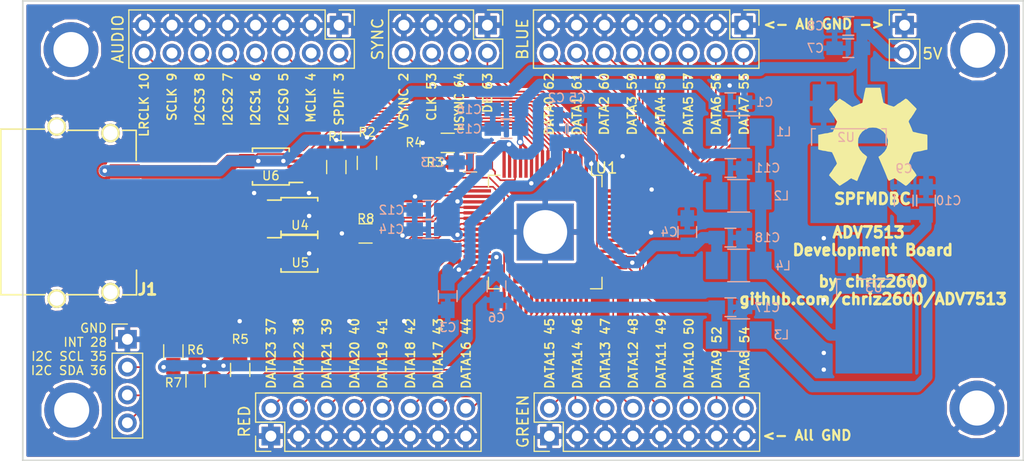
<source format=kicad_pcb>
(kicad_pcb (version 4) (host pcbnew 4.0.5)

  (general
    (links 215)
    (no_connects 0)
    (area 36.493999 112.799 130.035001 155.3765)
    (thickness 1.6)
    (drawings 46)
    (tracks 655)
    (zones 0)
    (modules 63)
    (nets 64)
  )

  (page A4)
  (layers
    (0 Front signal)
    (1 Ground_1 power)
    (2 Ground_2 power)
    (31 Back signal)
    (32 B.Adhes user)
    (33 F.Adhes user)
    (34 B.Paste user)
    (35 F.Paste user)
    (36 B.SilkS user)
    (37 F.SilkS user)
    (38 B.Mask user)
    (39 F.Mask user)
    (40 Dwgs.User user)
    (41 Cmts.User user)
    (42 Eco1.User user)
    (43 Eco2.User user)
    (44 Edge.Cuts user)
    (45 Margin user)
    (46 B.CrtYd user)
    (47 F.CrtYd user)
    (48 B.Fab user hide)
    (49 F.Fab user)
  )

  (setup
    (last_trace_width 0.152)
    (user_trace_width 0.1524)
    (user_trace_width 0.254)
    (user_trace_width 0.381)
    (user_trace_width 0.508)
    (user_trace_width 1.016)
    (trace_clearance 0.151)
    (zone_clearance 0.254)
    (zone_45_only no)
    (trace_min 0.152)
    (segment_width 0.2)
    (edge_width 0.15)
    (via_size 0.6)
    (via_drill 0.4)
    (via_min_size 0.4)
    (via_min_drill 0.3)
    (uvia_size 0.3)
    (uvia_drill 0.1)
    (uvias_allowed no)
    (uvia_min_size 0.2)
    (uvia_min_drill 0.1)
    (pcb_text_width 0.3)
    (pcb_text_size 1.5 1.5)
    (mod_edge_width 0.15)
    (mod_text_size 1 1)
    (mod_text_width 0.15)
    (pad_size 1.7 1.7)
    (pad_drill 1.3)
    (pad_to_mask_clearance 0.05)
    (solder_mask_min_width 0.075)
    (aux_axis_origin 38.735 154.94)
    (visible_elements 7FFFFF7F)
    (pcbplotparams
      (layerselection 0x010f0_80000007)
      (usegerberextensions true)
      (excludeedgelayer true)
      (linewidth 0.100000)
      (plotframeref false)
      (viasonmask false)
      (mode 1)
      (useauxorigin false)
      (hpglpennumber 1)
      (hpglpenspeed 20)
      (hpglpendiameter 15)
      (hpglpenoverlay 2)
      (psnegative false)
      (psa4output false)
      (plotreference true)
      (plotvalue true)
      (plotinvisibletext false)
      (padsonsilk false)
      (subtractmaskfromsilk false)
      (outputformat 1)
      (mirror false)
      (drillshape 0)
      (scaleselection 1)
      (outputdirectory gerber/))
  )

  (net 0 "")
  (net 1 PVDD_1V8)
  (net 2 GND)
  (net 3 1V8)
  (net 4 3V3)
  (net 5 5V)
  (net 6 "Net-(C10-Pad1)")
  (net 7 AVDD_1V8)
  (net 8 TXC+)
  (net 9 TX0-)
  (net 10 TX0+)
  (net 11 TX1-)
  (net 12 TX1+)
  (net 13 TX2-)
  (net 14 TX2+)
  (net 15 TXC-)
  (net 16 DDCSCL)
  (net 17 DDCSDA)
  (net 18 HPD)
  (net 19 "Net-(L1-Pad2)")
  (net 20 "Net-(P2-Pad2)")
  (net 21 "Net-(P2-Pad4)")
  (net 22 "Net-(P2-Pad6)")
  (net 23 "Net-(P2-Pad8)")
  (net 24 "Net-(P3-Pad2)")
  (net 25 "Net-(P3-Pad3)")
  (net 26 "Net-(P3-Pad4)")
  (net 27 "Net-(R3-Pad1)")
  (net 28 "Net-(R8-Pad1)")
  (net 29 "Net-(P4-Pad2)")
  (net 30 "Net-(P4-Pad4)")
  (net 31 "Net-(P4-Pad6)")
  (net 32 "Net-(P4-Pad8)")
  (net 33 "Net-(P4-Pad10)")
  (net 34 "Net-(P4-Pad12)")
  (net 35 "Net-(P4-Pad14)")
  (net 36 "Net-(P4-Pad16)")
  (net 37 "Net-(P5-Pad2)")
  (net 38 "Net-(P5-Pad4)")
  (net 39 "Net-(P5-Pad6)")
  (net 40 "Net-(P5-Pad8)")
  (net 41 "Net-(P5-Pad10)")
  (net 42 "Net-(P5-Pad12)")
  (net 43 "Net-(P5-Pad14)")
  (net 44 "Net-(P5-Pad16)")
  (net 45 "Net-(P6-Pad2)")
  (net 46 "Net-(P6-Pad4)")
  (net 47 "Net-(P6-Pad6)")
  (net 48 "Net-(P6-Pad8)")
  (net 49 "Net-(P6-Pad10)")
  (net 50 "Net-(P6-Pad12)")
  (net 51 "Net-(P6-Pad14)")
  (net 52 "Net-(P6-Pad16)")
  (net 53 "Net-(P7-Pad2)")
  (net 54 "Net-(P7-Pad4)")
  (net 55 "Net-(P7-Pad6)")
  (net 56 "Net-(P7-Pad8)")
  (net 57 "Net-(P7-Pad10)")
  (net 58 "Net-(P7-Pad12)")
  (net 59 "Net-(P7-Pad14)")
  (net 60 "Net-(P7-Pad16)")
  (net 61 "Net-(U4-Pad3)")
  (net 62 "Net-(U5-Pad3)")
  (net 63 "Net-(U6-Pad3)")

  (net_class Default "This is the default net class."
    (clearance 0.151)
    (trace_width 0.152)
    (via_dia 0.6)
    (via_drill 0.4)
    (uvia_dia 0.3)
    (uvia_drill 0.1)
    (add_net DDCSCL)
    (add_net DDCSDA)
    (add_net GND)
    (add_net HPD)
    (add_net "Net-(C10-Pad1)")
    (add_net "Net-(L1-Pad2)")
    (add_net "Net-(P2-Pad2)")
    (add_net "Net-(P2-Pad4)")
    (add_net "Net-(P2-Pad6)")
    (add_net "Net-(P2-Pad8)")
    (add_net "Net-(P3-Pad2)")
    (add_net "Net-(P3-Pad3)")
    (add_net "Net-(P3-Pad4)")
    (add_net "Net-(P4-Pad10)")
    (add_net "Net-(P4-Pad12)")
    (add_net "Net-(P4-Pad14)")
    (add_net "Net-(P4-Pad16)")
    (add_net "Net-(P4-Pad2)")
    (add_net "Net-(P4-Pad4)")
    (add_net "Net-(P4-Pad6)")
    (add_net "Net-(P4-Pad8)")
    (add_net "Net-(P5-Pad10)")
    (add_net "Net-(P5-Pad12)")
    (add_net "Net-(P5-Pad14)")
    (add_net "Net-(P5-Pad16)")
    (add_net "Net-(P5-Pad2)")
    (add_net "Net-(P5-Pad4)")
    (add_net "Net-(P5-Pad6)")
    (add_net "Net-(P5-Pad8)")
    (add_net "Net-(P6-Pad10)")
    (add_net "Net-(P6-Pad12)")
    (add_net "Net-(P6-Pad14)")
    (add_net "Net-(P6-Pad16)")
    (add_net "Net-(P6-Pad2)")
    (add_net "Net-(P6-Pad4)")
    (add_net "Net-(P6-Pad6)")
    (add_net "Net-(P6-Pad8)")
    (add_net "Net-(P7-Pad10)")
    (add_net "Net-(P7-Pad12)")
    (add_net "Net-(P7-Pad14)")
    (add_net "Net-(P7-Pad16)")
    (add_net "Net-(P7-Pad2)")
    (add_net "Net-(P7-Pad4)")
    (add_net "Net-(P7-Pad6)")
    (add_net "Net-(P7-Pad8)")
    (add_net "Net-(R3-Pad1)")
    (add_net "Net-(R8-Pad1)")
    (add_net "Net-(U4-Pad3)")
    (add_net "Net-(U5-Pad3)")
    (add_net "Net-(U6-Pad3)")
    (add_net TX0+)
    (add_net TX0-)
    (add_net TX1+)
    (add_net TX1-)
    (add_net TX2+)
    (add_net TX2-)
    (add_net TXC+)
    (add_net TXC-)
  )

  (net_class power ""
    (clearance 0.151)
    (trace_width 0.381)
    (via_dia 0.6)
    (via_drill 0.4)
    (uvia_dia 0.3)
    (uvia_drill 0.1)
    (add_net 1V8)
    (add_net 3V3)
    (add_net 5V)
    (add_net AVDD_1V8)
    (add_net PVDD_1V8)
  )

  (module my-libs:MountHole (layer Front) (tedit 58B9DB90) (tstamp 58B8D81E)
    (at 43.1165 117.475)
    (fp_text reference REF** (at 0 4) (layer F.SilkS) hide
      (effects (font (size 1 1) (thickness 0.15)))
    )
    (fp_text value MountHole (at 0 -3.75) (layer F.Fab) hide
      (effects (font (size 1 1) (thickness 0.15)))
    )
    (pad 1 thru_hole circle (at 0 0) (size 5 5) (drill 3.2) (layers *.Cu *.Mask)
      (net 2 GND))
  )

  (module my-libs:MountHole (layer Front) (tedit 58B9DBCD) (tstamp 58B8D81A)
    (at 43.18 150.3505)
    (fp_text reference REF** (at 0 4) (layer F.SilkS) hide
      (effects (font (size 1 1) (thickness 0.15)))
    )
    (fp_text value MountHole (at 0 -3.75) (layer F.Fab) hide
      (effects (font (size 1 1) (thickness 0.15)))
    )
    (pad 1 thru_hole circle (at 0 0) (size 5 5) (drill 3.2) (layers *.Cu *.Mask)
      (net 2 GND))
  )

  (module my-libs:MountHole (layer Front) (tedit 58B9DBBD) (tstamp 58B8D807)
    (at 125.7935 117.5385)
    (fp_text reference REF** (at 0 4) (layer F.SilkS) hide
      (effects (font (size 1 1) (thickness 0.15)))
    )
    (fp_text value MountHole (at 0 -3.75) (layer F.Fab) hide
      (effects (font (size 1 1) (thickness 0.15)))
    )
    (pad 1 thru_hole circle (at 0 0) (size 5 5) (drill 3.2) (layers *.Cu *.Mask)
      (net 2 GND))
  )

  (module my-libs:VIA-0.6mm (layer Front) (tedit 58B89DED) (tstamp 58B8A00B)
    (at 103.1748 120.7516)
    (fp_text reference REF** (at 0.5 1) (layer F.SilkS) hide
      (effects (font (size 1 1) (thickness 0.15)))
    )
    (fp_text value VIA-0.6mm (at 0.25 -1) (layer F.Fab) hide
      (effects (font (size 1 1) (thickness 0.15)))
    )
    (pad 1 thru_hole circle (at 0 0) (size 0.6 0.6) (drill 0.4) (layers *.Cu)
      (net 2 GND) (zone_connect 2))
  )

  (module my-libs:VIA-0.6mm (layer Front) (tedit 58B89DED) (tstamp 58B89FF6)
    (at 111.76 134.6708)
    (fp_text reference REF** (at 0.5 1) (layer F.SilkS) hide
      (effects (font (size 1 1) (thickness 0.15)))
    )
    (fp_text value VIA-0.6mm (at 0.25 -1) (layer F.Fab) hide
      (effects (font (size 1 1) (thickness 0.15)))
    )
    (pad 1 thru_hole circle (at 0 0) (size 0.6 0.6) (drill 0.4) (layers *.Cu)
      (net 2 GND) (zone_connect 2))
  )

  (module my-libs:VIA-0.6mm (layer Front) (tedit 58B89DED) (tstamp 58B89FEF)
    (at 111.76 140.3096)
    (fp_text reference REF** (at 0.5 1) (layer F.SilkS) hide
      (effects (font (size 1 1) (thickness 0.15)))
    )
    (fp_text value VIA-0.6mm (at 0.25 -1) (layer F.Fab) hide
      (effects (font (size 1 1) (thickness 0.15)))
    )
    (pad 1 thru_hole circle (at 0 0) (size 0.6 0.6) (drill 0.4) (layers *.Cu)
      (net 2 GND) (zone_connect 2))
  )

  (module my-libs:VIA-0.6mm (layer Front) (tedit 58B89DED) (tstamp 58B89FD6)
    (at 111.76 146.6596)
    (fp_text reference REF** (at 0.5 1) (layer F.SilkS) hide
      (effects (font (size 1 1) (thickness 0.15)))
    )
    (fp_text value VIA-0.6mm (at 0.25 -1) (layer F.Fab) hide
      (effects (font (size 1 1) (thickness 0.15)))
    )
    (pad 1 thru_hole circle (at 0 0) (size 0.6 0.6) (drill 0.4) (layers *.Cu)
      (net 2 GND) (zone_connect 2))
  )

  (module my-libs:VIA-0.6mm (layer Front) (tedit 58B89DED) (tstamp 58B89FD0)
    (at 111.76 145.1356)
    (fp_text reference REF** (at 0.5 1) (layer F.SilkS) hide
      (effects (font (size 1 1) (thickness 0.15)))
    )
    (fp_text value VIA-0.6mm (at 0.25 -1) (layer F.Fab) hide
      (effects (font (size 1 1) (thickness 0.15)))
    )
    (pad 1 thru_hole circle (at 0 0) (size 0.6 0.6) (drill 0.4) (layers *.Cu)
      (net 2 GND) (zone_connect 2))
  )

  (module my-libs:VIA-0.6mm (layer Front) (tedit 58B89DED) (tstamp 58B89FB9)
    (at 96.012 134.1628)
    (fp_text reference REF** (at 0.5 1) (layer F.SilkS) hide
      (effects (font (size 1 1) (thickness 0.15)))
    )
    (fp_text value VIA-0.6mm (at 0.25 -1) (layer F.Fab) hide
      (effects (font (size 1 1) (thickness 0.15)))
    )
    (pad 1 thru_hole circle (at 0 0) (size 0.6 0.6) (drill 0.4) (layers *.Cu)
      (net 2 GND) (zone_connect 2))
  )

  (module my-libs:VIA-0.6mm (layer Front) (tedit 58B89DED) (tstamp 58B89FA2)
    (at 93.4212 127.2032)
    (fp_text reference REF** (at 0.5 1) (layer F.SilkS) hide
      (effects (font (size 1 1) (thickness 0.15)))
    )
    (fp_text value VIA-0.6mm (at 0.25 -1) (layer F.Fab) hide
      (effects (font (size 1 1) (thickness 0.15)))
    )
    (pad 1 thru_hole circle (at 0 0) (size 0.6 0.6) (drill 0.4) (layers *.Cu)
      (net 2 GND) (zone_connect 2))
  )

  (module my-libs:VIA-0.6mm (layer Front) (tedit 58B89DED) (tstamp 58B89F6E)
    (at 96.0628 130.2385)
    (fp_text reference REF** (at 0.5 1) (layer F.SilkS) hide
      (effects (font (size 1 1) (thickness 0.15)))
    )
    (fp_text value VIA-0.6mm (at 0.25 -1) (layer F.Fab) hide
      (effects (font (size 1 1) (thickness 0.15)))
    )
    (pad 1 thru_hole circle (at 0 0) (size 0.6 0.6) (drill 0.4) (layers *.Cu)
      (net 2 GND) (zone_connect 2))
  )

  (module my-libs:VIA-0.6mm (layer Front) (tedit 58B89EA1) (tstamp 58B89E82)
    (at 58.166 142.24)
    (fp_text reference REF** (at 0.5 1) (layer F.SilkS) hide
      (effects (font (size 1 1) (thickness 0.15)))
    )
    (fp_text value VIA-0.6mm (at 0.25 -1) (layer F.Fab) hide
      (effects (font (size 1 1) (thickness 0.15)))
    )
    (pad 1 thru_hole circle (at 0.334 0) (size 0.6 0.6) (drill 0.4) (layers *.Cu)
      (net 2 GND) (zone_connect 2))
  )

  (module my-libs:VIA-0.6mm (layer Front) (tedit 58B99EA3) (tstamp 58B89E41)
    (at 64.817 130.556)
    (fp_text reference REF** (at 0.5 1) (layer F.SilkS) hide
      (effects (font (size 1 1) (thickness 0.15)))
    )
    (fp_text value VIA-0.6mm (at 0.25 -1) (layer F.Fab) hide
      (effects (font (size 1 1) (thickness 0.15)))
    )
    (pad 1 thru_hole circle (at 0 0) (size 0.6 0.6) (drill 0.4) (layers *.Cu)
      (net 2 GND) (zone_connect 2))
  )

  (module my-libs:VIA-0.6mm (layer Front) (tedit 58B99EB5) (tstamp 58B89E3D)
    (at 59.817 130.556)
    (fp_text reference REF** (at 0.5 1) (layer F.SilkS) hide
      (effects (font (size 1 1) (thickness 0.15)))
    )
    (fp_text value VIA-0.6mm (at 0.25 -1) (layer F.Fab) hide
      (effects (font (size 1 1) (thickness 0.15)))
    )
    (pad 1 thru_hole circle (at 0 0) (size 0.6 0.6) (drill 0.4) (layers *.Cu)
      (net 2 GND) (zone_connect 2))
  )

  (module my-libs:VIA-0.6mm (layer Front) (tedit 58B89DED) (tstamp 58B89E26)
    (at 73.5 142.24)
    (fp_text reference REF** (at 0.5 1) (layer F.SilkS) hide
      (effects (font (size 1 1) (thickness 0.15)))
    )
    (fp_text value VIA-0.6mm (at 0.25 -1) (layer F.Fab) hide
      (effects (font (size 1 1) (thickness 0.15)))
    )
    (pad 1 thru_hole circle (at 0 0) (size 0.6 0.6) (drill 0.4) (layers *.Cu)
      (net 2 GND) (zone_connect 2))
  )

  (module my-libs:VIA-0.6mm (layer Front) (tedit 58B89DED) (tstamp 58B89E22)
    (at 68.5 142.24)
    (fp_text reference REF** (at 0.5 1) (layer F.SilkS) hide
      (effects (font (size 1 1) (thickness 0.15)))
    )
    (fp_text value VIA-0.6mm (at 0.25 -1) (layer F.Fab) hide
      (effects (font (size 1 1) (thickness 0.15)))
    )
    (pad 1 thru_hole circle (at 0 0) (size 0.6 0.6) (drill 0.4) (layers *.Cu)
      (net 2 GND) (zone_connect 2))
  )

  (module Capacitors_SMD:C_0805_HandSoldering (layer Back) (tedit 58BB29A7) (tstamp 58B35908)
    (at 103.2456 122.2756)
    (descr "Capacitor SMD 0805, hand soldering")
    (tags "capacitor 0805")
    (path /58B19504)
    (attr smd)
    (fp_text reference C1 (at 3.1248 0) (layer B.SilkS)
      (effects (font (size 0.8 0.8) (thickness 0.125)) (justify mirror))
    )
    (fp_text value 10u (at -3.6776 0) (layer B.Fab)
      (effects (font (size 1 1) (thickness 0.15)) (justify mirror))
    )
    (fp_text user %R (at 2.8248 0) (layer B.Fab)
      (effects (font (size 0.5 0.5) (thickness 0.125)) (justify mirror))
    )
    (fp_line (start -1 -0.62) (end -1 0.62) (layer B.Fab) (width 0.1))
    (fp_line (start 1 -0.62) (end -1 -0.62) (layer B.Fab) (width 0.1))
    (fp_line (start 1 0.62) (end 1 -0.62) (layer B.Fab) (width 0.1))
    (fp_line (start -1 0.62) (end 1 0.62) (layer B.Fab) (width 0.1))
    (fp_line (start 0.5 0.85) (end -0.5 0.85) (layer B.SilkS) (width 0.12))
    (fp_line (start -0.5 -0.85) (end 0.5 -0.85) (layer B.SilkS) (width 0.12))
    (fp_line (start -2.25 0.88) (end 2.25 0.88) (layer B.CrtYd) (width 0.05))
    (fp_line (start -2.25 0.88) (end -2.25 -0.87) (layer B.CrtYd) (width 0.05))
    (fp_line (start 2.25 -0.87) (end 2.25 0.88) (layer B.CrtYd) (width 0.05))
    (fp_line (start 2.25 -0.87) (end -2.25 -0.87) (layer B.CrtYd) (width 0.05))
    (pad 1 smd rect (at -1.25 0) (size 1.5 1.25) (layers Back B.Paste B.Mask)
      (net 1 PVDD_1V8))
    (pad 2 smd rect (at 1.25 0) (size 1.5 1.25) (layers Back B.Paste B.Mask)
      (net 2 GND))
    (model Capacitors_SMD.3dshapes/C_0805.wrl
      (at (xyz 0 0 0))
      (scale (xyz 1 1 1))
      (rotate (xyz 0 0 0))
    )
  )

  (module Capacitors_SMD:C_0805_HandSoldering (layer Back) (tedit 58BB2AC8) (tstamp 58B3590E)
    (at 87.376 124.714 90)
    (descr "Capacitor SMD 0805, hand soldering")
    (tags "capacitor 0805")
    (path /58B5A4F6)
    (attr smd)
    (fp_text reference C2 (at 2.84 0 180) (layer B.SilkS)
      (effects (font (size 0.8 0.8) (thickness 0.125)) (justify mirror))
    )
    (fp_text value 100n (at 0 -1.75 90) (layer B.Fab) hide
      (effects (font (size 1 1) (thickness 0.15)) (justify mirror))
    )
    (fp_text user %R (at 2.54 0 180) (layer B.Fab)
      (effects (font (size 0.5 0.5) (thickness 0.125)) (justify mirror))
    )
    (fp_line (start -1 -0.62) (end -1 0.62) (layer B.Fab) (width 0.1))
    (fp_line (start 1 -0.62) (end -1 -0.62) (layer B.Fab) (width 0.1))
    (fp_line (start 1 0.62) (end 1 -0.62) (layer B.Fab) (width 0.1))
    (fp_line (start -1 0.62) (end 1 0.62) (layer B.Fab) (width 0.1))
    (fp_line (start 0.5 0.85) (end -0.5 0.85) (layer B.SilkS) (width 0.12))
    (fp_line (start -0.5 -0.85) (end 0.5 -0.85) (layer B.SilkS) (width 0.12))
    (fp_line (start -2.25 0.88) (end 2.25 0.88) (layer B.CrtYd) (width 0.05))
    (fp_line (start -2.25 0.88) (end -2.25 -0.87) (layer B.CrtYd) (width 0.05))
    (fp_line (start 2.25 -0.87) (end 2.25 0.88) (layer B.CrtYd) (width 0.05))
    (fp_line (start 2.25 -0.87) (end -2.25 -0.87) (layer B.CrtYd) (width 0.05))
    (pad 1 smd rect (at -1.25 0 90) (size 1.5 1.25) (layers Back B.Paste B.Mask)
      (net 3 1V8))
    (pad 2 smd rect (at 1.25 0 90) (size 1.5 1.25) (layers Back B.Paste B.Mask)
      (net 2 GND))
    (model Capacitors_SMD.3dshapes/C_0805.wrl
      (at (xyz 0 0 0))
      (scale (xyz 1 1 1))
      (rotate (xyz 0 0 0))
    )
  )

  (module Capacitors_SMD:C_0805_HandSoldering (layer Back) (tedit 58BB2A09) (tstamp 58B35914)
    (at 77.47 139.954 270)
    (descr "Capacitor SMD 0805, hand soldering")
    (tags "capacitor 0805")
    (path /58B5A5CA)
    (attr smd)
    (fp_text reference C3 (at 2.86 0 360) (layer B.SilkS)
      (effects (font (size 0.8 0.8) (thickness 0.125)) (justify mirror))
    )
    (fp_text value 100n (at 0 -1.75 270) (layer B.Fab) hide
      (effects (font (size 1 1) (thickness 0.15)) (justify mirror))
    )
    (fp_text user %R (at 2.56 0 360) (layer B.Fab)
      (effects (font (size 0.5 0.5) (thickness 0.125)) (justify mirror))
    )
    (fp_line (start -1 -0.62) (end -1 0.62) (layer B.Fab) (width 0.1))
    (fp_line (start 1 -0.62) (end -1 -0.62) (layer B.Fab) (width 0.1))
    (fp_line (start 1 0.62) (end 1 -0.62) (layer B.Fab) (width 0.1))
    (fp_line (start -1 0.62) (end 1 0.62) (layer B.Fab) (width 0.1))
    (fp_line (start 0.5 0.85) (end -0.5 0.85) (layer B.SilkS) (width 0.12))
    (fp_line (start -0.5 -0.85) (end 0.5 -0.85) (layer B.SilkS) (width 0.12))
    (fp_line (start -2.25 0.88) (end 2.25 0.88) (layer B.CrtYd) (width 0.05))
    (fp_line (start -2.25 0.88) (end -2.25 -0.87) (layer B.CrtYd) (width 0.05))
    (fp_line (start 2.25 -0.87) (end 2.25 0.88) (layer B.CrtYd) (width 0.05))
    (fp_line (start 2.25 -0.87) (end -2.25 -0.87) (layer B.CrtYd) (width 0.05))
    (pad 1 smd rect (at -1.25 0 270) (size 1.5 1.25) (layers Back B.Paste B.Mask)
      (net 3 1V8))
    (pad 2 smd rect (at 1.25 0 270) (size 1.5 1.25) (layers Back B.Paste B.Mask)
      (net 2 GND))
    (model Capacitors_SMD.3dshapes/C_0805.wrl
      (at (xyz 0 0 0))
      (scale (xyz 1 1 1))
      (rotate (xyz 0 0 0))
    )
  )

  (module Capacitors_SMD:C_0805_HandSoldering (layer Back) (tedit 58BB29DA) (tstamp 58B3591A)
    (at 99.314 134.112 90)
    (descr "Capacitor SMD 0805, hand soldering")
    (tags "capacitor 0805")
    (path /58B5A645)
    (attr smd)
    (fp_text reference C4 (at 0 -1.651 180) (layer B.SilkS)
      (effects (font (size 0.8 0.8) (thickness 0.125)) (justify mirror))
    )
    (fp_text value 100n (at 0 -1.75 90) (layer B.Fab) hide
      (effects (font (size 1 1) (thickness 0.15)) (justify mirror))
    )
    (fp_text user %R (at 0 -1.524 90) (layer B.Fab)
      (effects (font (size 1 1) (thickness 0.15)) (justify mirror))
    )
    (fp_line (start -1 -0.62) (end -1 0.62) (layer B.Fab) (width 0.1))
    (fp_line (start 1 -0.62) (end -1 -0.62) (layer B.Fab) (width 0.1))
    (fp_line (start 1 0.62) (end 1 -0.62) (layer B.Fab) (width 0.1))
    (fp_line (start -1 0.62) (end 1 0.62) (layer B.Fab) (width 0.1))
    (fp_line (start 0.5 0.85) (end -0.5 0.85) (layer B.SilkS) (width 0.12))
    (fp_line (start -0.5 -0.85) (end 0.5 -0.85) (layer B.SilkS) (width 0.12))
    (fp_line (start -2.25 0.88) (end 2.25 0.88) (layer B.CrtYd) (width 0.05))
    (fp_line (start -2.25 0.88) (end -2.25 -0.87) (layer B.CrtYd) (width 0.05))
    (fp_line (start 2.25 -0.87) (end 2.25 0.88) (layer B.CrtYd) (width 0.05))
    (fp_line (start 2.25 -0.87) (end -2.25 -0.87) (layer B.CrtYd) (width 0.05))
    (pad 1 smd rect (at -1.25 0 90) (size 1.5 1.25) (layers Back B.Paste B.Mask)
      (net 3 1V8))
    (pad 2 smd rect (at 1.25 0 90) (size 1.5 1.25) (layers Back B.Paste B.Mask)
      (net 2 GND))
    (model Capacitors_SMD.3dshapes/C_0805.wrl
      (at (xyz 0 0 0))
      (scale (xyz 1 1 1))
      (rotate (xyz 0 0 0))
    )
  )

  (module Capacitors_SMD:C_0805_HandSoldering (layer Back) (tedit 58BB2AD6) (tstamp 58B35920)
    (at 89.281 124.714 90)
    (descr "Capacitor SMD 0805, hand soldering")
    (tags "capacitor 0805")
    (path /58B5A6C7)
    (attr smd)
    (fp_text reference C5 (at 2.84 0 180) (layer B.SilkS)
      (effects (font (size 0.8 0.8) (thickness 0.125)) (justify mirror))
    )
    (fp_text value 100n (at 0 -1.75 90) (layer B.Fab) hide
      (effects (font (size 1 1) (thickness 0.15)) (justify mirror))
    )
    (fp_text user %R (at 2.54 0 180) (layer B.Fab)
      (effects (font (size 0.5 0.5) (thickness 0.125)) (justify mirror))
    )
    (fp_line (start -1 -0.62) (end -1 0.62) (layer B.Fab) (width 0.1))
    (fp_line (start 1 -0.62) (end -1 -0.62) (layer B.Fab) (width 0.1))
    (fp_line (start 1 0.62) (end 1 -0.62) (layer B.Fab) (width 0.1))
    (fp_line (start -1 0.62) (end 1 0.62) (layer B.Fab) (width 0.1))
    (fp_line (start 0.5 0.85) (end -0.5 0.85) (layer B.SilkS) (width 0.12))
    (fp_line (start -0.5 -0.85) (end 0.5 -0.85) (layer B.SilkS) (width 0.12))
    (fp_line (start -2.25 0.88) (end 2.25 0.88) (layer B.CrtYd) (width 0.05))
    (fp_line (start -2.25 0.88) (end -2.25 -0.87) (layer B.CrtYd) (width 0.05))
    (fp_line (start 2.25 -0.87) (end 2.25 0.88) (layer B.CrtYd) (width 0.05))
    (fp_line (start 2.25 -0.87) (end -2.25 -0.87) (layer B.CrtYd) (width 0.05))
    (pad 1 smd rect (at -1.25 0 90) (size 1.5 1.25) (layers Back B.Paste B.Mask)
      (net 3 1V8))
    (pad 2 smd rect (at 1.25 0 90) (size 1.5 1.25) (layers Back B.Paste B.Mask)
      (net 2 GND))
    (model Capacitors_SMD.3dshapes/C_0805.wrl
      (at (xyz 0 0 0))
      (scale (xyz 1 1 1))
      (rotate (xyz 0 0 0))
    )
  )

  (module Capacitors_SMD:C_0805_HandSoldering (layer Back) (tedit 58BB29EE) (tstamp 58B35926)
    (at 81.915 139.065 270)
    (descr "Capacitor SMD 0805, hand soldering")
    (tags "capacitor 0805")
    (path /58B5B130)
    (attr smd)
    (fp_text reference C6 (at 2.86 0 360) (layer B.SilkS)
      (effects (font (size 0.8 0.8) (thickness 0.125)) (justify mirror))
    )
    (fp_text value 100n (at 0 -1.75 270) (layer B.Fab) hide
      (effects (font (size 1 1) (thickness 0.15)) (justify mirror))
    )
    (fp_text user %R (at 2.56 0 360) (layer B.Fab)
      (effects (font (size 0.5 0.5) (thickness 0.125)) (justify mirror))
    )
    (fp_line (start -1 -0.62) (end -1 0.62) (layer B.Fab) (width 0.1))
    (fp_line (start 1 -0.62) (end -1 -0.62) (layer B.Fab) (width 0.1))
    (fp_line (start 1 0.62) (end 1 -0.62) (layer B.Fab) (width 0.1))
    (fp_line (start -1 0.62) (end 1 0.62) (layer B.Fab) (width 0.1))
    (fp_line (start 0.5 0.85) (end -0.5 0.85) (layer B.SilkS) (width 0.12))
    (fp_line (start -0.5 -0.85) (end 0.5 -0.85) (layer B.SilkS) (width 0.12))
    (fp_line (start -2.25 0.88) (end 2.25 0.88) (layer B.CrtYd) (width 0.05))
    (fp_line (start -2.25 0.88) (end -2.25 -0.87) (layer B.CrtYd) (width 0.05))
    (fp_line (start 2.25 -0.87) (end 2.25 0.88) (layer B.CrtYd) (width 0.05))
    (fp_line (start 2.25 -0.87) (end -2.25 -0.87) (layer B.CrtYd) (width 0.05))
    (pad 1 smd rect (at -1.25 0 270) (size 1.5 1.25) (layers Back B.Paste B.Mask)
      (net 4 3V3))
    (pad 2 smd rect (at 1.25 0 270) (size 1.5 1.25) (layers Back B.Paste B.Mask)
      (net 2 GND))
    (model Capacitors_SMD.3dshapes/C_0805.wrl
      (at (xyz 0 0 0))
      (scale (xyz 1 1 1))
      (rotate (xyz 0 0 0))
    )
  )

  (module Capacitors_SMD:C_0805_HandSoldering (layer Back) (tedit 58BB29D0) (tstamp 58B3592C)
    (at 113.995996 117.348 180)
    (descr "Capacitor SMD 0805, hand soldering")
    (tags "capacitor 0805")
    (path /58B18467)
    (attr smd)
    (fp_text reference C7 (at 2.997996 0 180) (layer B.SilkS)
      (effects (font (size 0.8 0.8) (thickness 0.125)) (justify mirror))
    )
    (fp_text value 10u (at -3.556 0 180) (layer B.Fab) hide
      (effects (font (size 1 1) (thickness 0.15)) (justify mirror))
    )
    (fp_text user %R (at 3.378996 0 180) (layer B.Fab)
      (effects (font (size 1 1) (thickness 0.15)) (justify mirror))
    )
    (fp_line (start -1 -0.62) (end -1 0.62) (layer B.Fab) (width 0.1))
    (fp_line (start 1 -0.62) (end -1 -0.62) (layer B.Fab) (width 0.1))
    (fp_line (start 1 0.62) (end 1 -0.62) (layer B.Fab) (width 0.1))
    (fp_line (start -1 0.62) (end 1 0.62) (layer B.Fab) (width 0.1))
    (fp_line (start 0.5 0.85) (end -0.5 0.85) (layer B.SilkS) (width 0.12))
    (fp_line (start -0.5 -0.85) (end 0.5 -0.85) (layer B.SilkS) (width 0.12))
    (fp_line (start -2.25 0.88) (end 2.25 0.88) (layer B.CrtYd) (width 0.05))
    (fp_line (start -2.25 0.88) (end -2.25 -0.87) (layer B.CrtYd) (width 0.05))
    (fp_line (start 2.25 -0.87) (end 2.25 0.88) (layer B.CrtYd) (width 0.05))
    (fp_line (start 2.25 -0.87) (end -2.25 -0.87) (layer B.CrtYd) (width 0.05))
    (pad 1 smd rect (at -1.25 0 180) (size 1.5 1.25) (layers Back B.Paste B.Mask)
      (net 5 5V))
    (pad 2 smd rect (at 1.25 0 180) (size 1.5 1.25) (layers Back B.Paste B.Mask)
      (net 2 GND))
    (model Capacitors_SMD.3dshapes/C_0805.wrl
      (at (xyz 0 0 0))
      (scale (xyz 1 1 1))
      (rotate (xyz 0 0 0))
    )
  )

  (module Capacitors_SMD:C_0805_HandSoldering (layer Back) (tedit 58BB29CC) (tstamp 58B35932)
    (at 113.995996 115.316 180)
    (descr "Capacitor SMD 0805, hand soldering")
    (tags "capacitor 0805")
    (path /58B18401)
    (attr smd)
    (fp_text reference C8 (at 2.997996 0 180) (layer B.SilkS)
      (effects (font (size 0.8 0.8) (thickness 0.125)) (justify mirror))
    )
    (fp_text value 100n (at -4.064 0 180) (layer B.Fab) hide
      (effects (font (size 1 1) (thickness 0.15)) (justify mirror))
    )
    (fp_text user %R (at 3.378996 0 180) (layer B.Fab)
      (effects (font (size 1 1) (thickness 0.15)) (justify mirror))
    )
    (fp_line (start -1 -0.62) (end -1 0.62) (layer B.Fab) (width 0.1))
    (fp_line (start 1 -0.62) (end -1 -0.62) (layer B.Fab) (width 0.1))
    (fp_line (start 1 0.62) (end 1 -0.62) (layer B.Fab) (width 0.1))
    (fp_line (start -1 0.62) (end 1 0.62) (layer B.Fab) (width 0.1))
    (fp_line (start 0.5 0.85) (end -0.5 0.85) (layer B.SilkS) (width 0.12))
    (fp_line (start -0.5 -0.85) (end 0.5 -0.85) (layer B.SilkS) (width 0.12))
    (fp_line (start -2.25 0.88) (end 2.25 0.88) (layer B.CrtYd) (width 0.05))
    (fp_line (start -2.25 0.88) (end -2.25 -0.87) (layer B.CrtYd) (width 0.05))
    (fp_line (start 2.25 -0.87) (end 2.25 0.88) (layer B.CrtYd) (width 0.05))
    (fp_line (start 2.25 -0.87) (end -2.25 -0.87) (layer B.CrtYd) (width 0.05))
    (pad 1 smd rect (at -1.25 0 180) (size 1.5 1.25) (layers Back B.Paste B.Mask)
      (net 5 5V))
    (pad 2 smd rect (at 1.25 0 180) (size 1.5 1.25) (layers Back B.Paste B.Mask)
      (net 2 GND))
    (model Capacitors_SMD.3dshapes/C_0805.wrl
      (at (xyz 0 0 0))
      (scale (xyz 1 1 1))
      (rotate (xyz 0 0 0))
    )
  )

  (module Capacitors_SMD:C_0805_HandSoldering (layer Back) (tedit 58BB2B12) (tstamp 58B35938)
    (at 119.049004 131.2545 90)
    (descr "Capacitor SMD 0805, hand soldering")
    (tags "capacitor 0805")
    (path /58B188F5)
    (attr smd)
    (fp_text reference C9 (at 2.9289 0.026196 180) (layer B.SilkS)
      (effects (font (size 0.8 0.8) (thickness 0.125)) (justify mirror))
    )
    (fp_text value 10u (at 3.556 0 90) (layer B.Fab) hide
      (effects (font (size 1 1) (thickness 0.15)) (justify mirror))
    )
    (fp_text user %R (at 3.2385 0.076996 90) (layer B.Fab)
      (effects (font (size 1 1) (thickness 0.15)) (justify mirror))
    )
    (fp_line (start -1 -0.62) (end -1 0.62) (layer B.Fab) (width 0.1))
    (fp_line (start 1 -0.62) (end -1 -0.62) (layer B.Fab) (width 0.1))
    (fp_line (start 1 0.62) (end 1 -0.62) (layer B.Fab) (width 0.1))
    (fp_line (start -1 0.62) (end 1 0.62) (layer B.Fab) (width 0.1))
    (fp_line (start 0.5 0.85) (end -0.5 0.85) (layer B.SilkS) (width 0.12))
    (fp_line (start -0.5 -0.85) (end 0.5 -0.85) (layer B.SilkS) (width 0.12))
    (fp_line (start -2.25 0.88) (end 2.25 0.88) (layer B.CrtYd) (width 0.05))
    (fp_line (start -2.25 0.88) (end -2.25 -0.87) (layer B.CrtYd) (width 0.05))
    (fp_line (start 2.25 -0.87) (end 2.25 0.88) (layer B.CrtYd) (width 0.05))
    (fp_line (start 2.25 -0.87) (end -2.25 -0.87) (layer B.CrtYd) (width 0.05))
    (pad 1 smd rect (at -1.25 0 90) (size 1.5 1.25) (layers Back B.Paste B.Mask)
      (net 6 "Net-(C10-Pad1)"))
    (pad 2 smd rect (at 1.25 0 90) (size 1.5 1.25) (layers Back B.Paste B.Mask)
      (net 2 GND))
    (model Capacitors_SMD.3dshapes/C_0805.wrl
      (at (xyz 0 0 0))
      (scale (xyz 1 1 1))
      (rotate (xyz 0 0 0))
    )
  )

  (module Capacitors_SMD:C_0805_HandSoldering (layer Back) (tedit 58BB29B6) (tstamp 58B3593E)
    (at 121.081004 131.2545 90)
    (descr "Capacitor SMD 0805, hand soldering")
    (tags "capacitor 0805")
    (path /58B4B60B)
    (attr smd)
    (fp_text reference C10 (at 0.0127 2.058196 180) (layer B.SilkS)
      (effects (font (size 0.8 0.8) (thickness 0.125)) (justify mirror))
    )
    (fp_text value 100n (at 4.064 0 90) (layer B.Fab) hide
      (effects (font (size 1 1) (thickness 0.15)) (justify mirror))
    )
    (fp_text user %R (at 3.7465 0.076996 270) (layer B.Fab)
      (effects (font (size 1 1) (thickness 0.15)) (justify mirror))
    )
    (fp_line (start -1 -0.62) (end -1 0.62) (layer B.Fab) (width 0.1))
    (fp_line (start 1 -0.62) (end -1 -0.62) (layer B.Fab) (width 0.1))
    (fp_line (start 1 0.62) (end 1 -0.62) (layer B.Fab) (width 0.1))
    (fp_line (start -1 0.62) (end 1 0.62) (layer B.Fab) (width 0.1))
    (fp_line (start 0.5 0.85) (end -0.5 0.85) (layer B.SilkS) (width 0.12))
    (fp_line (start -0.5 -0.85) (end 0.5 -0.85) (layer B.SilkS) (width 0.12))
    (fp_line (start -2.25 0.88) (end 2.25 0.88) (layer B.CrtYd) (width 0.05))
    (fp_line (start -2.25 0.88) (end -2.25 -0.87) (layer B.CrtYd) (width 0.05))
    (fp_line (start 2.25 -0.87) (end 2.25 0.88) (layer B.CrtYd) (width 0.05))
    (fp_line (start 2.25 -0.87) (end -2.25 -0.87) (layer B.CrtYd) (width 0.05))
    (pad 1 smd rect (at -1.25 0 90) (size 1.5 1.25) (layers Back B.Paste B.Mask)
      (net 6 "Net-(C10-Pad1)"))
    (pad 2 smd rect (at 1.25 0 90) (size 1.5 1.25) (layers Back B.Paste B.Mask)
      (net 2 GND))
    (model Capacitors_SMD.3dshapes/C_0805.wrl
      (at (xyz 0 0 0))
      (scale (xyz 1 1 1))
      (rotate (xyz 0 0 0))
    )
  )

  (module Capacitors_SMD:C_0805_HandSoldering (layer Back) (tedit 58BB298C) (tstamp 58B35944)
    (at 103.2456 128.27)
    (descr "Capacitor SMD 0805, hand soldering")
    (tags "capacitor 0805")
    (path /58B19477)
    (attr smd)
    (fp_text reference C11 (at 3.3788 0) (layer B.SilkS)
      (effects (font (size 0.8 0.8) (thickness 0.125)) (justify mirror))
    )
    (fp_text value 10u (at -3.6776 0) (layer B.Fab)
      (effects (font (size 1 1) (thickness 0.15)) (justify mirror))
    )
    (fp_text user %R (at 3.6884 0) (layer B.Fab)
      (effects (font (size 1 1) (thickness 0.15)) (justify mirror))
    )
    (fp_line (start -1 -0.62) (end -1 0.62) (layer B.Fab) (width 0.1))
    (fp_line (start 1 -0.62) (end -1 -0.62) (layer B.Fab) (width 0.1))
    (fp_line (start 1 0.62) (end 1 -0.62) (layer B.Fab) (width 0.1))
    (fp_line (start -1 0.62) (end 1 0.62) (layer B.Fab) (width 0.1))
    (fp_line (start 0.5 0.85) (end -0.5 0.85) (layer B.SilkS) (width 0.12))
    (fp_line (start -0.5 -0.85) (end 0.5 -0.85) (layer B.SilkS) (width 0.12))
    (fp_line (start -2.25 0.88) (end 2.25 0.88) (layer B.CrtYd) (width 0.05))
    (fp_line (start -2.25 0.88) (end -2.25 -0.87) (layer B.CrtYd) (width 0.05))
    (fp_line (start 2.25 -0.87) (end 2.25 0.88) (layer B.CrtYd) (width 0.05))
    (fp_line (start 2.25 -0.87) (end -2.25 -0.87) (layer B.CrtYd) (width 0.05))
    (pad 1 smd rect (at -1.25 0) (size 1.5 1.25) (layers Back B.Paste B.Mask)
      (net 7 AVDD_1V8))
    (pad 2 smd rect (at 1.25 0) (size 1.5 1.25) (layers Back B.Paste B.Mask)
      (net 2 GND))
    (model Capacitors_SMD.3dshapes/C_0805.wrl
      (at (xyz 0 0 0))
      (scale (xyz 1 1 1))
      (rotate (xyz 0 0 0))
    )
  )

  (module Capacitors_SMD:C_0805_HandSoldering (layer Back) (tedit 58BB2A26) (tstamp 58B3594A)
    (at 75.712 132.08 180)
    (descr "Capacitor SMD 0805, hand soldering")
    (tags "capacitor 0805")
    (path /58B5A8EF)
    (attr smd)
    (fp_text reference C12 (at 3.3728 -0.0254 360) (layer B.SilkS)
      (effects (font (size 0.8 0.8) (thickness 0.125)) (justify mirror))
    )
    (fp_text value 100n (at 0 -1.75 180) (layer B.Fab) hide
      (effects (font (size 1 1) (thickness 0.15)) (justify mirror))
    )
    (fp_text user %R (at 2.56 0 270) (layer B.Fab)
      (effects (font (size 0.5 0.5) (thickness 0.125)) (justify mirror))
    )
    (fp_line (start -1 -0.62) (end -1 0.62) (layer B.Fab) (width 0.1))
    (fp_line (start 1 -0.62) (end -1 -0.62) (layer B.Fab) (width 0.1))
    (fp_line (start 1 0.62) (end 1 -0.62) (layer B.Fab) (width 0.1))
    (fp_line (start -1 0.62) (end 1 0.62) (layer B.Fab) (width 0.1))
    (fp_line (start 0.5 0.85) (end -0.5 0.85) (layer B.SilkS) (width 0.12))
    (fp_line (start -0.5 -0.85) (end 0.5 -0.85) (layer B.SilkS) (width 0.12))
    (fp_line (start -2.25 0.88) (end 2.25 0.88) (layer B.CrtYd) (width 0.05))
    (fp_line (start -2.25 0.88) (end -2.25 -0.87) (layer B.CrtYd) (width 0.05))
    (fp_line (start 2.25 -0.87) (end 2.25 0.88) (layer B.CrtYd) (width 0.05))
    (fp_line (start 2.25 -0.87) (end -2.25 -0.87) (layer B.CrtYd) (width 0.05))
    (pad 1 smd rect (at -1.25 0 180) (size 1.5 1.25) (layers Back B.Paste B.Mask)
      (net 7 AVDD_1V8))
    (pad 2 smd rect (at 1.25 0 180) (size 1.5 1.25) (layers Back B.Paste B.Mask)
      (net 2 GND))
    (model Capacitors_SMD.3dshapes/C_0805.wrl
      (at (xyz 0 0 0))
      (scale (xyz 1 1 1))
      (rotate (xyz 0 0 0))
    )
  )

  (module Capacitors_SMD:C_0805_HandSoldering (layer Back) (tedit 58BB2AA4) (tstamp 58B35950)
    (at 79.522 127.762 180)
    (descr "Capacitor SMD 0805, hand soldering")
    (tags "capacitor 0805")
    (path /58B5A865)
    (attr smd)
    (fp_text reference C13 (at 3.3728 0 360) (layer B.SilkS)
      (effects (font (size 0.8 0.8) (thickness 0.125)) (justify mirror))
    )
    (fp_text value 100n (at 0 -1.75 180) (layer B.Fab) hide
      (effects (font (size 1 1) (thickness 0.15)) (justify mirror))
    )
    (fp_text user %R (at 2.54 0 270) (layer B.Fab)
      (effects (font (size 0.5 0.5) (thickness 0.125)) (justify mirror))
    )
    (fp_line (start -1 -0.62) (end -1 0.62) (layer B.Fab) (width 0.1))
    (fp_line (start 1 -0.62) (end -1 -0.62) (layer B.Fab) (width 0.1))
    (fp_line (start 1 0.62) (end 1 -0.62) (layer B.Fab) (width 0.1))
    (fp_line (start -1 0.62) (end 1 0.62) (layer B.Fab) (width 0.1))
    (fp_line (start 0.5 0.85) (end -0.5 0.85) (layer B.SilkS) (width 0.12))
    (fp_line (start -0.5 -0.85) (end 0.5 -0.85) (layer B.SilkS) (width 0.12))
    (fp_line (start -2.25 0.88) (end 2.25 0.88) (layer B.CrtYd) (width 0.05))
    (fp_line (start -2.25 0.88) (end -2.25 -0.87) (layer B.CrtYd) (width 0.05))
    (fp_line (start 2.25 -0.87) (end 2.25 0.88) (layer B.CrtYd) (width 0.05))
    (fp_line (start 2.25 -0.87) (end -2.25 -0.87) (layer B.CrtYd) (width 0.05))
    (pad 1 smd rect (at -1.25 0 180) (size 1.5 1.25) (layers Back B.Paste B.Mask)
      (net 7 AVDD_1V8))
    (pad 2 smd rect (at 1.25 0 180) (size 1.5 1.25) (layers Back B.Paste B.Mask)
      (net 2 GND))
    (model Capacitors_SMD.3dshapes/C_0805.wrl
      (at (xyz 0 0 0))
      (scale (xyz 1 1 1))
      (rotate (xyz 0 0 0))
    )
  )

  (module Capacitors_SMD:C_0805_HandSoldering (layer Back) (tedit 58BB2A21) (tstamp 58B35956)
    (at 75.712 133.858 180)
    (descr "Capacitor SMD 0805, hand soldering")
    (tags "capacitor 0805")
    (path /58B5AB92)
    (attr smd)
    (fp_text reference C14 (at 3.3728 0 360) (layer B.SilkS)
      (effects (font (size 0.8 0.8) (thickness 0.125)) (justify mirror))
    )
    (fp_text value 100n (at 0 -1.75 180) (layer B.Fab) hide
      (effects (font (size 1 1) (thickness 0.15)) (justify mirror))
    )
    (fp_text user %R (at 2.56 0 270) (layer B.Fab)
      (effects (font (size 0.5 0.5) (thickness 0.125)) (justify mirror))
    )
    (fp_line (start -1 -0.62) (end -1 0.62) (layer B.Fab) (width 0.1))
    (fp_line (start 1 -0.62) (end -1 -0.62) (layer B.Fab) (width 0.1))
    (fp_line (start 1 0.62) (end 1 -0.62) (layer B.Fab) (width 0.1))
    (fp_line (start -1 0.62) (end 1 0.62) (layer B.Fab) (width 0.1))
    (fp_line (start 0.5 0.85) (end -0.5 0.85) (layer B.SilkS) (width 0.12))
    (fp_line (start -0.5 -0.85) (end 0.5 -0.85) (layer B.SilkS) (width 0.12))
    (fp_line (start -2.25 0.88) (end 2.25 0.88) (layer B.CrtYd) (width 0.05))
    (fp_line (start -2.25 0.88) (end -2.25 -0.87) (layer B.CrtYd) (width 0.05))
    (fp_line (start 2.25 -0.87) (end 2.25 0.88) (layer B.CrtYd) (width 0.05))
    (fp_line (start 2.25 -0.87) (end -2.25 -0.87) (layer B.CrtYd) (width 0.05))
    (pad 1 smd rect (at -1.25 0 180) (size 1.5 1.25) (layers Back B.Paste B.Mask)
      (net 7 AVDD_1V8))
    (pad 2 smd rect (at 1.25 0 180) (size 1.5 1.25) (layers Back B.Paste B.Mask)
      (net 2 GND))
    (model Capacitors_SMD.3dshapes/C_0805.wrl
      (at (xyz 0 0 0))
      (scale (xyz 1 1 1))
      (rotate (xyz 0 0 0))
    )
  )

  (module Capacitors_SMD:C_0805_HandSoldering (layer Back) (tedit 58BB2A88) (tstamp 58B3595C)
    (at 82.824 124.714 180)
    (descr "Capacitor SMD 0805, hand soldering")
    (tags "capacitor 0805")
    (path /58B5A750)
    (attr smd)
    (fp_text reference C15 (at 3.4236 0 360) (layer B.SilkS)
      (effects (font (size 0.8 0.8) (thickness 0.125)) (justify mirror))
    )
    (fp_text value 100n (at 0 -1.75 180) (layer B.Fab) hide
      (effects (font (size 1 1) (thickness 0.15)) (justify mirror))
    )
    (fp_text user %R (at 2.54 0 270) (layer B.Fab)
      (effects (font (size 0.5 0.5) (thickness 0.125)) (justify mirror))
    )
    (fp_line (start -1 -0.62) (end -1 0.62) (layer B.Fab) (width 0.1))
    (fp_line (start 1 -0.62) (end -1 -0.62) (layer B.Fab) (width 0.1))
    (fp_line (start 1 0.62) (end 1 -0.62) (layer B.Fab) (width 0.1))
    (fp_line (start -1 0.62) (end 1 0.62) (layer B.Fab) (width 0.1))
    (fp_line (start 0.5 0.85) (end -0.5 0.85) (layer B.SilkS) (width 0.12))
    (fp_line (start -0.5 -0.85) (end 0.5 -0.85) (layer B.SilkS) (width 0.12))
    (fp_line (start -2.25 0.88) (end 2.25 0.88) (layer B.CrtYd) (width 0.05))
    (fp_line (start -2.25 0.88) (end -2.25 -0.87) (layer B.CrtYd) (width 0.05))
    (fp_line (start 2.25 -0.87) (end 2.25 0.88) (layer B.CrtYd) (width 0.05))
    (fp_line (start 2.25 -0.87) (end -2.25 -0.87) (layer B.CrtYd) (width 0.05))
    (pad 1 smd rect (at -1.25 0 180) (size 1.5 1.25) (layers Back B.Paste B.Mask)
      (net 1 PVDD_1V8))
    (pad 2 smd rect (at 1.25 0 180) (size 1.5 1.25) (layers Back B.Paste B.Mask)
      (net 2 GND))
    (model Capacitors_SMD.3dshapes/C_0805.wrl
      (at (xyz 0 0 0))
      (scale (xyz 1 1 1))
      (rotate (xyz 0 0 0))
    )
  )

  (module Capacitors_SMD:C_0805_HandSoldering (layer Back) (tedit 58BB2A78) (tstamp 58B35962)
    (at 82.824 122.936 180)
    (descr "Capacitor SMD 0805, hand soldering")
    (tags "capacitor 0805")
    (path /58B5A7E0)
    (attr smd)
    (fp_text reference C16 (at 3.3982 0 360) (layer B.SilkS)
      (effects (font (size 0.8 0.8) (thickness 0.125)) (justify mirror))
    )
    (fp_text value 100n (at 0 -1.75 180) (layer B.Fab) hide
      (effects (font (size 1 1) (thickness 0.15)) (justify mirror))
    )
    (fp_text user %R (at 2.54 0 270) (layer B.Fab)
      (effects (font (size 0.5 0.5) (thickness 0.125)) (justify mirror))
    )
    (fp_line (start -1 -0.62) (end -1 0.62) (layer B.Fab) (width 0.1))
    (fp_line (start 1 -0.62) (end -1 -0.62) (layer B.Fab) (width 0.1))
    (fp_line (start 1 0.62) (end 1 -0.62) (layer B.Fab) (width 0.1))
    (fp_line (start -1 0.62) (end 1 0.62) (layer B.Fab) (width 0.1))
    (fp_line (start 0.5 0.85) (end -0.5 0.85) (layer B.SilkS) (width 0.12))
    (fp_line (start -0.5 -0.85) (end 0.5 -0.85) (layer B.SilkS) (width 0.12))
    (fp_line (start -2.25 0.88) (end 2.25 0.88) (layer B.CrtYd) (width 0.05))
    (fp_line (start -2.25 0.88) (end -2.25 -0.87) (layer B.CrtYd) (width 0.05))
    (fp_line (start 2.25 -0.87) (end 2.25 0.88) (layer B.CrtYd) (width 0.05))
    (fp_line (start 2.25 -0.87) (end -2.25 -0.87) (layer B.CrtYd) (width 0.05))
    (pad 1 smd rect (at -1.25 0 180) (size 1.5 1.25) (layers Back B.Paste B.Mask)
      (net 1 PVDD_1V8))
    (pad 2 smd rect (at 1.25 0 180) (size 1.5 1.25) (layers Back B.Paste B.Mask)
      (net 2 GND))
    (model Capacitors_SMD.3dshapes/C_0805.wrl
      (at (xyz 0 0 0))
      (scale (xyz 1 1 1))
      (rotate (xyz 0 0 0))
    )
  )

  (module Capacitors_SMD:C_0805_HandSoldering (layer Back) (tedit 58BB2949) (tstamp 58B35968)
    (at 103.2456 140.97)
    (descr "Capacitor SMD 0805, hand soldering")
    (tags "capacitor 0805")
    (path /58B189D7)
    (attr smd)
    (fp_text reference C17 (at 3.3582 0.0254) (layer B.SilkS)
      (effects (font (size 0.8 0.8) (thickness 0.125)) (justify mirror))
    )
    (fp_text value 10u (at -3.6776 0) (layer B.Fab)
      (effects (font (size 1 1) (thickness 0.15)) (justify mirror))
    )
    (fp_text user %R (at 3.6884 0) (layer B.Fab)
      (effects (font (size 1 1) (thickness 0.15)) (justify mirror))
    )
    (fp_line (start -1 -0.62) (end -1 0.62) (layer B.Fab) (width 0.1))
    (fp_line (start 1 -0.62) (end -1 -0.62) (layer B.Fab) (width 0.1))
    (fp_line (start 1 0.62) (end 1 -0.62) (layer B.Fab) (width 0.1))
    (fp_line (start -1 0.62) (end 1 0.62) (layer B.Fab) (width 0.1))
    (fp_line (start 0.5 0.85) (end -0.5 0.85) (layer B.SilkS) (width 0.12))
    (fp_line (start -0.5 -0.85) (end 0.5 -0.85) (layer B.SilkS) (width 0.12))
    (fp_line (start -2.25 0.88) (end 2.25 0.88) (layer B.CrtYd) (width 0.05))
    (fp_line (start -2.25 0.88) (end -2.25 -0.87) (layer B.CrtYd) (width 0.05))
    (fp_line (start 2.25 -0.87) (end 2.25 0.88) (layer B.CrtYd) (width 0.05))
    (fp_line (start 2.25 -0.87) (end -2.25 -0.87) (layer B.CrtYd) (width 0.05))
    (pad 1 smd rect (at -1.25 0) (size 1.5 1.25) (layers Back B.Paste B.Mask)
      (net 4 3V3))
    (pad 2 smd rect (at 1.25 0) (size 1.5 1.25) (layers Back B.Paste B.Mask)
      (net 2 GND))
    (model Capacitors_SMD.3dshapes/C_0805.wrl
      (at (xyz 0 0 0))
      (scale (xyz 1 1 1))
      (rotate (xyz 0 0 0))
    )
  )

  (module Capacitors_SMD:C_0805_HandSoldering (layer Back) (tedit 58BB2973) (tstamp 58B3596E)
    (at 103.2456 134.62)
    (descr "Capacitor SMD 0805, hand soldering")
    (tags "capacitor 0805")
    (path /58B18E32)
    (attr smd)
    (fp_text reference C18 (at 3.3788 0) (layer B.SilkS)
      (effects (font (size 0.8 0.8) (thickness 0.125)) (justify mirror))
    )
    (fp_text value 10u (at -3.556 0) (layer B.Fab) hide
      (effects (font (size 1 1) (thickness 0.15)) (justify mirror))
    )
    (fp_text user %R (at 3.6884 0) (layer B.Fab)
      (effects (font (size 1 1) (thickness 0.15)) (justify mirror))
    )
    (fp_line (start -1 -0.62) (end -1 0.62) (layer B.Fab) (width 0.1))
    (fp_line (start 1 -0.62) (end -1 -0.62) (layer B.Fab) (width 0.1))
    (fp_line (start 1 0.62) (end 1 -0.62) (layer B.Fab) (width 0.1))
    (fp_line (start -1 0.62) (end 1 0.62) (layer B.Fab) (width 0.1))
    (fp_line (start 0.5 0.85) (end -0.5 0.85) (layer B.SilkS) (width 0.12))
    (fp_line (start -0.5 -0.85) (end 0.5 -0.85) (layer B.SilkS) (width 0.12))
    (fp_line (start -2.25 0.88) (end 2.25 0.88) (layer B.CrtYd) (width 0.05))
    (fp_line (start -2.25 0.88) (end -2.25 -0.87) (layer B.CrtYd) (width 0.05))
    (fp_line (start 2.25 -0.87) (end 2.25 0.88) (layer B.CrtYd) (width 0.05))
    (fp_line (start 2.25 -0.87) (end -2.25 -0.87) (layer B.CrtYd) (width 0.05))
    (pad 1 smd rect (at -1.25 0) (size 1.5 1.25) (layers Back B.Paste B.Mask)
      (net 3 1V8))
    (pad 2 smd rect (at 1.25 0) (size 1.5 1.25) (layers Back B.Paste B.Mask)
      (net 2 GND))
    (model Capacitors_SMD.3dshapes/C_0805.wrl
      (at (xyz 0 0 0))
      (scale (xyz 1 1 1))
      (rotate (xyz 0 0 0))
    )
  )

  (module Resistors_SMD:R_1210_HandSoldering (layer Back) (tedit 58BB2996) (tstamp 58B35999)
    (at 104 125)
    (descr "Resistor SMD 1210, hand soldering")
    (tags "resistor 1210")
    (path /58B4DD69)
    (attr smd)
    (fp_text reference L1 (at 4.0976 -0.032) (layer B.SilkS)
      (effects (font (size 0.8 0.8) (thickness 0.125)) (justify mirror))
    )
    (fp_text value 10u (at -4.686 -0.032) (layer B.Fab)
      (effects (font (size 1 1) (thickness 0.15)) (justify mirror))
    )
    (fp_text user %R (at 4.204 -0.032) (layer B.Fab)
      (effects (font (size 1 1) (thickness 0.15)) (justify mirror))
    )
    (fp_line (start -1.6 -1.25) (end -1.6 1.25) (layer B.Fab) (width 0.1))
    (fp_line (start 1.6 -1.25) (end -1.6 -1.25) (layer B.Fab) (width 0.1))
    (fp_line (start 1.6 1.25) (end 1.6 -1.25) (layer B.Fab) (width 0.1))
    (fp_line (start -1.6 1.25) (end 1.6 1.25) (layer B.Fab) (width 0.1))
    (fp_line (start 1 -1.48) (end -1 -1.48) (layer B.SilkS) (width 0.12))
    (fp_line (start -1 1.48) (end 1 1.48) (layer B.SilkS) (width 0.12))
    (fp_line (start -3.25 1.5) (end 3.25 1.5) (layer B.CrtYd) (width 0.05))
    (fp_line (start -3.25 1.5) (end -3.25 -1.5) (layer B.CrtYd) (width 0.05))
    (fp_line (start 3.25 -1.5) (end 3.25 1.5) (layer B.CrtYd) (width 0.05))
    (fp_line (start 3.25 -1.5) (end -3.25 -1.5) (layer B.CrtYd) (width 0.05))
    (pad 1 smd rect (at -2 0) (size 2 2.5) (layers Back B.Paste B.Mask)
      (net 1 PVDD_1V8))
    (pad 2 smd rect (at 2 0) (size 2 2.5) (layers Back B.Paste B.Mask)
      (net 19 "Net-(L1-Pad2)"))
    (model Resistors_SMD.3dshapes/R_1210.wrl
      (at (xyz 0 0 0))
      (scale (xyz 1 1 1))
      (rotate (xyz 0 0 0))
    )
  )

  (module Resistors_SMD:R_1210_HandSoldering (layer Back) (tedit 58BB2987) (tstamp 58B3599F)
    (at 104 130.81)
    (descr "Resistor SMD 1210, hand soldering")
    (tags "resistor 1210")
    (path /58B4D943)
    (attr smd)
    (fp_text reference L2 (at 3.8992 0) (layer B.SilkS)
      (effects (font (size 0.8 0.8) (thickness 0.125)) (justify mirror))
    )
    (fp_text value 10u (at -4.686 0) (layer B.Fab)
      (effects (font (size 1 1) (thickness 0.15)) (justify mirror))
    )
    (fp_text user %R (at 4.204 0) (layer B.Fab)
      (effects (font (size 1 1) (thickness 0.15)) (justify mirror))
    )
    (fp_line (start -1.6 -1.25) (end -1.6 1.25) (layer B.Fab) (width 0.1))
    (fp_line (start 1.6 -1.25) (end -1.6 -1.25) (layer B.Fab) (width 0.1))
    (fp_line (start 1.6 1.25) (end 1.6 -1.25) (layer B.Fab) (width 0.1))
    (fp_line (start -1.6 1.25) (end 1.6 1.25) (layer B.Fab) (width 0.1))
    (fp_line (start 1 -1.48) (end -1 -1.48) (layer B.SilkS) (width 0.12))
    (fp_line (start -1 1.48) (end 1 1.48) (layer B.SilkS) (width 0.12))
    (fp_line (start -3.25 1.5) (end 3.25 1.5) (layer B.CrtYd) (width 0.05))
    (fp_line (start -3.25 1.5) (end -3.25 -1.5) (layer B.CrtYd) (width 0.05))
    (fp_line (start 3.25 -1.5) (end 3.25 1.5) (layer B.CrtYd) (width 0.05))
    (fp_line (start 3.25 -1.5) (end -3.25 -1.5) (layer B.CrtYd) (width 0.05))
    (pad 1 smd rect (at -2 0) (size 2 2.5) (layers Back B.Paste B.Mask)
      (net 7 AVDD_1V8))
    (pad 2 smd rect (at 2 0) (size 2 2.5) (layers Back B.Paste B.Mask)
      (net 19 "Net-(L1-Pad2)"))
    (model Resistors_SMD.3dshapes/R_1210.wrl
      (at (xyz 0 0 0))
      (scale (xyz 1 1 1))
      (rotate (xyz 0 0 0))
    )
  )

  (module Resistors_SMD:R_1210_HandSoldering (layer Back) (tedit 58BB2941) (tstamp 58B359A5)
    (at 104 143.51)
    (descr "Resistor SMD 1210, hand soldering")
    (tags "resistor 1210")
    (path /58B4CF90)
    (attr smd)
    (fp_text reference L3 (at 3.8992 -0.0254) (layer B.SilkS)
      (effects (font (size 0.8 0.8) (thickness 0.125)) (justify mirror))
    )
    (fp_text value 10u (at -4.686 0) (layer B.Fab)
      (effects (font (size 1 1) (thickness 0.15)) (justify mirror))
    )
    (fp_text user %R (at 4.204 0) (layer B.Fab)
      (effects (font (size 1 1) (thickness 0.15)) (justify mirror))
    )
    (fp_line (start -1.6 -1.25) (end -1.6 1.25) (layer B.Fab) (width 0.1))
    (fp_line (start 1.6 -1.25) (end -1.6 -1.25) (layer B.Fab) (width 0.1))
    (fp_line (start 1.6 1.25) (end 1.6 -1.25) (layer B.Fab) (width 0.1))
    (fp_line (start -1.6 1.25) (end 1.6 1.25) (layer B.Fab) (width 0.1))
    (fp_line (start 1 -1.48) (end -1 -1.48) (layer B.SilkS) (width 0.12))
    (fp_line (start -1 1.48) (end 1 1.48) (layer B.SilkS) (width 0.12))
    (fp_line (start -3.25 1.5) (end 3.25 1.5) (layer B.CrtYd) (width 0.05))
    (fp_line (start -3.25 1.5) (end -3.25 -1.5) (layer B.CrtYd) (width 0.05))
    (fp_line (start 3.25 -1.5) (end 3.25 1.5) (layer B.CrtYd) (width 0.05))
    (fp_line (start 3.25 -1.5) (end -3.25 -1.5) (layer B.CrtYd) (width 0.05))
    (pad 1 smd rect (at -2 0) (size 2 2.5) (layers Back B.Paste B.Mask)
      (net 4 3V3))
    (pad 2 smd rect (at 2 0) (size 2 2.5) (layers Back B.Paste B.Mask)
      (net 6 "Net-(C10-Pad1)"))
    (model Resistors_SMD.3dshapes/R_1210.wrl
      (at (xyz 0 0 0))
      (scale (xyz 1 1 1))
      (rotate (xyz 0 0 0))
    )
  )

  (module Resistors_SMD:R_1210_HandSoldering (layer Back) (tedit 58BB2962) (tstamp 58B359AB)
    (at 104 137.16)
    (descr "Resistor SMD 1210, hand soldering")
    (tags "resistor 1210")
    (path /58B4D8AA)
    (attr smd)
    (fp_text reference L4 (at 4.0516 0.0254) (layer B.SilkS)
      (effects (font (size 0.8 0.8) (thickness 0.125)) (justify mirror))
    )
    (fp_text value 10u (at -4.686 0) (layer B.Fab)
      (effects (font (size 1 1) (thickness 0.15)) (justify mirror))
    )
    (fp_text user %R (at 4.204 0) (layer B.Fab)
      (effects (font (size 1 1) (thickness 0.15)) (justify mirror))
    )
    (fp_line (start -1.6 -1.25) (end -1.6 1.25) (layer B.Fab) (width 0.1))
    (fp_line (start 1.6 -1.25) (end -1.6 -1.25) (layer B.Fab) (width 0.1))
    (fp_line (start 1.6 1.25) (end 1.6 -1.25) (layer B.Fab) (width 0.1))
    (fp_line (start -1.6 1.25) (end 1.6 1.25) (layer B.Fab) (width 0.1))
    (fp_line (start 1 -1.48) (end -1 -1.48) (layer B.SilkS) (width 0.12))
    (fp_line (start -1 1.48) (end 1 1.48) (layer B.SilkS) (width 0.12))
    (fp_line (start -3.25 1.5) (end 3.25 1.5) (layer B.CrtYd) (width 0.05))
    (fp_line (start -3.25 1.5) (end -3.25 -1.5) (layer B.CrtYd) (width 0.05))
    (fp_line (start 3.25 -1.5) (end 3.25 1.5) (layer B.CrtYd) (width 0.05))
    (fp_line (start 3.25 -1.5) (end -3.25 -1.5) (layer B.CrtYd) (width 0.05))
    (pad 1 smd rect (at -2 0) (size 2 2.5) (layers Back B.Paste B.Mask)
      (net 3 1V8))
    (pad 2 smd rect (at 2 0) (size 2 2.5) (layers Back B.Paste B.Mask)
      (net 19 "Net-(L1-Pad2)"))
    (model Resistors_SMD.3dshapes/R_1210.wrl
      (at (xyz 0 0 0))
      (scale (xyz 1 1 1))
      (rotate (xyz 0 0 0))
    )
  )

  (module Pin_Headers:Pin_Header_Straight_1x02_Pitch2.54mm (layer Front) (tedit 58B8A21D) (tstamp 58B359B1)
    (at 119.126 115.2525)
    (descr "Through hole straight pin header, 1x02, 2.54mm pitch, single row")
    (tags "Through hole pin header THT 1x02 2.54mm single row")
    (path /58B182DA)
    (fp_text reference P1 (at 2.54 -0.9525) (layer F.SilkS) hide
      (effects (font (size 1 1) (thickness 0.15)))
    )
    (fp_text value 5V (at 2.54 2.6035) (layer F.SilkS)
      (effects (font (size 1 1) (thickness 0.15)))
    )
    (fp_line (start -1.27 -1.27) (end -1.27 3.81) (layer F.Fab) (width 0.1))
    (fp_line (start -1.27 3.81) (end 1.27 3.81) (layer F.Fab) (width 0.1))
    (fp_line (start 1.27 3.81) (end 1.27 -1.27) (layer F.Fab) (width 0.1))
    (fp_line (start 1.27 -1.27) (end -1.27 -1.27) (layer F.Fab) (width 0.1))
    (fp_line (start -1.39 1.27) (end -1.39 3.93) (layer F.SilkS) (width 0.12))
    (fp_line (start -1.39 3.93) (end 1.39 3.93) (layer F.SilkS) (width 0.12))
    (fp_line (start 1.39 3.93) (end 1.39 1.27) (layer F.SilkS) (width 0.12))
    (fp_line (start 1.39 1.27) (end -1.39 1.27) (layer F.SilkS) (width 0.12))
    (fp_line (start -1.39 0) (end -1.39 -1.39) (layer F.SilkS) (width 0.12))
    (fp_line (start -1.39 -1.39) (end 0 -1.39) (layer F.SilkS) (width 0.12))
    (fp_line (start -1.6 -1.6) (end -1.6 4.1) (layer F.CrtYd) (width 0.05))
    (fp_line (start -1.6 4.1) (end 1.6 4.1) (layer F.CrtYd) (width 0.05))
    (fp_line (start 1.6 4.1) (end 1.6 -1.6) (layer F.CrtYd) (width 0.05))
    (fp_line (start 1.6 -1.6) (end -1.6 -1.6) (layer F.CrtYd) (width 0.05))
    (pad 1 thru_hole rect (at 0 0) (size 1.7 1.7) (drill 1) (layers *.Cu *.Mask)
      (net 2 GND))
    (pad 2 thru_hole oval (at 0 2.54) (size 1.7 1.7) (drill 1) (layers *.Cu *.Mask)
      (net 5 5V))
    (model Pin_Headers.3dshapes/Pin_Header_Straight_1x02_Pitch2.54mm.wrl
      (at (xyz 0 -0.05 0))
      (scale (xyz 1 1 1))
      (rotate (xyz 0 0 90))
    )
  )

  (module Pin_Headers:Pin_Header_Straight_1x04_Pitch2.54mm (layer Front) (tedit 58B8A40C) (tstamp 58B35A05)
    (at 48.26 143.891)
    (descr "Through hole straight pin header, 1x04, 2.54mm pitch, single row")
    (tags "Through hole pin header THT 1x04 2.54mm single row")
    (path /58B60C9F)
    (fp_text reference P3 (at 0 9.906) (layer F.SilkS) hide
      (effects (font (size 1 1) (thickness 0.15)))
    )
    (fp_text value I2C_INT (at 2.286 4.064 90) (layer F.Fab)
      (effects (font (size 1 1) (thickness 0.15)))
    )
    (fp_line (start -1.27 -1.27) (end -1.27 8.89) (layer F.Fab) (width 0.1))
    (fp_line (start -1.27 8.89) (end 1.27 8.89) (layer F.Fab) (width 0.1))
    (fp_line (start 1.27 8.89) (end 1.27 -1.27) (layer F.Fab) (width 0.1))
    (fp_line (start 1.27 -1.27) (end -1.27 -1.27) (layer F.Fab) (width 0.1))
    (fp_line (start -1.39 1.27) (end -1.39 9.01) (layer F.SilkS) (width 0.12))
    (fp_line (start -1.39 9.01) (end 1.39 9.01) (layer F.SilkS) (width 0.12))
    (fp_line (start 1.39 9.01) (end 1.39 1.27) (layer F.SilkS) (width 0.12))
    (fp_line (start 1.39 1.27) (end -1.39 1.27) (layer F.SilkS) (width 0.12))
    (fp_line (start -1.39 0) (end -1.39 -1.39) (layer F.SilkS) (width 0.12))
    (fp_line (start -1.39 -1.39) (end 0 -1.39) (layer F.SilkS) (width 0.12))
    (fp_line (start -1.6 -1.6) (end -1.6 9.2) (layer F.CrtYd) (width 0.05))
    (fp_line (start -1.6 9.2) (end 1.6 9.2) (layer F.CrtYd) (width 0.05))
    (fp_line (start 1.6 9.2) (end 1.6 -1.6) (layer F.CrtYd) (width 0.05))
    (fp_line (start 1.6 -1.6) (end -1.6 -1.6) (layer F.CrtYd) (width 0.05))
    (pad 1 thru_hole rect (at 0 0) (size 1.7 1.7) (drill 1) (layers *.Cu *.Mask)
      (net 2 GND))
    (pad 2 thru_hole oval (at 0 2.54) (size 1.7 1.7) (drill 1) (layers *.Cu *.Mask)
      (net 24 "Net-(P3-Pad2)"))
    (pad 3 thru_hole oval (at 0 5.08) (size 1.7 1.7) (drill 1) (layers *.Cu *.Mask)
      (net 25 "Net-(P3-Pad3)"))
    (pad 4 thru_hole oval (at 0 7.62) (size 1.7 1.7) (drill 1) (layers *.Cu *.Mask)
      (net 26 "Net-(P3-Pad4)"))
    (model Pin_Headers.3dshapes/Pin_Header_Straight_1x04_Pitch2.54mm.wrl
      (at (xyz 0 -0.15 0))
      (scale (xyz 1 1 1))
      (rotate (xyz 0 0 90))
    )
  )

  (module Resistors_SMD:R_0805_HandSoldering (layer Front) (tedit 58BB285A) (tstamp 58B35A0B)
    (at 67.31 128.19 270)
    (descr "Resistor SMD 0805, hand soldering")
    (tags "resistor 0805")
    (path /58B4959D)
    (attr smd)
    (fp_text reference R1 (at -2.7902 -0.0254 360) (layer F.SilkS)
      (effects (font (size 0.8 0.8) (thickness 0.125)))
    )
    (fp_text value 2K (at 0 1.75 270) (layer F.Fab) hide
      (effects (font (size 1 1) (thickness 0.15)))
    )
    (fp_text user %R (at -2.794 0 360) (layer F.Fab) hide
      (effects (font (size 0.5 0.5) (thickness 0.125)))
    )
    (fp_line (start -1 0.62) (end -1 -0.62) (layer F.Fab) (width 0.1))
    (fp_line (start 1 0.62) (end -1 0.62) (layer F.Fab) (width 0.1))
    (fp_line (start 1 -0.62) (end 1 0.62) (layer F.Fab) (width 0.1))
    (fp_line (start -1 -0.62) (end 1 -0.62) (layer F.Fab) (width 0.1))
    (fp_line (start 0.6 0.88) (end -0.6 0.88) (layer F.SilkS) (width 0.12))
    (fp_line (start -0.6 -0.88) (end 0.6 -0.88) (layer F.SilkS) (width 0.12))
    (fp_line (start -2.35 -0.9) (end 2.35 -0.9) (layer F.CrtYd) (width 0.05))
    (fp_line (start -2.35 -0.9) (end -2.35 0.9) (layer F.CrtYd) (width 0.05))
    (fp_line (start 2.35 0.9) (end 2.35 -0.9) (layer F.CrtYd) (width 0.05))
    (fp_line (start 2.35 0.9) (end -2.35 0.9) (layer F.CrtYd) (width 0.05))
    (pad 1 smd rect (at -1.35 0 270) (size 1.5 1.3) (layers Front F.Paste F.Mask)
      (net 5 5V))
    (pad 2 smd rect (at 1.35 0 270) (size 1.5 1.3) (layers Front F.Paste F.Mask)
      (net 16 DDCSCL))
    (model Resistors_SMD.3dshapes/R_0805.wrl
      (at (xyz 0 0 0))
      (scale (xyz 1 1 1))
      (rotate (xyz 0 0 0))
    )
  )

  (module Resistors_SMD:R_0805_HandSoldering (layer Front) (tedit 58BB2865) (tstamp 58B35A11)
    (at 70.104 127.809 270)
    (descr "Resistor SMD 0805, hand soldering")
    (tags "resistor 0805")
    (path /58B496A8)
    (attr smd)
    (fp_text reference R2 (at -2.794 0 360) (layer F.SilkS)
      (effects (font (size 0.8 0.8) (thickness 0.125)))
    )
    (fp_text value 2K (at 0 1.75 270) (layer F.Fab) hide
      (effects (font (size 1 1) (thickness 0.15)))
    )
    (fp_text user %R (at -2.794 0 360) (layer F.Fab) hide
      (effects (font (size 0.5 0.5) (thickness 0.125)))
    )
    (fp_line (start -1 0.62) (end -1 -0.62) (layer F.Fab) (width 0.1))
    (fp_line (start 1 0.62) (end -1 0.62) (layer F.Fab) (width 0.1))
    (fp_line (start 1 -0.62) (end 1 0.62) (layer F.Fab) (width 0.1))
    (fp_line (start -1 -0.62) (end 1 -0.62) (layer F.Fab) (width 0.1))
    (fp_line (start 0.6 0.88) (end -0.6 0.88) (layer F.SilkS) (width 0.12))
    (fp_line (start -0.6 -0.88) (end 0.6 -0.88) (layer F.SilkS) (width 0.12))
    (fp_line (start -2.35 -0.9) (end 2.35 -0.9) (layer F.CrtYd) (width 0.05))
    (fp_line (start -2.35 -0.9) (end -2.35 0.9) (layer F.CrtYd) (width 0.05))
    (fp_line (start 2.35 0.9) (end 2.35 -0.9) (layer F.CrtYd) (width 0.05))
    (fp_line (start 2.35 0.9) (end -2.35 0.9) (layer F.CrtYd) (width 0.05))
    (pad 1 smd rect (at -1.35 0 270) (size 1.5 1.3) (layers Front F.Paste F.Mask)
      (net 5 5V))
    (pad 2 smd rect (at 1.35 0 270) (size 1.5 1.3) (layers Front F.Paste F.Mask)
      (net 17 DDCSDA))
    (model Resistors_SMD.3dshapes/R_0805.wrl
      (at (xyz 0 0 0))
      (scale (xyz 1 1 1))
      (rotate (xyz 0 0 0))
    )
  )

  (module Resistors_SMD:R_0805_HandSoldering (layer Front) (tedit 58BB2892) (tstamp 58B35A17)
    (at 79.502 127.762 180)
    (descr "Resistor SMD 0805, hand soldering")
    (tags "resistor 0805")
    (path /58B341B0)
    (attr smd)
    (fp_text reference R3 (at 3.2004 0 180) (layer F.SilkS)
      (effects (font (size 0.8 0.8) (thickness 0.125)))
    )
    (fp_text value 887R (at 0 1.75 180) (layer F.Fab) hide
      (effects (font (size 1 1) (thickness 0.15)))
    )
    (fp_text user %R (at 3.2004 0 180) (layer F.Fab) hide
      (effects (font (size 0.5 0.5) (thickness 0.125)))
    )
    (fp_line (start -1 0.62) (end -1 -0.62) (layer F.Fab) (width 0.1))
    (fp_line (start 1 0.62) (end -1 0.62) (layer F.Fab) (width 0.1))
    (fp_line (start 1 -0.62) (end 1 0.62) (layer F.Fab) (width 0.1))
    (fp_line (start -1 -0.62) (end 1 -0.62) (layer F.Fab) (width 0.1))
    (fp_line (start 0.6 0.88) (end -0.6 0.88) (layer F.SilkS) (width 0.12))
    (fp_line (start -0.6 -0.88) (end 0.6 -0.88) (layer F.SilkS) (width 0.12))
    (fp_line (start -2.35 -0.9) (end 2.35 -0.9) (layer F.CrtYd) (width 0.05))
    (fp_line (start -2.35 -0.9) (end -2.35 0.9) (layer F.CrtYd) (width 0.05))
    (fp_line (start 2.35 0.9) (end 2.35 -0.9) (layer F.CrtYd) (width 0.05))
    (fp_line (start 2.35 0.9) (end -2.35 0.9) (layer F.CrtYd) (width 0.05))
    (pad 1 smd rect (at -1.35 0 180) (size 1.5 1.3) (layers Front F.Paste F.Mask)
      (net 27 "Net-(R3-Pad1)"))
    (pad 2 smd rect (at 1.35 0 180) (size 1.5 1.3) (layers Front F.Paste F.Mask)
      (net 2 GND))
    (model Resistors_SMD.3dshapes/R_0805.wrl
      (at (xyz 0 0 0))
      (scale (xyz 1 1 1))
      (rotate (xyz 0 0 0))
    )
  )

  (module Resistors_SMD:R_0805_HandSoldering (layer Front) (tedit 58BB287E) (tstamp 58B35A1D)
    (at 77.47 125.984 180)
    (descr "Resistor SMD 0805, hand soldering")
    (tags "resistor 0805")
    (path /58B489CC)
    (attr smd)
    (fp_text reference R4 (at 3.0734 0.0254 180) (layer F.SilkS)
      (effects (font (size 0.8 0.8) (thickness 0.125)))
    )
    (fp_text value 10K (at 0 1.75 180) (layer F.Fab) hide
      (effects (font (size 1 1) (thickness 0.15)))
    )
    (fp_text user %R (at 3.1496 0 180) (layer F.Fab) hide
      (effects (font (size 0.5 0.5) (thickness 0.125)))
    )
    (fp_line (start -1 0.62) (end -1 -0.62) (layer F.Fab) (width 0.1))
    (fp_line (start 1 0.62) (end -1 0.62) (layer F.Fab) (width 0.1))
    (fp_line (start 1 -0.62) (end 1 0.62) (layer F.Fab) (width 0.1))
    (fp_line (start -1 -0.62) (end 1 -0.62) (layer F.Fab) (width 0.1))
    (fp_line (start 0.6 0.88) (end -0.6 0.88) (layer F.SilkS) (width 0.12))
    (fp_line (start -0.6 -0.88) (end 0.6 -0.88) (layer F.SilkS) (width 0.12))
    (fp_line (start -2.35 -0.9) (end 2.35 -0.9) (layer F.CrtYd) (width 0.05))
    (fp_line (start -2.35 -0.9) (end -2.35 0.9) (layer F.CrtYd) (width 0.05))
    (fp_line (start 2.35 0.9) (end 2.35 -0.9) (layer F.CrtYd) (width 0.05))
    (fp_line (start 2.35 0.9) (end -2.35 0.9) (layer F.CrtYd) (width 0.05))
    (pad 1 smd rect (at -1.35 0 180) (size 1.5 1.3) (layers Front F.Paste F.Mask)
      (net 18 HPD))
    (pad 2 smd rect (at 1.35 0 180) (size 1.5 1.3) (layers Front F.Paste F.Mask)
      (net 2 GND))
    (model Resistors_SMD.3dshapes/R_0805.wrl
      (at (xyz 0 0 0))
      (scale (xyz 1 1 1))
      (rotate (xyz 0 0 0))
    )
  )

  (module Resistors_SMD:R_0805_HandSoldering (layer Front) (tedit 58BB28AC) (tstamp 58B35A23)
    (at 58.547 146.685 270)
    (descr "Resistor SMD 0805, hand soldering")
    (tags "resistor 0805")
    (path /58B203BA)
    (attr smd)
    (fp_text reference R5 (at -2.794 0 360) (layer F.SilkS)
      (effects (font (size 0.8 0.8) (thickness 0.125)))
    )
    (fp_text value 2K (at 0 1.75 270) (layer F.Fab) hide
      (effects (font (size 1 1) (thickness 0.15)))
    )
    (fp_text user %R (at -2.794 0 360) (layer F.Fab) hide
      (effects (font (size 0.5 0.5) (thickness 0.125)))
    )
    (fp_line (start -1 0.62) (end -1 -0.62) (layer F.Fab) (width 0.1))
    (fp_line (start 1 0.62) (end -1 0.62) (layer F.Fab) (width 0.1))
    (fp_line (start 1 -0.62) (end 1 0.62) (layer F.Fab) (width 0.1))
    (fp_line (start -1 -0.62) (end 1 -0.62) (layer F.Fab) (width 0.1))
    (fp_line (start 0.6 0.88) (end -0.6 0.88) (layer F.SilkS) (width 0.12))
    (fp_line (start -0.6 -0.88) (end 0.6 -0.88) (layer F.SilkS) (width 0.12))
    (fp_line (start -2.35 -0.9) (end 2.35 -0.9) (layer F.CrtYd) (width 0.05))
    (fp_line (start -2.35 -0.9) (end -2.35 0.9) (layer F.CrtYd) (width 0.05))
    (fp_line (start 2.35 0.9) (end 2.35 -0.9) (layer F.CrtYd) (width 0.05))
    (fp_line (start 2.35 0.9) (end -2.35 0.9) (layer F.CrtYd) (width 0.05))
    (pad 1 smd rect (at -1.35 0 270) (size 1.5 1.3) (layers Front F.Paste F.Mask)
      (net 4 3V3))
    (pad 2 smd rect (at 1.35 0 270) (size 1.5 1.3) (layers Front F.Paste F.Mask)
      (net 26 "Net-(P3-Pad4)"))
    (model Resistors_SMD.3dshapes/R_0805.wrl
      (at (xyz 0 0 0))
      (scale (xyz 1 1 1))
      (rotate (xyz 0 0 0))
    )
  )

  (module Resistors_SMD:R_0805_HandSoldering (layer Front) (tedit 58BB28B2) (tstamp 58B35A29)
    (at 54.483 147.654 270)
    (descr "Resistor SMD 0805, hand soldering")
    (tags "resistor 0805")
    (path /58B205BC)
    (attr smd)
    (fp_text reference R6 (at -2.794 0 360) (layer F.SilkS)
      (effects (font (size 0.8 0.8) (thickness 0.125)))
    )
    (fp_text value 2K (at 0 1.75 270) (layer F.Fab) hide
      (effects (font (size 1 1) (thickness 0.15)))
    )
    (fp_text user %R (at -2.794 0 360) (layer F.Fab) hide
      (effects (font (size 0.5 0.5) (thickness 0.125)))
    )
    (fp_line (start -1 0.62) (end -1 -0.62) (layer F.Fab) (width 0.1))
    (fp_line (start 1 0.62) (end -1 0.62) (layer F.Fab) (width 0.1))
    (fp_line (start 1 -0.62) (end 1 0.62) (layer F.Fab) (width 0.1))
    (fp_line (start -1 -0.62) (end 1 -0.62) (layer F.Fab) (width 0.1))
    (fp_line (start 0.6 0.88) (end -0.6 0.88) (layer F.SilkS) (width 0.12))
    (fp_line (start -0.6 -0.88) (end 0.6 -0.88) (layer F.SilkS) (width 0.12))
    (fp_line (start -2.35 -0.9) (end 2.35 -0.9) (layer F.CrtYd) (width 0.05))
    (fp_line (start -2.35 -0.9) (end -2.35 0.9) (layer F.CrtYd) (width 0.05))
    (fp_line (start 2.35 0.9) (end 2.35 -0.9) (layer F.CrtYd) (width 0.05))
    (fp_line (start 2.35 0.9) (end -2.35 0.9) (layer F.CrtYd) (width 0.05))
    (pad 1 smd rect (at -1.35 0 270) (size 1.5 1.3) (layers Front F.Paste F.Mask)
      (net 4 3V3))
    (pad 2 smd rect (at 1.35 0 270) (size 1.5 1.3) (layers Front F.Paste F.Mask)
      (net 25 "Net-(P3-Pad3)"))
    (model Resistors_SMD.3dshapes/R_0805.wrl
      (at (xyz 0 0 0))
      (scale (xyz 1 1 1))
      (rotate (xyz 0 0 0))
    )
  )

  (module Resistors_SMD:R_0805_HandSoldering (layer Front) (tedit 58BB28B8) (tstamp 58B35A2F)
    (at 52.451 144.987 90)
    (descr "Resistor SMD 0805, hand soldering")
    (tags "resistor 0805")
    (path /58B20620)
    (attr smd)
    (fp_text reference R7 (at -2.8664 0 180) (layer F.SilkS)
      (effects (font (size 0.8 0.8) (thickness 0.125)))
    )
    (fp_text value 2K (at 0 1.75 90) (layer F.Fab) hide
      (effects (font (size 1 1) (thickness 0.15)))
    )
    (fp_text user %R (at -2.794 0 180) (layer F.Fab) hide
      (effects (font (size 0.5 0.5) (thickness 0.125)))
    )
    (fp_line (start -1 0.62) (end -1 -0.62) (layer F.Fab) (width 0.1))
    (fp_line (start 1 0.62) (end -1 0.62) (layer F.Fab) (width 0.1))
    (fp_line (start 1 -0.62) (end 1 0.62) (layer F.Fab) (width 0.1))
    (fp_line (start -1 -0.62) (end 1 -0.62) (layer F.Fab) (width 0.1))
    (fp_line (start 0.6 0.88) (end -0.6 0.88) (layer F.SilkS) (width 0.12))
    (fp_line (start -0.6 -0.88) (end 0.6 -0.88) (layer F.SilkS) (width 0.12))
    (fp_line (start -2.35 -0.9) (end 2.35 -0.9) (layer F.CrtYd) (width 0.05))
    (fp_line (start -2.35 -0.9) (end -2.35 0.9) (layer F.CrtYd) (width 0.05))
    (fp_line (start 2.35 0.9) (end 2.35 -0.9) (layer F.CrtYd) (width 0.05))
    (fp_line (start 2.35 0.9) (end -2.35 0.9) (layer F.CrtYd) (width 0.05))
    (pad 1 smd rect (at -1.35 0 90) (size 1.5 1.3) (layers Front F.Paste F.Mask)
      (net 4 3V3))
    (pad 2 smd rect (at 1.35 0 90) (size 1.5 1.3) (layers Front F.Paste F.Mask)
      (net 24 "Net-(P3-Pad2)"))
    (model Resistors_SMD.3dshapes/R_0805.wrl
      (at (xyz 0 0 0))
      (scale (xyz 1 1 1))
      (rotate (xyz 0 0 0))
    )
  )

  (module Resistors_SMD:R_0805_HandSoldering (layer Front) (tedit 58BB28DE) (tstamp 58B35A35)
    (at 69.977 134.239 180)
    (descr "Resistor SMD 0805, hand soldering")
    (tags "resistor 0805")
    (path /58B346FD)
    (attr smd)
    (fp_text reference R8 (at -0.0254 1.3462 360) (layer F.SilkS)
      (effects (font (size 0.8 0.8) (thickness 0.125)))
    )
    (fp_text value 2K (at 0 1.75 180) (layer F.Fab) hide
      (effects (font (size 1 1) (thickness 0.15)))
    )
    (fp_text user %R (at 2.794 0 270) (layer F.Fab) hide
      (effects (font (size 0.5 0.5) (thickness 0.125)))
    )
    (fp_line (start -1 0.62) (end -1 -0.62) (layer F.Fab) (width 0.1))
    (fp_line (start 1 0.62) (end -1 0.62) (layer F.Fab) (width 0.1))
    (fp_line (start 1 -0.62) (end 1 0.62) (layer F.Fab) (width 0.1))
    (fp_line (start -1 -0.62) (end 1 -0.62) (layer F.Fab) (width 0.1))
    (fp_line (start 0.6 0.88) (end -0.6 0.88) (layer F.SilkS) (width 0.12))
    (fp_line (start -0.6 -0.88) (end 0.6 -0.88) (layer F.SilkS) (width 0.12))
    (fp_line (start -2.35 -0.9) (end 2.35 -0.9) (layer F.CrtYd) (width 0.05))
    (fp_line (start -2.35 -0.9) (end -2.35 0.9) (layer F.CrtYd) (width 0.05))
    (fp_line (start 2.35 0.9) (end 2.35 -0.9) (layer F.CrtYd) (width 0.05))
    (fp_line (start 2.35 0.9) (end -2.35 0.9) (layer F.CrtYd) (width 0.05))
    (pad 1 smd rect (at -1.35 0 180) (size 1.5 1.3) (layers Front F.Paste F.Mask)
      (net 28 "Net-(R8-Pad1)"))
    (pad 2 smd rect (at 1.35 0 180) (size 1.5 1.3) (layers Front F.Paste F.Mask)
      (net 2 GND))
    (model Resistors_SMD.3dshapes/R_0805.wrl
      (at (xyz 0 0 0))
      (scale (xyz 1 1 1))
      (rotate (xyz 0 0 0))
    )
  )

  (module TO_SOT_Packages_SMD:TO-252-2Lead (layer Back) (tedit 58BB2931) (tstamp 58B35AD4)
    (at 114.036 126.094 270)
    (descr TO-252-2Lead)
    (path /58B181E8)
    (attr smd)
    (fp_text reference U2 (at -0.618 0.244 360) (layer B.SilkS)
      (effects (font (size 0.8 0.8) (thickness 0.125)) (justify mirror))
    )
    (fp_text value NCP1117DT33G (at 0.254 -4.572 270) (layer B.Fab) hide
      (effects (font (size 1 1) (thickness 0.15)) (justify mirror))
    )
    (fp_line (start -1.4 3.04) (end -1.4 3.39) (layer B.SilkS) (width 0.12))
    (fp_line (start -1.4 3.39) (end 0.1 3.39) (layer B.SilkS) (width 0.12))
    (fp_line (start -1.4 -1.61) (end -1.4 1.59) (layer B.SilkS) (width 0.12))
    (fp_line (start 0.1 -3.41) (end -1.4 -3.41) (layer B.SilkS) (width 0.12))
    (fp_line (start -1.4 -3.41) (end -1.4 -3.01) (layer B.SilkS) (width 0.12))
    (fp_line (start 4.68 2.7) (end 5.88 2.7) (layer B.Fab) (width 0.1))
    (fp_line (start 5.88 2.7) (end 5.88 -2.72) (layer B.Fab) (width 0.1))
    (fp_line (start 5.88 -2.72) (end 4.67 -2.72) (layer B.Fab) (width 0.1))
    (fp_line (start -1.32 -1.74) (end -4.23 -1.74) (layer B.Fab) (width 0.1))
    (fp_line (start -4.23 -2.88) (end -1.32 -2.88) (layer B.Fab) (width 0.1))
    (fp_line (start -4.23 -1.74) (end -4.23 -2.88) (layer B.Fab) (width 0.1))
    (fp_line (start -4.23 2.86) (end -4.23 1.72) (layer B.Fab) (width 0.1))
    (fp_line (start -4.23 1.72) (end -1.32 1.72) (layer B.Fab) (width 0.1))
    (fp_line (start -1.32 2.86) (end -4.23 2.86) (layer B.Fab) (width 0.1))
    (fp_line (start -1.32 -3.36) (end 4.67 -3.36) (layer B.Fab) (width 0.1))
    (fp_line (start 4.67 -3.36) (end 4.67 3.34) (layer B.Fab) (width 0.1))
    (fp_line (start 4.67 3.34) (end -1.32 3.34) (layer B.Fab) (width 0.1))
    (fp_line (start -1.32 -3.36) (end -1.32 3.34) (layer B.Fab) (width 0.1))
    (fp_line (start 7.45 3.74) (end 7.45 -3.76) (layer B.CrtYd) (width 0.05))
    (fp_line (start 7.45 3.74) (end -5.7 3.74) (layer B.CrtYd) (width 0.05))
    (fp_line (start -5.7 -3.76) (end 7.45 -3.76) (layer B.CrtYd) (width 0.05))
    (fp_line (start -5.7 -3.76) (end -5.7 3.74) (layer B.CrtYd) (width 0.05))
    (pad 1 smd rect (at -3.7 2.29) (size 2 3.5) (layers Back B.Paste B.Mask)
      (net 2 GND))
    (pad 3 smd rect (at -3.7 -2.29) (size 2 3.5) (layers Back B.Paste B.Mask)
      (net 5 5V))
    (pad 2 smd rect (at 3.7 -0.01) (size 7 7) (layers Back B.Paste B.Mask)
      (net 6 "Net-(C10-Pad1)"))
    (model TO_SOT_Packages_SMD.3dshapes\TO-252-2Lead.wrl
      (at (xyz -0.1377952755905512 0 0))
      (scale (xyz 1 1 1))
      (rotate (xyz 0 0 90))
    )
  )

  (module TO_SOT_Packages_SMD:TO-252-2Lead (layer Back) (tedit 58BB293B) (tstamp 58B35ADB)
    (at 116.322 139.81 270)
    (descr TO-252-2Lead)
    (path /58B1818F)
    (attr smd)
    (fp_text reference U3 (at -0.618 -0.01 360) (layer B.SilkS)
      (effects (font (size 0.8 0.8) (thickness 0.125)) (justify mirror))
    )
    (fp_text value NCP1117DT18G (at 0.254 -4.572 270) (layer B.Fab) hide
      (effects (font (size 1 1) (thickness 0.15)) (justify mirror))
    )
    (fp_line (start -1.4 3.04) (end -1.4 3.39) (layer B.SilkS) (width 0.12))
    (fp_line (start -1.4 3.39) (end 0.1 3.39) (layer B.SilkS) (width 0.12))
    (fp_line (start -1.4 -1.61) (end -1.4 1.59) (layer B.SilkS) (width 0.12))
    (fp_line (start 0.1 -3.41) (end -1.4 -3.41) (layer B.SilkS) (width 0.12))
    (fp_line (start -1.4 -3.41) (end -1.4 -3.01) (layer B.SilkS) (width 0.12))
    (fp_line (start 4.68 2.7) (end 5.88 2.7) (layer B.Fab) (width 0.1))
    (fp_line (start 5.88 2.7) (end 5.88 -2.72) (layer B.Fab) (width 0.1))
    (fp_line (start 5.88 -2.72) (end 4.67 -2.72) (layer B.Fab) (width 0.1))
    (fp_line (start -1.32 -1.74) (end -4.23 -1.74) (layer B.Fab) (width 0.1))
    (fp_line (start -4.23 -2.88) (end -1.32 -2.88) (layer B.Fab) (width 0.1))
    (fp_line (start -4.23 -1.74) (end -4.23 -2.88) (layer B.Fab) (width 0.1))
    (fp_line (start -4.23 2.86) (end -4.23 1.72) (layer B.Fab) (width 0.1))
    (fp_line (start -4.23 1.72) (end -1.32 1.72) (layer B.Fab) (width 0.1))
    (fp_line (start -1.32 2.86) (end -4.23 2.86) (layer B.Fab) (width 0.1))
    (fp_line (start -1.32 -3.36) (end 4.67 -3.36) (layer B.Fab) (width 0.1))
    (fp_line (start 4.67 -3.36) (end 4.67 3.34) (layer B.Fab) (width 0.1))
    (fp_line (start 4.67 3.34) (end -1.32 3.34) (layer B.Fab) (width 0.1))
    (fp_line (start -1.32 -3.36) (end -1.32 3.34) (layer B.Fab) (width 0.1))
    (fp_line (start 7.45 3.74) (end 7.45 -3.76) (layer B.CrtYd) (width 0.05))
    (fp_line (start 7.45 3.74) (end -5.7 3.74) (layer B.CrtYd) (width 0.05))
    (fp_line (start -5.7 -3.76) (end 7.45 -3.76) (layer B.CrtYd) (width 0.05))
    (fp_line (start -5.7 -3.76) (end -5.7 3.74) (layer B.CrtYd) (width 0.05))
    (pad 1 smd rect (at -3.7 2.29) (size 2 3.5) (layers Back B.Paste B.Mask)
      (net 2 GND))
    (pad 3 smd rect (at -3.7 -2.29) (size 2 3.5) (layers Back B.Paste B.Mask)
      (net 6 "Net-(C10-Pad1)"))
    (pad 2 smd rect (at 3.7 -0.01) (size 7 7) (layers Back B.Paste B.Mask)
      (net 19 "Net-(L1-Pad2)"))
    (model TO_SOT_Packages_SMD.3dshapes\TO-252-2Lead.wrl
      (at (xyz -0.1377952755905512 0 0))
      (scale (xyz 1 1 1))
      (rotate (xyz 0 0 90))
    )
  )

  (module Housings_SSOP:MSOP-10_3x3mm_Pitch0.5mm (layer Front) (tedit 58BB283C) (tstamp 58B35AF7)
    (at 63.9445 136.0805)
    (descr "10-Lead Plastic Micro Small Outline Package (MS) [MSOP] (see Microchip Packaging Specification 00000049BS.pdf)")
    (tags "SSOP 0.5")
    (path /58B2BCE4)
    (attr smd)
    (fp_text reference U5 (at 0.0889 0.8255) (layer F.SilkS)
      (effects (font (size 0.8 0.8) (thickness 0.125)))
    )
    (fp_text value TVS_DIODE_3.3VWM_10VC_SMD (at 0 2.6) (layer F.Fab) hide
      (effects (font (size 1 1) (thickness 0.15)))
    )
    (fp_line (start -0.5 -1.5) (end 1.5 -1.5) (layer F.Fab) (width 0.15))
    (fp_line (start 1.5 -1.5) (end 1.5 1.5) (layer F.Fab) (width 0.15))
    (fp_line (start 1.5 1.5) (end -1.5 1.5) (layer F.Fab) (width 0.15))
    (fp_line (start -1.5 1.5) (end -1.5 -0.5) (layer F.Fab) (width 0.15))
    (fp_line (start -1.5 -0.5) (end -0.5 -1.5) (layer F.Fab) (width 0.15))
    (fp_line (start -3.15 -1.85) (end -3.15 1.85) (layer F.CrtYd) (width 0.05))
    (fp_line (start 3.15 -1.85) (end 3.15 1.85) (layer F.CrtYd) (width 0.05))
    (fp_line (start -3.15 -1.85) (end 3.15 -1.85) (layer F.CrtYd) (width 0.05))
    (fp_line (start -3.15 1.85) (end 3.15 1.85) (layer F.CrtYd) (width 0.05))
    (fp_line (start -1.675 -1.675) (end -1.675 -1.45) (layer F.SilkS) (width 0.15))
    (fp_line (start 1.675 -1.675) (end 1.675 -1.375) (layer F.SilkS) (width 0.15))
    (fp_line (start 1.675 1.675) (end 1.675 1.375) (layer F.SilkS) (width 0.15))
    (fp_line (start -1.675 1.675) (end -1.675 1.375) (layer F.SilkS) (width 0.15))
    (fp_line (start -1.675 -1.675) (end 1.675 -1.675) (layer F.SilkS) (width 0.15))
    (fp_line (start -1.675 1.675) (end 1.675 1.675) (layer F.SilkS) (width 0.15))
    (fp_line (start -1.675 -1.45) (end -2.9 -1.45) (layer F.SilkS) (width 0.15))
    (pad 1 smd rect (at -2.2 -1) (size 1.4 0.3) (layers Front F.Paste F.Mask)
      (net 11 TX1-))
    (pad 2 smd rect (at -2.2 -0.5) (size 1.4 0.3) (layers Front F.Paste F.Mask)
      (net 12 TX1+))
    (pad 3 smd rect (at -2.2 0) (size 1.4 0.3) (layers Front F.Paste F.Mask)
      (net 62 "Net-(U5-Pad3)"))
    (pad 4 smd rect (at -2.2 0.5) (size 1.4 0.3) (layers Front F.Paste F.Mask)
      (net 13 TX2-))
    (pad 5 smd rect (at -2.2 1) (size 1.4 0.3) (layers Front F.Paste F.Mask)
      (net 14 TX2+))
    (pad 6 smd rect (at 2.2 1) (size 1.4 0.3) (layers Front F.Paste F.Mask)
      (net 14 TX2+))
    (pad 7 smd rect (at 2.2 0.5) (size 1.4 0.3) (layers Front F.Paste F.Mask)
      (net 13 TX2-))
    (pad 8 smd rect (at 2.2 0) (size 1.4 0.3) (layers Front F.Paste F.Mask)
      (net 2 GND))
    (pad 9 smd rect (at 2.2 -0.5) (size 1.4 0.3) (layers Front F.Paste F.Mask)
      (net 12 TX1+))
    (pad 10 smd rect (at 2.2 -1) (size 1.4 0.3) (layers Front F.Paste F.Mask)
      (net 11 TX1-))
    (model Housings_SSOP.3dshapes/MSOP-10_3x3mm_Pitch0.5mm.wrl
      (at (xyz 0 0 0))
      (scale (xyz 1 1 1))
      (rotate (xyz 0 0 0))
    )
  )

  (module Housings_SSOP:MSOP-10_3x3mm_Pitch0.5mm (layer Front) (tedit 58BB282C) (tstamp 58B35B05)
    (at 61.341 128.143 180)
    (descr "10-Lead Plastic Micro Small Outline Package (MS) [MSOP] (see Microchip Packaging Specification 00000049BS.pdf)")
    (tags "SSOP 0.5")
    (path /58B2BD61)
    (attr smd)
    (fp_text reference U6 (at 0 -0.8382 180) (layer F.SilkS)
      (effects (font (size 0.8 0.8) (thickness 0.125)))
    )
    (fp_text value TVS_DIODE_3.3VWM_10VC_SMD (at 0 2.6 180) (layer F.Fab) hide
      (effects (font (size 1 1) (thickness 0.15)))
    )
    (fp_line (start -0.5 -1.5) (end 1.5 -1.5) (layer F.Fab) (width 0.15))
    (fp_line (start 1.5 -1.5) (end 1.5 1.5) (layer F.Fab) (width 0.15))
    (fp_line (start 1.5 1.5) (end -1.5 1.5) (layer F.Fab) (width 0.15))
    (fp_line (start -1.5 1.5) (end -1.5 -0.5) (layer F.Fab) (width 0.15))
    (fp_line (start -1.5 -0.5) (end -0.5 -1.5) (layer F.Fab) (width 0.15))
    (fp_line (start -3.15 -1.85) (end -3.15 1.85) (layer F.CrtYd) (width 0.05))
    (fp_line (start 3.15 -1.85) (end 3.15 1.85) (layer F.CrtYd) (width 0.05))
    (fp_line (start -3.15 -1.85) (end 3.15 -1.85) (layer F.CrtYd) (width 0.05))
    (fp_line (start -3.15 1.85) (end 3.15 1.85) (layer F.CrtYd) (width 0.05))
    (fp_line (start -1.675 -1.675) (end -1.675 -1.45) (layer F.SilkS) (width 0.15))
    (fp_line (start 1.675 -1.675) (end 1.675 -1.375) (layer F.SilkS) (width 0.15))
    (fp_line (start 1.675 1.675) (end 1.675 1.375) (layer F.SilkS) (width 0.15))
    (fp_line (start -1.675 1.675) (end -1.675 1.375) (layer F.SilkS) (width 0.15))
    (fp_line (start -1.675 -1.675) (end 1.675 -1.675) (layer F.SilkS) (width 0.15))
    (fp_line (start -1.675 1.675) (end 1.675 1.675) (layer F.SilkS) (width 0.15))
    (fp_line (start -1.675 -1.45) (end -2.9 -1.45) (layer F.SilkS) (width 0.15))
    (pad 1 smd rect (at -2.2 -1 180) (size 1.4 0.3) (layers Front F.Paste F.Mask)
      (net 16 DDCSCL))
    (pad 2 smd rect (at -2.2 -0.5 180) (size 1.4 0.3) (layers Front F.Paste F.Mask)
      (net 17 DDCSDA))
    (pad 3 smd rect (at -2.2 0 180) (size 1.4 0.3) (layers Front F.Paste F.Mask)
      (net 63 "Net-(U6-Pad3)"))
    (pad 4 smd rect (at -2.2 0.5 180) (size 1.4 0.3) (layers Front F.Paste F.Mask)
      (net 5 5V))
    (pad 5 smd rect (at -2.2 1 180) (size 1.4 0.3) (layers Front F.Paste F.Mask)
      (net 18 HPD))
    (pad 6 smd rect (at 2.2 1 180) (size 1.4 0.3) (layers Front F.Paste F.Mask)
      (net 18 HPD))
    (pad 7 smd rect (at 2.2 0.5 180) (size 1.4 0.3) (layers Front F.Paste F.Mask)
      (net 5 5V))
    (pad 8 smd rect (at 2.2 0 180) (size 1.4 0.3) (layers Front F.Paste F.Mask)
      (net 2 GND))
    (pad 9 smd rect (at 2.2 -0.5 180) (size 1.4 0.3) (layers Front F.Paste F.Mask)
      (net 17 DDCSDA))
    (pad 10 smd rect (at 2.2 -1 180) (size 1.4 0.3) (layers Front F.Paste F.Mask)
      (net 16 DDCSCL))
    (model Housings_SSOP.3dshapes/MSOP-10_3x3mm_Pitch0.5mm.wrl
      (at (xyz 0 0 0))
      (scale (xyz 1 1 1))
      (rotate (xyz 0 0 0))
    )
  )

  (module Pin_Headers:Pin_Header_Straight_2x08_Pitch2.54mm (layer Front) (tedit 58B87763) (tstamp 58B3B8AC)
    (at 67.564 115.2525 270)
    (descr "Through hole straight pin header, 2x08, 2.54mm pitch, double rows")
    (tags "Through hole pin header THT 2x08 2.54mm double row")
    (path /58B64D3D)
    (fp_text reference P4 (at 1.016 20.066 270) (layer F.SilkS) hide
      (effects (font (size 1 1) (thickness 0.15)))
    )
    (fp_text value AUDIO (at 1.27 20.17 270) (layer F.SilkS)
      (effects (font (size 1 1) (thickness 0.15)))
    )
    (fp_line (start -1.27 -1.27) (end -1.27 19.05) (layer F.Fab) (width 0.1))
    (fp_line (start -1.27 19.05) (end 3.81 19.05) (layer F.Fab) (width 0.1))
    (fp_line (start 3.81 19.05) (end 3.81 -1.27) (layer F.Fab) (width 0.1))
    (fp_line (start 3.81 -1.27) (end -1.27 -1.27) (layer F.Fab) (width 0.1))
    (fp_line (start -1.39 1.27) (end -1.39 19.17) (layer F.SilkS) (width 0.12))
    (fp_line (start -1.39 19.17) (end 3.93 19.17) (layer F.SilkS) (width 0.12))
    (fp_line (start 3.93 19.17) (end 3.93 -1.39) (layer F.SilkS) (width 0.12))
    (fp_line (start 3.93 -1.39) (end 1.27 -1.39) (layer F.SilkS) (width 0.12))
    (fp_line (start 1.27 -1.39) (end 1.27 1.27) (layer F.SilkS) (width 0.12))
    (fp_line (start 1.27 1.27) (end -1.39 1.27) (layer F.SilkS) (width 0.12))
    (fp_line (start -1.39 0) (end -1.39 -1.39) (layer F.SilkS) (width 0.12))
    (fp_line (start -1.39 -1.39) (end 0 -1.39) (layer F.SilkS) (width 0.12))
    (fp_line (start -1.6 -1.6) (end -1.6 19.3) (layer F.CrtYd) (width 0.05))
    (fp_line (start -1.6 19.3) (end 4.1 19.3) (layer F.CrtYd) (width 0.05))
    (fp_line (start 4.1 19.3) (end 4.1 -1.6) (layer F.CrtYd) (width 0.05))
    (fp_line (start 4.1 -1.6) (end -1.6 -1.6) (layer F.CrtYd) (width 0.05))
    (pad 1 thru_hole rect (at 0 0 270) (size 1.7 1.7) (drill 1) (layers *.Cu *.Mask)
      (net 2 GND))
    (pad 2 thru_hole oval (at 2.54 0 270) (size 1.7 1.7) (drill 1) (layers *.Cu *.Mask)
      (net 29 "Net-(P4-Pad2)"))
    (pad 3 thru_hole oval (at 0 2.54 270) (size 1.7 1.7) (drill 1) (layers *.Cu *.Mask)
      (net 2 GND))
    (pad 4 thru_hole oval (at 2.54 2.54 270) (size 1.7 1.7) (drill 1) (layers *.Cu *.Mask)
      (net 30 "Net-(P4-Pad4)"))
    (pad 5 thru_hole oval (at 0 5.08 270) (size 1.7 1.7) (drill 1) (layers *.Cu *.Mask)
      (net 2 GND))
    (pad 6 thru_hole oval (at 2.54 5.08 270) (size 1.7 1.7) (drill 1) (layers *.Cu *.Mask)
      (net 31 "Net-(P4-Pad6)"))
    (pad 7 thru_hole oval (at 0 7.62 270) (size 1.7 1.7) (drill 1) (layers *.Cu *.Mask)
      (net 2 GND))
    (pad 8 thru_hole oval (at 2.54 7.62 270) (size 1.7 1.7) (drill 1) (layers *.Cu *.Mask)
      (net 32 "Net-(P4-Pad8)"))
    (pad 9 thru_hole oval (at 0 10.16 270) (size 1.7 1.7) (drill 1) (layers *.Cu *.Mask)
      (net 2 GND))
    (pad 10 thru_hole oval (at 2.54 10.16 270) (size 1.7 1.7) (drill 1) (layers *.Cu *.Mask)
      (net 33 "Net-(P4-Pad10)"))
    (pad 11 thru_hole oval (at 0 12.7 270) (size 1.7 1.7) (drill 1) (layers *.Cu *.Mask)
      (net 2 GND))
    (pad 12 thru_hole oval (at 2.54 12.7 270) (size 1.7 1.7) (drill 1) (layers *.Cu *.Mask)
      (net 34 "Net-(P4-Pad12)"))
    (pad 13 thru_hole oval (at 0 15.24 270) (size 1.7 1.7) (drill 1) (layers *.Cu *.Mask)
      (net 2 GND))
    (pad 14 thru_hole oval (at 2.54 15.24 270) (size 1.7 1.7) (drill 1) (layers *.Cu *.Mask)
      (net 35 "Net-(P4-Pad14)"))
    (pad 15 thru_hole oval (at 0 17.78 270) (size 1.7 1.7) (drill 1) (layers *.Cu *.Mask)
      (net 2 GND))
    (pad 16 thru_hole oval (at 2.54 17.78 270) (size 1.7 1.7) (drill 1) (layers *.Cu *.Mask)
      (net 36 "Net-(P4-Pad16)"))
    (model Pin_Headers.3dshapes/Pin_Header_Straight_2x08_Pitch2.54mm.wrl
      (at (xyz 0.05 -0.35 0))
      (scale (xyz 1 1 1))
      (rotate (xyz 0 0 90))
    )
  )

  (module Pin_Headers:Pin_Header_Straight_2x08_Pitch2.54mm (layer Front) (tedit 58B8A88A) (tstamp 58B5FFBC)
    (at 61.341 152.7195 90)
    (descr "Through hole straight pin header, 2x08, 2.54mm pitch, double rows")
    (tags "Through hole pin header THT 2x08 2.54mm double row")
    (path /58B6006C)
    (fp_text reference P5 (at 1.27 -2.39 90) (layer F.SilkS) hide
      (effects (font (size 1 1) (thickness 0.15)))
    )
    (fp_text value RED (at 1.3355 -2.413 90) (layer F.SilkS)
      (effects (font (size 1 1) (thickness 0.15)))
    )
    (fp_line (start -1.27 -1.27) (end -1.27 19.05) (layer F.Fab) (width 0.1))
    (fp_line (start -1.27 19.05) (end 3.81 19.05) (layer F.Fab) (width 0.1))
    (fp_line (start 3.81 19.05) (end 3.81 -1.27) (layer F.Fab) (width 0.1))
    (fp_line (start 3.81 -1.27) (end -1.27 -1.27) (layer F.Fab) (width 0.1))
    (fp_line (start -1.39 1.27) (end -1.39 19.17) (layer F.SilkS) (width 0.12))
    (fp_line (start -1.39 19.17) (end 3.93 19.17) (layer F.SilkS) (width 0.12))
    (fp_line (start 3.93 19.17) (end 3.93 -1.39) (layer F.SilkS) (width 0.12))
    (fp_line (start 3.93 -1.39) (end 1.27 -1.39) (layer F.SilkS) (width 0.12))
    (fp_line (start 1.27 -1.39) (end 1.27 1.27) (layer F.SilkS) (width 0.12))
    (fp_line (start 1.27 1.27) (end -1.39 1.27) (layer F.SilkS) (width 0.12))
    (fp_line (start -1.39 0) (end -1.39 -1.39) (layer F.SilkS) (width 0.12))
    (fp_line (start -1.39 -1.39) (end 0 -1.39) (layer F.SilkS) (width 0.12))
    (fp_line (start -1.6 -1.6) (end -1.6 19.3) (layer F.CrtYd) (width 0.05))
    (fp_line (start -1.6 19.3) (end 4.1 19.3) (layer F.CrtYd) (width 0.05))
    (fp_line (start 4.1 19.3) (end 4.1 -1.6) (layer F.CrtYd) (width 0.05))
    (fp_line (start 4.1 -1.6) (end -1.6 -1.6) (layer F.CrtYd) (width 0.05))
    (pad 1 thru_hole rect (at 0 0 90) (size 1.7 1.7) (drill 1) (layers *.Cu *.Mask)
      (net 2 GND))
    (pad 2 thru_hole oval (at 2.54 0 90) (size 1.7 1.7) (drill 1) (layers *.Cu *.Mask)
      (net 37 "Net-(P5-Pad2)"))
    (pad 3 thru_hole oval (at 0 2.54 90) (size 1.7 1.7) (drill 1) (layers *.Cu *.Mask)
      (net 2 GND))
    (pad 4 thru_hole oval (at 2.54 2.54 90) (size 1.7 1.7) (drill 1) (layers *.Cu *.Mask)
      (net 38 "Net-(P5-Pad4)"))
    (pad 5 thru_hole oval (at 0 5.08 90) (size 1.7 1.7) (drill 1) (layers *.Cu *.Mask)
      (net 2 GND))
    (pad 6 thru_hole oval (at 2.54 5.08 90) (size 1.7 1.7) (drill 1) (layers *.Cu *.Mask)
      (net 39 "Net-(P5-Pad6)"))
    (pad 7 thru_hole oval (at 0 7.62 90) (size 1.7 1.7) (drill 1) (layers *.Cu *.Mask)
      (net 2 GND))
    (pad 8 thru_hole oval (at 2.54 7.62 90) (size 1.7 1.7) (drill 1) (layers *.Cu *.Mask)
      (net 40 "Net-(P5-Pad8)"))
    (pad 9 thru_hole oval (at 0 10.16 90) (size 1.7 1.7) (drill 1) (layers *.Cu *.Mask)
      (net 2 GND))
    (pad 10 thru_hole oval (at 2.54 10.16 90) (size 1.7 1.7) (drill 1) (layers *.Cu *.Mask)
      (net 41 "Net-(P5-Pad10)"))
    (pad 11 thru_hole oval (at 0 12.7 90) (size 1.7 1.7) (drill 1) (layers *.Cu *.Mask)
      (net 2 GND))
    (pad 12 thru_hole oval (at 2.54 12.7 90) (size 1.7 1.7) (drill 1) (layers *.Cu *.Mask)
      (net 42 "Net-(P5-Pad12)"))
    (pad 13 thru_hole oval (at 0 15.24 90) (size 1.7 1.7) (drill 1) (layers *.Cu *.Mask)
      (net 2 GND))
    (pad 14 thru_hole oval (at 2.54 15.24 90) (size 1.7 1.7) (drill 1) (layers *.Cu *.Mask)
      (net 43 "Net-(P5-Pad14)"))
    (pad 15 thru_hole oval (at 0 17.78 90) (size 1.7 1.7) (drill 1) (layers *.Cu *.Mask)
      (net 2 GND))
    (pad 16 thru_hole oval (at 2.54 17.78 90) (size 1.7 1.7) (drill 1) (layers *.Cu *.Mask)
      (net 44 "Net-(P5-Pad16)"))
    (model Pin_Headers.3dshapes/Pin_Header_Straight_2x08_Pitch2.54mm.wrl
      (at (xyz 0.05 -0.35 0))
      (scale (xyz 1 1 1))
      (rotate (xyz 0 0 90))
    )
  )

  (module Pin_Headers:Pin_Header_Straight_2x08_Pitch2.54mm (layer Front) (tedit 58B8A404) (tstamp 58B5FFD0)
    (at 86.741 152.7195 90)
    (descr "Through hole straight pin header, 2x08, 2.54mm pitch, double rows")
    (tags "Through hole pin header THT 2x08 2.54mm double row")
    (path /58B5FFC7)
    (fp_text reference P6 (at 1.27 -2.39 90) (layer F.SilkS) hide
      (effects (font (size 1 1) (thickness 0.15)))
    )
    (fp_text value GREEN (at 1.3355 -2.413 90) (layer F.SilkS)
      (effects (font (size 1 1) (thickness 0.15)))
    )
    (fp_line (start -1.27 -1.27) (end -1.27 19.05) (layer F.Fab) (width 0.1))
    (fp_line (start -1.27 19.05) (end 3.81 19.05) (layer F.Fab) (width 0.1))
    (fp_line (start 3.81 19.05) (end 3.81 -1.27) (layer F.Fab) (width 0.1))
    (fp_line (start 3.81 -1.27) (end -1.27 -1.27) (layer F.Fab) (width 0.1))
    (fp_line (start -1.39 1.27) (end -1.39 19.17) (layer F.SilkS) (width 0.12))
    (fp_line (start -1.39 19.17) (end 3.93 19.17) (layer F.SilkS) (width 0.12))
    (fp_line (start 3.93 19.17) (end 3.93 -1.39) (layer F.SilkS) (width 0.12))
    (fp_line (start 3.93 -1.39) (end 1.27 -1.39) (layer F.SilkS) (width 0.12))
    (fp_line (start 1.27 -1.39) (end 1.27 1.27) (layer F.SilkS) (width 0.12))
    (fp_line (start 1.27 1.27) (end -1.39 1.27) (layer F.SilkS) (width 0.12))
    (fp_line (start -1.39 0) (end -1.39 -1.39) (layer F.SilkS) (width 0.12))
    (fp_line (start -1.39 -1.39) (end 0 -1.39) (layer F.SilkS) (width 0.12))
    (fp_line (start -1.6 -1.6) (end -1.6 19.3) (layer F.CrtYd) (width 0.05))
    (fp_line (start -1.6 19.3) (end 4.1 19.3) (layer F.CrtYd) (width 0.05))
    (fp_line (start 4.1 19.3) (end 4.1 -1.6) (layer F.CrtYd) (width 0.05))
    (fp_line (start 4.1 -1.6) (end -1.6 -1.6) (layer F.CrtYd) (width 0.05))
    (pad 1 thru_hole rect (at 0 0 90) (size 1.7 1.7) (drill 1) (layers *.Cu *.Mask)
      (net 2 GND))
    (pad 2 thru_hole oval (at 2.54 0 90) (size 1.7 1.7) (drill 1) (layers *.Cu *.Mask)
      (net 45 "Net-(P6-Pad2)"))
    (pad 3 thru_hole oval (at 0 2.54 90) (size 1.7 1.7) (drill 1) (layers *.Cu *.Mask)
      (net 2 GND))
    (pad 4 thru_hole oval (at 2.54 2.54 90) (size 1.7 1.7) (drill 1) (layers *.Cu *.Mask)
      (net 46 "Net-(P6-Pad4)"))
    (pad 5 thru_hole oval (at 0 5.08 90) (size 1.7 1.7) (drill 1) (layers *.Cu *.Mask)
      (net 2 GND))
    (pad 6 thru_hole oval (at 2.54 5.08 90) (size 1.7 1.7) (drill 1) (layers *.Cu *.Mask)
      (net 47 "Net-(P6-Pad6)"))
    (pad 7 thru_hole oval (at 0 7.62 90) (size 1.7 1.7) (drill 1) (layers *.Cu *.Mask)
      (net 2 GND))
    (pad 8 thru_hole oval (at 2.54 7.62 90) (size 1.7 1.7) (drill 1) (layers *.Cu *.Mask)
      (net 48 "Net-(P6-Pad8)"))
    (pad 9 thru_hole oval (at 0 10.16 90) (size 1.7 1.7) (drill 1) (layers *.Cu *.Mask)
      (net 2 GND))
    (pad 10 thru_hole oval (at 2.54 10.16 90) (size 1.7 1.7) (drill 1) (layers *.Cu *.Mask)
      (net 49 "Net-(P6-Pad10)"))
    (pad 11 thru_hole oval (at 0 12.7 90) (size 1.7 1.7) (drill 1) (layers *.Cu *.Mask)
      (net 2 GND))
    (pad 12 thru_hole oval (at 2.54 12.7 90) (size 1.7 1.7) (drill 1) (layers *.Cu *.Mask)
      (net 50 "Net-(P6-Pad12)"))
    (pad 13 thru_hole oval (at 0 15.24 90) (size 1.7 1.7) (drill 1) (layers *.Cu *.Mask)
      (net 2 GND))
    (pad 14 thru_hole oval (at 2.54 15.24 90) (size 1.7 1.7) (drill 1) (layers *.Cu *.Mask)
      (net 51 "Net-(P6-Pad14)"))
    (pad 15 thru_hole oval (at 0 17.78 90) (size 1.7 1.7) (drill 1) (layers *.Cu *.Mask)
      (net 2 GND))
    (pad 16 thru_hole oval (at 2.54 17.78 90) (size 1.7 1.7) (drill 1) (layers *.Cu *.Mask)
      (net 52 "Net-(P6-Pad16)"))
    (model Pin_Headers.3dshapes/Pin_Header_Straight_2x08_Pitch2.54mm.wrl
      (at (xyz 0.05 -0.35 0))
      (scale (xyz 1 1 1))
      (rotate (xyz 0 0 90))
    )
  )

  (module Pin_Headers:Pin_Header_Straight_2x08_Pitch2.54mm (layer Front) (tedit 58B877A9) (tstamp 58B5FFE4)
    (at 104.4575 115.2525 270)
    (descr "Through hole straight pin header, 2x08, 2.54mm pitch, double rows")
    (tags "Through hole pin header THT 2x08 2.54mm double row")
    (path /58B5FF0F)
    (fp_text reference P7 (at 1.27 -2.39 270) (layer F.SilkS) hide
      (effects (font (size 1 1) (thickness 0.15)))
    )
    (fp_text value BLUE (at 1.27 20.17 270) (layer F.SilkS)
      (effects (font (size 1 1) (thickness 0.15)))
    )
    (fp_line (start -1.27 -1.27) (end -1.27 19.05) (layer F.Fab) (width 0.1))
    (fp_line (start -1.27 19.05) (end 3.81 19.05) (layer F.Fab) (width 0.1))
    (fp_line (start 3.81 19.05) (end 3.81 -1.27) (layer F.Fab) (width 0.1))
    (fp_line (start 3.81 -1.27) (end -1.27 -1.27) (layer F.Fab) (width 0.1))
    (fp_line (start -1.39 1.27) (end -1.39 19.17) (layer F.SilkS) (width 0.12))
    (fp_line (start -1.39 19.17) (end 3.93 19.17) (layer F.SilkS) (width 0.12))
    (fp_line (start 3.93 19.17) (end 3.93 -1.39) (layer F.SilkS) (width 0.12))
    (fp_line (start 3.93 -1.39) (end 1.27 -1.39) (layer F.SilkS) (width 0.12))
    (fp_line (start 1.27 -1.39) (end 1.27 1.27) (layer F.SilkS) (width 0.12))
    (fp_line (start 1.27 1.27) (end -1.39 1.27) (layer F.SilkS) (width 0.12))
    (fp_line (start -1.39 0) (end -1.39 -1.39) (layer F.SilkS) (width 0.12))
    (fp_line (start -1.39 -1.39) (end 0 -1.39) (layer F.SilkS) (width 0.12))
    (fp_line (start -1.6 -1.6) (end -1.6 19.3) (layer F.CrtYd) (width 0.05))
    (fp_line (start -1.6 19.3) (end 4.1 19.3) (layer F.CrtYd) (width 0.05))
    (fp_line (start 4.1 19.3) (end 4.1 -1.6) (layer F.CrtYd) (width 0.05))
    (fp_line (start 4.1 -1.6) (end -1.6 -1.6) (layer F.CrtYd) (width 0.05))
    (pad 1 thru_hole rect (at 0 0 270) (size 1.7 1.7) (drill 1) (layers *.Cu *.Mask)
      (net 2 GND))
    (pad 2 thru_hole oval (at 2.54 0 270) (size 1.7 1.7) (drill 1) (layers *.Cu *.Mask)
      (net 53 "Net-(P7-Pad2)"))
    (pad 3 thru_hole oval (at 0 2.54 270) (size 1.7 1.7) (drill 1) (layers *.Cu *.Mask)
      (net 2 GND))
    (pad 4 thru_hole oval (at 2.54 2.54 270) (size 1.7 1.7) (drill 1) (layers *.Cu *.Mask)
      (net 54 "Net-(P7-Pad4)"))
    (pad 5 thru_hole oval (at 0 5.08 270) (size 1.7 1.7) (drill 1) (layers *.Cu *.Mask)
      (net 2 GND))
    (pad 6 thru_hole oval (at 2.54 5.08 270) (size 1.7 1.7) (drill 1) (layers *.Cu *.Mask)
      (net 55 "Net-(P7-Pad6)"))
    (pad 7 thru_hole oval (at 0 7.62 270) (size 1.7 1.7) (drill 1) (layers *.Cu *.Mask)
      (net 2 GND))
    (pad 8 thru_hole oval (at 2.54 7.62 270) (size 1.7 1.7) (drill 1) (layers *.Cu *.Mask)
      (net 56 "Net-(P7-Pad8)"))
    (pad 9 thru_hole oval (at 0 10.16 270) (size 1.7 1.7) (drill 1) (layers *.Cu *.Mask)
      (net 2 GND))
    (pad 10 thru_hole oval (at 2.54 10.16 270) (size 1.7 1.7) (drill 1) (layers *.Cu *.Mask)
      (net 57 "Net-(P7-Pad10)"))
    (pad 11 thru_hole oval (at 0 12.7 270) (size 1.7 1.7) (drill 1) (layers *.Cu *.Mask)
      (net 2 GND))
    (pad 12 thru_hole oval (at 2.54 12.7 270) (size 1.7 1.7) (drill 1) (layers *.Cu *.Mask)
      (net 58 "Net-(P7-Pad12)"))
    (pad 13 thru_hole oval (at 0 15.24 270) (size 1.7 1.7) (drill 1) (layers *.Cu *.Mask)
      (net 2 GND))
    (pad 14 thru_hole oval (at 2.54 15.24 270) (size 1.7 1.7) (drill 1) (layers *.Cu *.Mask)
      (net 59 "Net-(P7-Pad14)"))
    (pad 15 thru_hole oval (at 0 17.78 270) (size 1.7 1.7) (drill 1) (layers *.Cu *.Mask)
      (net 2 GND))
    (pad 16 thru_hole oval (at 2.54 17.78 270) (size 1.7 1.7) (drill 1) (layers *.Cu *.Mask)
      (net 60 "Net-(P7-Pad16)"))
    (model Pin_Headers.3dshapes/Pin_Header_Straight_2x08_Pitch2.54mm.wrl
      (at (xyz 0.05 -0.35 0))
      (scale (xyz 1 1 1))
      (rotate (xyz 0 0 90))
    )
  )

  (module Pin_Headers:Pin_Header_Straight_2x04_Pitch2.54mm (layer Front) (tedit 58C85B94) (tstamp 58B600EE)
    (at 81.0895 115.2525 270)
    (descr "Through hole straight pin header, 2x04, 2.54mm pitch, double rows")
    (tags "Through hole pin header THT 2x04 2.54mm double row")
    (path /58B600EE)
    (fp_text reference P2 (at 1.27 -2.39 270) (layer F.SilkS) hide
      (effects (font (size 1 1) (thickness 0.15)))
    )
    (fp_text value SYNC (at 1.27 10.01 270) (layer F.SilkS)
      (effects (font (size 1 1) (thickness 0.15)))
    )
    (fp_line (start -1.27 -1.27) (end -1.27 8.89) (layer F.Fab) (width 0.1))
    (fp_line (start -1.27 8.89) (end 3.81 8.89) (layer F.Fab) (width 0.1))
    (fp_line (start 3.81 8.89) (end 3.81 -1.27) (layer F.Fab) (width 0.1))
    (fp_line (start 3.81 -1.27) (end -1.27 -1.27) (layer F.Fab) (width 0.1))
    (fp_line (start -1.39 1.27) (end -1.39 9.01) (layer F.SilkS) (width 0.12))
    (fp_line (start -1.39 9.01) (end 3.93 9.01) (layer F.SilkS) (width 0.12))
    (fp_line (start 3.93 9.01) (end 3.93 -1.39) (layer F.SilkS) (width 0.12))
    (fp_line (start 3.93 -1.39) (end 1.27 -1.39) (layer F.SilkS) (width 0.12))
    (fp_line (start 1.27 -1.39) (end 1.27 1.27) (layer F.SilkS) (width 0.12))
    (fp_line (start 1.27 1.27) (end -1.39 1.27) (layer F.SilkS) (width 0.12))
    (fp_line (start -1.39 0) (end -1.39 -1.39) (layer F.SilkS) (width 0.12))
    (fp_line (start -1.39 -1.39) (end 0 -1.39) (layer F.SilkS) (width 0.12))
    (fp_line (start -1.6 -1.6) (end -1.6 9.2) (layer F.CrtYd) (width 0.05))
    (fp_line (start -1.6 9.2) (end 4.1 9.2) (layer F.CrtYd) (width 0.05))
    (fp_line (start 4.1 9.2) (end 4.1 -1.6) (layer F.CrtYd) (width 0.05))
    (fp_line (start 4.1 -1.6) (end -1.6 -1.6) (layer F.CrtYd) (width 0.05))
    (pad 1 thru_hole rect (at 0 0 270) (size 1.7 1.7) (drill 1) (layers *.Cu *.Mask)
      (net 2 GND))
    (pad 2 thru_hole oval (at 2.54 0 270) (size 1.7 1.7) (drill 1) (layers *.Cu *.Mask)
      (net 20 "Net-(P2-Pad2)"))
    (pad 3 thru_hole oval (at 0 2.54 270) (size 1.7 1.7) (drill 1) (layers *.Cu *.Mask)
      (net 2 GND))
    (pad 4 thru_hole oval (at 2.54 2.54 270) (size 1.7 1.7) (drill 1) (layers *.Cu *.Mask)
      (net 21 "Net-(P2-Pad4)"))
    (pad 5 thru_hole oval (at 0 5.08 270) (size 1.7 1.7) (drill 1) (layers *.Cu *.Mask)
      (net 2 GND))
    (pad 6 thru_hole oval (at 2.54 5.08 270) (size 1.7 1.7) (drill 1) (layers *.Cu *.Mask)
      (net 22 "Net-(P2-Pad6)"))
    (pad 7 thru_hole oval (at 0 7.62 270) (size 1.7 1.7) (drill 1) (layers *.Cu *.Mask)
      (net 2 GND))
    (pad 8 thru_hole oval (at 2.54 7.62 270) (size 1.7 1.7) (drill 1) (layers *.Cu *.Mask)
      (net 23 "Net-(P2-Pad8)"))
    (model Pin_Headers.3dshapes/Pin_Header_Straight_2x04_Pitch2.54mm.wrl
      (at (xyz 0.05 -0.15 0))
      (scale (xyz 1 1 1))
      (rotate (xyz 0 0 90))
    )
  )

  (module my-libs:VIA-0.6mm (layer Front) (tedit 58B89DED) (tstamp 58B89DDA)
    (at 63.5 142.24)
    (fp_text reference REF** (at 0.5 1) (layer F.SilkS) hide
      (effects (font (size 1 1) (thickness 0.15)))
    )
    (fp_text value VIA-0.6mm (at 0.25 -1) (layer F.Fab) hide
      (effects (font (size 1 1) (thickness 0.15)))
    )
    (pad 1 thru_hole circle (at 0 0) (size 0.6 0.6) (drill 0.4) (layers *.Cu)
      (net 2 GND) (zone_connect 2))
  )

  (module my-libs:MountHole (layer Front) (tedit 58B9DBC6) (tstamp 58B8D7FC)
    (at 125.73 150.16)
    (fp_text reference REF** (at 0 4) (layer F.SilkS) hide
      (effects (font (size 1 1) (thickness 0.15)))
    )
    (fp_text value MountHole (at 0 -3.75) (layer F.Fab) hide
      (effects (font (size 1 1) (thickness 0.15)))
    )
    (pad 1 thru_hole circle (at 0 0) (size 5 5) (drill 3.2) (layers *.Cu *.Mask)
      (net 2 GND))
  )

  (module Housings_SSOP:MSOP-10_3x3mm_Pitch0.5mm (layer Front) (tedit 58BB2833) (tstamp 58B9C38A)
    (at 63.9445 132.6515)
    (descr "10-Lead Plastic Micro Small Outline Package (MS) [MSOP] (see Microchip Packaging Specification 00000049BS.pdf)")
    (tags "SSOP 0.5")
    (path /58B2BC49)
    (attr smd)
    (fp_text reference U4 (at 0.0515 0.846999) (layer F.SilkS)
      (effects (font (size 0.8 0.8) (thickness 0.125)))
    )
    (fp_text value TVS_DIODE_3.3VWM_10VC_SMD (at 0 2.6) (layer F.Fab) hide
      (effects (font (size 1 1) (thickness 0.15)))
    )
    (fp_line (start -0.5 -1.5) (end 1.5 -1.5) (layer F.Fab) (width 0.15))
    (fp_line (start 1.5 -1.5) (end 1.5 1.5) (layer F.Fab) (width 0.15))
    (fp_line (start 1.5 1.5) (end -1.5 1.5) (layer F.Fab) (width 0.15))
    (fp_line (start -1.5 1.5) (end -1.5 -0.5) (layer F.Fab) (width 0.15))
    (fp_line (start -1.5 -0.5) (end -0.5 -1.5) (layer F.Fab) (width 0.15))
    (fp_line (start -3.15 -1.85) (end -3.15 1.85) (layer F.CrtYd) (width 0.05))
    (fp_line (start 3.15 -1.85) (end 3.15 1.85) (layer F.CrtYd) (width 0.05))
    (fp_line (start -3.15 -1.85) (end 3.15 -1.85) (layer F.CrtYd) (width 0.05))
    (fp_line (start -3.15 1.85) (end 3.15 1.85) (layer F.CrtYd) (width 0.05))
    (fp_line (start -1.675 -1.675) (end -1.675 -1.45) (layer F.SilkS) (width 0.15))
    (fp_line (start 1.675 -1.675) (end 1.675 -1.375) (layer F.SilkS) (width 0.15))
    (fp_line (start 1.675 1.675) (end 1.675 1.375) (layer F.SilkS) (width 0.15))
    (fp_line (start -1.675 1.675) (end -1.675 1.375) (layer F.SilkS) (width 0.15))
    (fp_line (start -1.675 -1.675) (end 1.675 -1.675) (layer F.SilkS) (width 0.15))
    (fp_line (start -1.675 1.675) (end 1.675 1.675) (layer F.SilkS) (width 0.15))
    (fp_line (start -1.675 -1.45) (end -2.9 -1.45) (layer F.SilkS) (width 0.15))
    (pad 1 smd rect (at -2.2 -1) (size 1.4 0.3) (layers Front F.Paste F.Mask)
      (net 15 TXC-))
    (pad 2 smd rect (at -2.2 -0.5) (size 1.4 0.3) (layers Front F.Paste F.Mask)
      (net 8 TXC+))
    (pad 3 smd rect (at -2.2 0) (size 1.4 0.3) (layers Front F.Paste F.Mask)
      (net 61 "Net-(U4-Pad3)"))
    (pad 4 smd rect (at -2.2 0.5) (size 1.4 0.3) (layers Front F.Paste F.Mask)
      (net 9 TX0-))
    (pad 5 smd rect (at -2.2 1) (size 1.4 0.3) (layers Front F.Paste F.Mask)
      (net 10 TX0+))
    (pad 6 smd rect (at 2.2 1) (size 1.4 0.3) (layers Front F.Paste F.Mask)
      (net 10 TX0+))
    (pad 7 smd rect (at 2.2 0.5) (size 1.4 0.3) (layers Front F.Paste F.Mask)
      (net 9 TX0-))
    (pad 8 smd rect (at 2.2 0) (size 1.4 0.3) (layers Front F.Paste F.Mask)
      (net 2 GND))
    (pad 9 smd rect (at 2.2 -0.5) (size 1.4 0.3) (layers Front F.Paste F.Mask)
      (net 8 TXC+))
    (pad 10 smd rect (at 2.2 -1) (size 1.4 0.3) (layers Front F.Paste F.Mask)
      (net 15 TXC-))
    (model Housings_SSOP.3dshapes/MSOP-10_3x3mm_Pitch0.5mm.wrl
      (at (xyz 0 0 0))
      (scale (xyz 1 1 1))
      (rotate (xyz 0 0 0))
    )
  )

  (module my-libs:OSHW-logo_10mm (layer Front) (tedit 0) (tstamp 58BBD185)
    (at 116.2304 125.4252)
    (fp_text reference VAL (at 0 0) (layer F.SilkS) hide
      (effects (font (size 0.381 0.381) (thickness 0.127)))
    )
    (fp_text value REF (at 0 0) (layer F.SilkS) hide
      (effects (font (size 0.381 0.381) (thickness 0.127)))
    )
    (fp_poly (pts (xy -3.0226 4.4704) (xy -2.9718 4.445) (xy -2.8448 4.3688) (xy -2.6924 4.2672)
      (xy -2.4892 4.1402) (xy -2.286 4.0132) (xy -2.1336 3.8862) (xy -2.0066 3.81)
      (xy -1.9558 3.7846) (xy -1.9304 3.81) (xy -1.8542 3.8608) (xy -1.7018 3.9116)
      (xy -1.6256 3.9624) (xy -1.4986 4.0132) (xy -1.4478 4.0386) (xy -1.4224 4.0132)
      (xy -1.3716 3.9116) (xy -1.3208 3.7592) (xy -1.2192 3.5306) (xy -1.1176 3.2766)
      (xy -0.9906 2.9972) (xy -0.889 2.7178) (xy -0.762 2.4638) (xy -0.6604 2.2098)
      (xy -0.5842 2.032) (xy -0.5334 1.8796) (xy -0.508 1.8288) (xy -0.5334 1.8288)
      (xy -0.5842 1.7526) (xy -0.6858 1.6764) (xy -0.9398 1.4732) (xy -1.1684 1.1938)
      (xy -1.3208 0.8636) (xy -1.3462 0.4826) (xy -1.3208 0.1524) (xy -1.1938 -0.1524)
      (xy -0.9652 -0.4572) (xy -0.6858 -0.6604) (xy -0.3556 -0.8128) (xy 0 -0.8382)
      (xy 0.3302 -0.8128) (xy 0.6604 -0.6858) (xy 0.9652 -0.4572) (xy 1.0922 -0.3048)
      (xy 1.27 0) (xy 1.3716 0.2794) (xy 1.3716 0.3556) (xy 1.3462 0.7112)
      (xy 1.2446 1.0668) (xy 1.0668 1.3462) (xy 0.8128 1.6002) (xy 0.7874 1.6256)
      (xy 0.6604 1.7272) (xy 0.5842 1.778) (xy 0.508 1.8288) (xy 0.9652 2.8956)
      (xy 1.0414 3.0734) (xy 1.1684 3.3782) (xy 1.27 3.6322) (xy 1.3462 3.8354)
      (xy 1.4224 3.9624) (xy 1.4478 4.0132) (xy 1.4478 4.0132) (xy 1.4732 4.0132)
      (xy 1.5494 3.9878) (xy 1.7018 3.9116) (xy 1.8034 3.8608) (xy 1.9304 3.81)
      (xy 1.9812 3.7846) (xy 2.032 3.81) (xy 2.1336 3.8862) (xy 2.286 3.9878)
      (xy 2.4892 4.1148) (xy 2.667 4.2418) (xy 2.8448 4.3688) (xy 2.9464 4.445)
      (xy 3.0226 4.4704) (xy 3.0226 4.4704) (xy 3.0734 4.445) (xy 3.175 4.3688)
      (xy 3.3274 4.2164) (xy 3.5306 4.0132) (xy 3.556 3.9878) (xy 3.7338 3.81)
      (xy 3.8608 3.6576) (xy 3.9624 3.556) (xy 3.9878 3.5306) (xy 3.9878 3.5306)
      (xy 3.9624 3.4544) (xy 3.8862 3.3274) (xy 3.7846 3.175) (xy 3.6322 2.9718)
      (xy 3.2766 2.4384) (xy 3.4798 1.9558) (xy 3.5306 1.8034) (xy 3.6068 1.6256)
      (xy 3.683 1.4986) (xy 3.7084 1.4478) (xy 3.7592 1.4224) (xy 3.8862 1.397)
      (xy 4.0894 1.3462) (xy 4.318 1.3208) (xy 4.5466 1.27) (xy 4.7244 1.2192)
      (xy 4.8768 1.1938) (xy 4.953 1.1938) (xy 4.953 1.1684) (xy 4.9784 1.143)
      (xy 4.9784 1.0922) (xy 4.9784 0.9652) (xy 4.9784 0.762) (xy 4.9784 0.4826)
      (xy 4.9784 0.4572) (xy 4.9784 0.2032) (xy 4.9784 0) (xy 4.9784 -0.127)
      (xy 4.953 -0.1778) (xy 4.953 -0.1778) (xy 4.9022 -0.2032) (xy 4.7498 -0.2286)
      (xy 4.572 -0.254) (xy 4.318 -0.3048) (xy 4.318 -0.3048) (xy 4.064 -0.3556)
      (xy 3.8862 -0.4064) (xy 3.7338 -0.4318) (xy 3.683 -0.4572) (xy 3.6576 -0.4572)
      (xy 3.6068 -0.5588) (xy 3.556 -0.7112) (xy 3.4798 -0.889) (xy 3.4036 -1.0668)
      (xy 3.3274 -1.2446) (xy 3.2766 -1.3462) (xy 3.2766 -1.4224) (xy 3.2766 -1.4224)
      (xy 3.302 -1.4732) (xy 3.3782 -1.6002) (xy 3.5052 -1.7526) (xy 3.6322 -1.9558)
      (xy 3.6576 -1.9812) (xy 3.7846 -2.1844) (xy 3.8862 -2.3622) (xy 3.9624 -2.4638)
      (xy 3.9878 -2.5146) (xy 3.9878 -2.54) (xy 3.9624 -2.5908) (xy 3.8608 -2.6924)
      (xy 3.7084 -2.8448) (xy 3.5306 -3.0226) (xy 3.4798 -3.0734) (xy 3.2766 -3.2766)
      (xy 3.1496 -3.4036) (xy 3.048 -3.4544) (xy 3.0226 -3.4798) (xy 3.0226 -3.4798)
      (xy 2.9464 -3.4544) (xy 2.8194 -3.3528) (xy 2.667 -3.2512) (xy 2.4638 -3.0988)
      (xy 2.4384 -3.0988) (xy 2.2352 -2.9718) (xy 2.0828 -2.8448) (xy 1.9558 -2.7686)
      (xy 1.905 -2.7432) (xy 1.905 -2.7432) (xy 1.8288 -2.7686) (xy 1.6764 -2.8194)
      (xy 1.4986 -2.8702) (xy 1.3208 -2.9464) (xy 1.143 -3.0226) (xy 1.016 -3.0734)
      (xy 0.9652 -3.1242) (xy 0.9652 -3.1242) (xy 0.9398 -3.2004) (xy 0.9144 -3.3528)
      (xy 0.8636 -3.556) (xy 0.8128 -3.7846) (xy 0.8128 -3.8354) (xy 0.762 -4.064)
      (xy 0.7366 -4.2672) (xy 0.6858 -4.3942) (xy 0.6858 -4.4704) (xy 0.6604 -4.4704)
      (xy 0.5334 -4.4704) (xy 0.3556 -4.4704) (xy 0.127 -4.4704) (xy -0.0762 -4.4704)
      (xy -0.2794 -4.4704) (xy -0.4826 -4.4704) (xy -0.6096 -4.4704) (xy -0.6604 -4.445)
      (xy -0.6604 -4.445) (xy -0.6858 -4.3688) (xy -0.7112 -4.2164) (xy -0.762 -4.0132)
      (xy -0.8128 -3.7592) (xy -0.8128 -3.7338) (xy -0.8636 -3.4798) (xy -0.9144 -3.302)
      (xy -0.9398 -3.1496) (xy -0.9398 -3.0988) (xy -0.9652 -3.0988) (xy -1.0668 -3.048)
      (xy -1.2192 -2.9972) (xy -1.4224 -2.8956) (xy -1.8796 -2.7178) (xy -2.4384 -3.0988)
      (xy -2.4892 -3.1496) (xy -2.6924 -3.2766) (xy -2.8702 -3.3782) (xy -2.9718 -3.4544)
      (xy -3.0226 -3.4798) (xy -3.0226 -3.4798) (xy -3.0734 -3.429) (xy -3.2004 -3.3274)
      (xy -3.3528 -3.175) (xy -3.5306 -3.0226) (xy -3.6576 -2.8702) (xy -3.81 -2.7178)
      (xy -3.9116 -2.6162) (xy -3.9624 -2.54) (xy -3.9878 -2.5146) (xy -3.9624 -2.4892)
      (xy -3.937 -2.413) (xy -3.8608 -2.3114) (xy -3.7338 -2.1336) (xy -3.6068 -1.9304)
      (xy -3.4798 -1.7526) (xy -3.3782 -1.5748) (xy -3.302 -1.4478) (xy -3.2512 -1.3716)
      (xy -3.2766 -1.3462) (xy -3.302 -1.2446) (xy -3.3782 -1.0668) (xy -3.4544 -0.8636)
      (xy -3.6576 -0.4318) (xy -3.937 -0.381) (xy -4.1148 -0.3302) (xy -4.3688 -0.3048)
      (xy -4.5974 -0.254) (xy -4.9784 -0.1778) (xy -4.9784 1.143) (xy -4.9276 1.1684)
      (xy -4.8768 1.1938) (xy -4.7498 1.2192) (xy -4.5466 1.27) (xy -4.318 1.2954)
      (xy -4.1148 1.3462) (xy -3.9116 1.3716) (xy -3.7846 1.397) (xy -3.7084 1.4224)
      (xy -3.7084 1.4478) (xy -3.6576 1.5494) (xy -3.5814 1.7018) (xy -3.5052 1.8796)
      (xy -3.429 2.0574) (xy -3.3528 2.2352) (xy -3.302 2.3622) (xy -3.2766 2.4384)
      (xy -3.302 2.4892) (xy -3.3782 2.6162) (xy -3.5052 2.7686) (xy -3.6322 2.9718)
      (xy -3.7592 3.175) (xy -3.8862 3.3274) (xy -3.9624 3.4544) (xy -3.9878 3.5052)
      (xy -3.9624 3.556) (xy -3.8862 3.6322) (xy -3.7592 3.7846) (xy -3.5306 4.0132)
      (xy -3.4798 4.0386) (xy -3.3274 4.2164) (xy -3.175 4.3434) (xy -3.0734 4.445)
      (xy -3.0226 4.4704)) (layer F.SilkS) (width 0.00254))
  )

  (module hdmi:hdmi_new (layer Front) (tedit 58D94CA0) (tstamp 58B35993)
    (at 46.72 132.338 270)
    (path /58B1F321)
    (fp_text reference J1 (at 7.0064 -3.3688 360) (layer F.SilkS)
      (effects (font (size 1.016 1.016) (thickness 0.254)))
    )
    (fp_text value HDMI (at 0.25 3.556 270) (layer F.SilkS) hide
      (effects (font (size 1.27 1.27) (thickness 0.254)))
    )
    (fp_line (start 7.5 -1.1) (end 7.5 -2.372) (layer F.SilkS) (width 0.15))
    (fp_line (start 7.5 -2.372) (end 5.25 -2.372) (layer F.SilkS) (width 0.15))
    (fp_line (start -7.5 -1.1) (end -7.5 -2.342) (layer F.SilkS) (width 0.15))
    (fp_line (start -7.5 -2.342) (end -4.76 -2.342) (layer F.SilkS) (width 0.15))
    (fp_line (start -7.5 3.92) (end -7.5 1.07) (layer F.SilkS) (width 0.15))
    (fp_line (start 7.49 4) (end 7.49 1.05) (layer F.SilkS) (width 0.15))
    (fp_line (start 0.24 10) (end -7.61 10) (layer F.SilkS) (width 0.15))
    (fp_line (start -7.61 10) (end -7.61 5.98) (layer F.SilkS) (width 0.15))
    (fp_line (start 0.24 10) (end 7.49 10) (layer F.SilkS) (width 0.15))
    (fp_line (start 7.49 10) (end 7.49 5.98) (layer F.SilkS) (width 0.15))
    (pad 10 smd rect (at 0.25 -1.3 270) (size 0.3 2.75) (layers Front F.Paste F.Mask)
      (net 8 TXC+))
    (pad 9 smd rect (at 0.75 -1.3 270) (size 0.3 2.75) (layers Front F.Paste F.Mask)
      (net 9 TX0-))
    (pad 8 smd rect (at 1.25 -1.3 270) (size 0.3 2.75) (layers Front F.Paste F.Mask)
      (net 2 GND))
    (pad 7 smd rect (at 1.75 -1.3 270) (size 0.3 2.75) (layers Front F.Paste F.Mask)
      (net 10 TX0+))
    (pad 6 smd rect (at 2.25 -1.3 270) (size 0.3 2.75) (layers Front F.Paste F.Mask)
      (net 11 TX1-))
    (pad 5 smd rect (at 2.75 -1.3 270) (size 0.3 2.75) (layers Front F.Paste F.Mask)
      (net 2 GND))
    (pad 4 smd rect (at 3.25 -1.3 270) (size 0.3 2.75) (layers Front F.Paste F.Mask)
      (net 12 TX1+))
    (pad 3 smd rect (at 3.75 -1.3 270) (size 0.3 2.75) (layers Front F.Paste F.Mask)
      (net 13 TX2-))
    (pad 2 smd rect (at 4.25 -1.3 270) (size 0.3 2.75) (layers Front F.Paste F.Mask)
      (net 2 GND))
    (pad 1 smd rect (at 4.75 -1.3 270) (size 0.3 2.75) (layers Front F.Paste F.Mask)
      (net 14 TX2+))
    (pad 11 smd rect (at -0.25 -1.3 270) (size 0.3 2.75) (layers Front F.Paste F.Mask)
      (net 2 GND))
    (pad 12 smd rect (at -0.75 -1.3 270) (size 0.3 2.75) (layers Front F.Paste F.Mask)
      (net 15 TXC-))
    (pad 13 smd rect (at -1.25 -1.3 270) (size 0.3 2.75) (layers Front F.Paste F.Mask)
      (net 2 GND))
    (pad 14 smd rect (at -1.75 -1.3 270) (size 0.3 2.75) (layers Front F.Paste F.Mask)
      (net 2 GND))
    (pad 15 smd rect (at -2.25 -1.3 270) (size 0.3 2.75) (layers Front F.Paste F.Mask)
      (net 16 DDCSCL))
    (pad 16 smd rect (at -2.75 -1.3 270) (size 0.3 2.75) (layers Front F.Paste F.Mask)
      (net 17 DDCSDA))
    (pad 17 smd rect (at -3.25 -1.3 270) (size 0.3 2.75) (layers Front F.Paste F.Mask)
      (net 2 GND))
    (pad 18 smd rect (at -3.75 -1.3 270) (size 0.3 2.75) (layers Front F.Paste F.Mask)
      (net 5 5V))
    (pad 19 smd rect (at -4.25 -1.3 270) (size 0.3 2.75) (layers Front F.Paste F.Mask)
      (net 18 HPD))
    (pad 0 thru_hole circle (at -7.25 0 270) (size 1.7 1.7) (drill 1.3) (layers *.Cu *.Mask F.SilkS)
      (net 2 GND))
    (pad 0 thru_hole circle (at 7.25 0 270) (size 1.7 1.7) (drill 1.3) (layers *.Cu *.Mask F.SilkS)
      (net 2 GND))
    (pad 0 thru_hole circle (at -7.85 4.9 270) (size 1.7 1.7) (drill 1.3) (layers *.Cu *.Mask F.SilkS)
      (net 2 GND))
    (pad 0 thru_hole circle (at 7.85 4.9 270) (size 1.7 1.7) (drill 1.3) (layers *.Cu *.Mask F.SilkS)
      (net 2 GND))
  )

  (module my-libs:HTQFP-64_1EP_10x10mm_Pitch0.5mm_ThermalPad3 (layer Front) (tedit 58C85BC3) (tstamp 58B35ACD)
    (at 86.36 134.112 270)
    (descr "64-Lead Plastic Thin Quad Flatpack (PT) - 10x10x1 mm Body, 2.00 mm Footprint [HTQFP] thermal pad")
    (tags "HTQFP-64 Pitch 0.5 ")
    (path /58B1126F)
    (attr smd)
    (fp_text reference U1 (at -5.842 -5.588 360) (layer F.SilkS)
      (effects (font (size 1 1) (thickness 0.15)))
    )
    (fp_text value ADV7513 (at 0 8.25 270) (layer F.Fab) hide
      (effects (font (size 1 1) (thickness 0.15)))
    )
    (fp_line (start -4 -5) (end 5 -5) (layer F.Fab) (width 0.1))
    (fp_line (start 5 -5) (end 5 5) (layer F.Fab) (width 0.1))
    (fp_line (start 5 5) (end -5 5) (layer F.Fab) (width 0.1))
    (fp_line (start -5 5) (end -5 -4) (layer F.Fab) (width 0.1))
    (fp_line (start -5 -4) (end -4 -5) (layer F.Fab) (width 0.1))
    (fp_line (start -6.7 -6.7) (end -6.7 6.7) (layer F.CrtYd) (width 0.05))
    (fp_line (start 6.7 -6.7) (end 6.7 6.7) (layer F.CrtYd) (width 0.05))
    (fp_line (start -6.7 -6.7) (end 6.7 -6.7) (layer F.CrtYd) (width 0.05))
    (fp_line (start -6.7 6.7) (end 6.7 6.7) (layer F.CrtYd) (width 0.05))
    (fp_line (start -5.175 -5.175) (end -5.175 -4.225) (layer F.SilkS) (width 0.12))
    (fp_line (start 5.175 -5.175) (end 5.175 -4.125) (layer F.SilkS) (width 0.12))
    (fp_line (start 5.175 5.175) (end 5.175 4.125) (layer F.SilkS) (width 0.12))
    (fp_line (start -5.175 5.175) (end -5.175 4.125) (layer F.SilkS) (width 0.12))
    (fp_line (start -5.175 -5.175) (end -4.125 -5.175) (layer F.SilkS) (width 0.12))
    (fp_line (start -5.175 5.175) (end -4.125 5.175) (layer F.SilkS) (width 0.12))
    (fp_line (start 5.175 5.175) (end 4.125 5.175) (layer F.SilkS) (width 0.12))
    (fp_line (start 5.175 -5.175) (end 4.125 -5.175) (layer F.SilkS) (width 0.12))
    (fp_line (start -5.175 -4.225) (end -6.45 -4.225) (layer F.SilkS) (width 0.12))
    (pad 1 smd rect (at -6.2 -3.75 270) (size 2.5 0.3) (layers Front F.Paste F.Mask)
      (net 3 1V8))
    (pad 2 smd rect (at -6.2 -3.25 270) (size 2.5 0.3) (layers Front F.Paste F.Mask)
      (net 23 "Net-(P2-Pad8)"))
    (pad 3 smd rect (at -6.2 -2.75 270) (size 2.5 0.3) (layers Front F.Paste F.Mask)
      (net 29 "Net-(P4-Pad2)"))
    (pad 4 smd rect (at -6.2 -2.25 270) (size 2.5 0.3) (layers Front F.Paste F.Mask)
      (net 30 "Net-(P4-Pad4)"))
    (pad 5 smd rect (at -6.2 -1.75 270) (size 2.5 0.3) (layers Front F.Paste F.Mask)
      (net 31 "Net-(P4-Pad6)"))
    (pad 6 smd rect (at -6.2 -1.25 270) (size 2.5 0.3) (layers Front F.Paste F.Mask)
      (net 32 "Net-(P4-Pad8)"))
    (pad 7 smd rect (at -6.2 -0.75 270) (size 2.5 0.3) (layers Front F.Paste F.Mask)
      (net 33 "Net-(P4-Pad10)"))
    (pad 8 smd rect (at -6.2 -0.25 270) (size 2.5 0.3) (layers Front F.Paste F.Mask)
      (net 34 "Net-(P4-Pad12)"))
    (pad 9 smd rect (at -6.2 0.25 270) (size 2.5 0.3) (layers Front F.Paste F.Mask)
      (net 35 "Net-(P4-Pad14)"))
    (pad 10 smd rect (at -6.2 0.75 270) (size 2.5 0.3) (layers Front F.Paste F.Mask)
      (net 36 "Net-(P4-Pad16)"))
    (pad 11 smd rect (at -6.2 1.25 270) (size 2.5 0.3) (layers Front F.Paste F.Mask)
      (net 3 1V8))
    (pad 12 smd rect (at -6.2 1.75 270) (size 2.5 0.3) (layers Front F.Paste F.Mask)
      (net 1 PVDD_1V8))
    (pad 13 smd rect (at -6.2 2.25 270) (size 2.5 0.3) (layers Front F.Paste F.Mask)
      (net 1 PVDD_1V8))
    (pad 14 smd rect (at -6.2 2.75 270) (size 2.5 0.3) (layers Front F.Paste F.Mask)
      (net 27 "Net-(R3-Pad1)"))
    (pad 15 smd rect (at -6.2 3.25 270) (size 2.5 0.3) (layers Front F.Paste F.Mask)
      (net 7 AVDD_1V8))
    (pad 16 smd rect (at -6.2 3.75 270) (size 2.5 0.3) (layers Front F.Paste F.Mask)
      (net 18 HPD))
    (pad 17 smd rect (at -3.75 6.2) (size 2.5 0.3) (layers Front F.Paste F.Mask)
      (net 15 TXC-))
    (pad 18 smd rect (at -3.25 6.2) (size 2.5 0.3) (layers Front F.Paste F.Mask)
      (net 8 TXC+))
    (pad 19 smd rect (at -2.75 6.2) (size 2.5 0.3) (layers Front F.Paste F.Mask)
      (net 7 AVDD_1V8))
    (pad 20 smd rect (at -2.25 6.2) (size 2.5 0.3) (layers Front F.Paste F.Mask)
      (net 9 TX0-))
    (pad 21 smd rect (at -1.75 6.2) (size 2.5 0.3) (layers Front F.Paste F.Mask)
      (net 10 TX0+))
    (pad 22 smd rect (at -1.25 6.2) (size 2.5 0.3) (layers Front F.Paste F.Mask)
      (net 28 "Net-(R8-Pad1)"))
    (pad 23 smd rect (at -0.75 6.2) (size 2.5 0.3) (layers Front F.Paste F.Mask)
      (net 11 TX1-))
    (pad 24 smd rect (at -0.25 6.2) (size 2.5 0.3) (layers Front F.Paste F.Mask)
      (net 12 TX1+))
    (pad 25 smd rect (at 0.25 6.2) (size 2.5 0.3) (layers Front F.Paste F.Mask)
      (net 7 AVDD_1V8))
    (pad 26 smd rect (at 0.75 6.2) (size 2.5 0.3) (layers Front F.Paste F.Mask)
      (net 13 TX2-))
    (pad 27 smd rect (at 1.25 6.2) (size 2.5 0.3) (layers Front F.Paste F.Mask)
      (net 14 TX2+))
    (pad 28 smd rect (at 1.75 6.2) (size 2.5 0.3) (layers Front F.Paste F.Mask)
      (net 24 "Net-(P3-Pad2)"))
    (pad 29 smd rect (at 2.25 6.2) (size 2.5 0.3) (layers Front F.Paste F.Mask)
      (net 4 3V3))
    (pad 30 smd rect (at 2.75 6.2) (size 2.5 0.3) (layers Front F.Paste F.Mask)
      (net 2 GND))
    (pad 31 smd rect (at 3.25 6.2) (size 2.5 0.3) (layers Front F.Paste F.Mask)
      (net 3 1V8))
    (pad 32 smd rect (at 3.75 6.2) (size 2.5 0.3) (layers Front F.Paste F.Mask)
      (net 2 GND))
    (pad 33 smd rect (at 6.2 3.75 270) (size 2.5 0.3) (layers Front F.Paste F.Mask)
      (net 16 DDCSCL))
    (pad 34 smd rect (at 6.2 3.25 270) (size 2.5 0.3) (layers Front F.Paste F.Mask)
      (net 17 DDCSDA))
    (pad 35 smd rect (at 6.2 2.75 270) (size 2.5 0.3) (layers Front F.Paste F.Mask)
      (net 25 "Net-(P3-Pad3)"))
    (pad 36 smd rect (at 6.2 2.25 270) (size 2.5 0.3) (layers Front F.Paste F.Mask)
      (net 26 "Net-(P3-Pad4)"))
    (pad 37 smd rect (at 6.2 1.75 270) (size 2.5 0.3) (layers Front F.Paste F.Mask)
      (net 37 "Net-(P5-Pad2)"))
    (pad 38 smd rect (at 6.2 1.25 270) (size 2.5 0.3) (layers Front F.Paste F.Mask)
      (net 38 "Net-(P5-Pad4)"))
    (pad 39 smd rect (at 6.2 0.75 270) (size 2.5 0.3) (layers Front F.Paste F.Mask)
      (net 39 "Net-(P5-Pad6)"))
    (pad 40 smd rect (at 6.2 0.25 270) (size 2.5 0.3) (layers Front F.Paste F.Mask)
      (net 40 "Net-(P5-Pad8)"))
    (pad 41 smd rect (at 6.2 -0.25 270) (size 2.5 0.3) (layers Front F.Paste F.Mask)
      (net 41 "Net-(P5-Pad10)"))
    (pad 42 smd rect (at 6.2 -0.75 270) (size 2.5 0.3) (layers Front F.Paste F.Mask)
      (net 42 "Net-(P5-Pad12)"))
    (pad 43 smd rect (at 6.2 -1.25 270) (size 2.5 0.3) (layers Front F.Paste F.Mask)
      (net 43 "Net-(P5-Pad14)"))
    (pad 44 smd rect (at 6.2 -1.75 270) (size 2.5 0.3) (layers Front F.Paste F.Mask)
      (net 44 "Net-(P5-Pad16)"))
    (pad 45 smd rect (at 6.2 -2.25 270) (size 2.5 0.3) (layers Front F.Paste F.Mask)
      (net 45 "Net-(P6-Pad2)"))
    (pad 46 smd rect (at 6.2 -2.75 270) (size 2.5 0.3) (layers Front F.Paste F.Mask)
      (net 46 "Net-(P6-Pad4)"))
    (pad 47 smd rect (at 6.2 -3.25 270) (size 2.5 0.3) (layers Front F.Paste F.Mask)
      (net 47 "Net-(P6-Pad6)"))
    (pad 48 smd rect (at 6.2 -3.75 270) (size 2.5 0.3) (layers Front F.Paste F.Mask)
      (net 48 "Net-(P6-Pad8)"))
    (pad 49 smd rect (at 3.75 -6.2) (size 2.5 0.3) (layers Front F.Paste F.Mask)
      (net 49 "Net-(P6-Pad10)"))
    (pad 50 smd rect (at 3.25 -6.2) (size 2.5 0.3) (layers Front F.Paste F.Mask)
      (net 50 "Net-(P6-Pad12)"))
    (pad 51 smd rect (at 2.75 -6.2) (size 2.5 0.3) (layers Front F.Paste F.Mask)
      (net 3 1V8))
    (pad 52 smd rect (at 2.25 -6.2) (size 2.5 0.3) (layers Front F.Paste F.Mask)
      (net 51 "Net-(P6-Pad14)"))
    (pad 53 smd rect (at 1.75 -6.2) (size 2.5 0.3) (layers Front F.Paste F.Mask)
      (net 22 "Net-(P2-Pad6)"))
    (pad 54 smd rect (at 1.25 -6.2) (size 2.5 0.3) (layers Front F.Paste F.Mask)
      (net 52 "Net-(P6-Pad16)"))
    (pad 55 smd rect (at 0.75 -6.2) (size 2.5 0.3) (layers Front F.Paste F.Mask)
      (net 53 "Net-(P7-Pad2)"))
    (pad 56 smd rect (at 0.25 -6.2) (size 2.5 0.3) (layers Front F.Paste F.Mask)
      (net 54 "Net-(P7-Pad4)"))
    (pad 57 smd rect (at -0.25 -6.2) (size 2.5 0.3) (layers Front F.Paste F.Mask)
      (net 55 "Net-(P7-Pad6)"))
    (pad 58 smd rect (at -0.75 -6.2) (size 2.5 0.3) (layers Front F.Paste F.Mask)
      (net 56 "Net-(P7-Pad8)"))
    (pad 59 smd rect (at -1.25 -6.2) (size 2.5 0.3) (layers Front F.Paste F.Mask)
      (net 57 "Net-(P7-Pad10)"))
    (pad 60 smd rect (at -1.75 -6.2) (size 2.5 0.3) (layers Front F.Paste F.Mask)
      (net 58 "Net-(P7-Pad12)"))
    (pad 61 smd rect (at -2.25 -6.2) (size 2.5 0.3) (layers Front F.Paste F.Mask)
      (net 59 "Net-(P7-Pad14)"))
    (pad 62 smd rect (at -2.75 -6.2) (size 2.5 0.3) (layers Front F.Paste F.Mask)
      (net 60 "Net-(P7-Pad16)"))
    (pad 63 smd rect (at -3.25 -6.2) (size 2.5 0.3) (layers Front F.Paste F.Mask)
      (net 20 "Net-(P2-Pad2)"))
    (pad 64 smd rect (at -3.75 -6.2) (size 2.5 0.3) (layers Front F.Paste F.Mask)
      (net 21 "Net-(P2-Pad4)"))
    (pad 65 smd rect (at 0 0 270) (size 5.2 5.2) (layers Front F.Paste F.Mask)
      (net 2 GND))
    (pad 65 smd rect (at 0 0 270) (size 5.2 5.2) (layers Back B.Paste B.Mask)
      (net 2 GND))
    (pad 65 thru_hole circle (at 0 0 270) (size 4.5 4.5) (drill 4) (layers *.Cu)
      (net 2 GND))
    (model Housings_QFP.3dshapes/TQFP-64_10x10mm_Pitch0.5mm.wrl
      (at (xyz 0 0 0))
      (scale (xyz 1 1 1))
      (rotate (xyz 0 0 0))
    )
  )

  (gr_text "by chriz2600\ngithub.com/chriz2600/ADV7513" (at 116.2558 139.4206) (layer F.SilkS)
    (effects (font (size 1 1) (thickness 0.25)))
  )
  (gr_text "ADV7513 \nDevelopment Board" (at 116.2304 134.9502) (layer F.SilkS)
    (effects (font (size 1 1) (thickness 0.25)))
  )
  (gr_text SPFMDBC (at 116.205 131.0894) (layer F.SilkS)
    (effects (font (size 1 1) (thickness 0.25)))
  )
  (gr_text "GND\nINT 28\nI2C SCL 35\nI2C SDA 36\n" (at 46.482 144.8054) (layer F.SilkS)
    (effects (font (size 0.8 0.8) (thickness 0.125)) (justify right))
  )
  (gr_text "<- All GND" (at 110.236 152.654) (layer F.SilkS) (tstamp 58B94969)
    (effects (font (size 0.9 0.9) (thickness 0.2)))
  )
  (gr_text "DATA23 37" (at 61.3664 148.5 90) (layer F.SilkS) (tstamp 58B8A85C)
    (effects (font (size 0.8 0.8) (thickness 0.15)) (justify left))
  )
  (gr_text "DATA22 38" (at 63.9064 148.5 90) (layer F.SilkS) (tstamp 58B8A850)
    (effects (font (size 0.8 0.8) (thickness 0.15)) (justify left))
  )
  (gr_text "DATA21 39" (at 66.4464 148.5 90) (layer F.SilkS) (tstamp 58B8A847)
    (effects (font (size 0.8 0.8) (thickness 0.15)) (justify left))
  )
  (gr_text "DATA20 40" (at 68.9864 148.5 90) (layer F.SilkS) (tstamp 58B8A83C)
    (effects (font (size 0.8 0.8) (thickness 0.15)) (justify left))
  )
  (gr_text "DATA19 41" (at 71.5264 148.5 90) (layer F.SilkS) (tstamp 58B8A833)
    (effects (font (size 0.8 0.8) (thickness 0.15)) (justify left))
  )
  (gr_text "DATA18 42" (at 74.0664 148.5 90) (layer F.SilkS) (tstamp 58B8A818)
    (effects (font (size 0.8 0.8) (thickness 0.15)) (justify left))
  )
  (gr_text "DATA17 43" (at 76.6064 148.5 90) (layer F.SilkS) (tstamp 58B8A7FD)
    (effects (font (size 0.8 0.8) (thickness 0.15)) (justify left))
  )
  (gr_text "DATA16 44" (at 79.1464 148.5 90) (layer F.SilkS) (tstamp 58B8A7F5)
    (effects (font (size 0.8 0.8) (thickness 0.15)) (justify left))
  )
  (gr_text "DATA15 45" (at 86.7664 148.5 90) (layer F.SilkS) (tstamp 58B8A7E9)
    (effects (font (size 0.8 0.8) (thickness 0.15)) (justify left))
  )
  (gr_text "DATA14 46" (at 89.3064 148.5 90) (layer F.SilkS) (tstamp 58B8A7E2)
    (effects (font (size 0.8 0.8) (thickness 0.15)) (justify left))
  )
  (gr_text "DATA13 47" (at 91.8464 148.5 90) (layer F.SilkS) (tstamp 58B8A7DB)
    (effects (font (size 0.8 0.8) (thickness 0.15)) (justify left))
  )
  (gr_text "DATA12 48" (at 94.3864 148.5 90) (layer F.SilkS) (tstamp 58B8A7CE)
    (effects (font (size 0.8 0.8) (thickness 0.15)) (justify left))
  )
  (gr_text "DATA11 49" (at 96.9264 148.5 90) (layer F.SilkS) (tstamp 58B8A7B6)
    (effects (font (size 0.8 0.8) (thickness 0.15)) (justify left))
  )
  (gr_text "DATA10 50" (at 99.4664 148.5 90) (layer F.SilkS) (tstamp 58B8A799)
    (effects (font (size 0.8 0.8) (thickness 0.15)) (justify left))
  )
  (gr_text "DATA9 52" (at 102.0064 148.5 90) (layer F.SilkS) (tstamp 58B8A78E)
    (effects (font (size 0.8 0.8) (thickness 0.15)) (justify left))
  )
  (gr_text "DATA8 54" (at 104.5464 148.5 90) (layer F.SilkS) (tstamp 58B8A773)
    (effects (font (size 0.8 0.8) (thickness 0.15)) (justify left))
  )
  (gr_text "DATA7 55" (at 104.4956 119.5 90) (layer F.SilkS) (tstamp 58B8A4AE)
    (effects (font (size 0.8 0.8) (thickness 0.15)) (justify right))
  )
  (gr_text "DATA6 56" (at 101.9556 119.5 90) (layer F.SilkS) (tstamp 58B8A49D)
    (effects (font (size 0.8 0.8) (thickness 0.15)) (justify right))
  )
  (gr_text "DATA5 57" (at 99.4156 119.5 90) (layer F.SilkS) (tstamp 58B8A49C)
    (effects (font (size 0.8 0.8) (thickness 0.15)) (justify right))
  )
  (gr_text "DATA4 58" (at 96.8756 119.5 90) (layer F.SilkS) (tstamp 58B8A49B)
    (effects (font (size 0.8 0.8) (thickness 0.15)) (justify right))
  )
  (gr_text "DATA3 59" (at 94.2848 119.5 90) (layer F.SilkS) (tstamp 58B8A49A)
    (effects (font (size 0.8 0.8) (thickness 0.15)) (justify right))
  )
  (gr_text "DATA2 60" (at 91.7448 119.5 90) (layer F.SilkS) (tstamp 58B8A499)
    (effects (font (size 0.8 0.8) (thickness 0.15)) (justify right))
  )
  (gr_text "DATA1 61" (at 89.2556 119.5 90) (layer F.SilkS) (tstamp 58B8A498)
    (effects (font (size 0.8 0.8) (thickness 0.15)) (justify right))
  )
  (gr_text "DATA0 62" (at 86.7156 119.5 90) (layer F.SilkS) (tstamp 58B8A497)
    (effects (font (size 0.8 0.8) (thickness 0.15)) (justify right))
  )
  (gr_text "DE 63" (at 81.1022 119.5 90) (layer F.SilkS) (tstamp 58B8A496)
    (effects (font (size 0.8 0.8) (thickness 0.15)) (justify right))
  )
  (gr_text "HSYNC 64" (at 78.5368 119.5 90) (layer F.SilkS) (tstamp 58B8A495)
    (effects (font (size 0.8 0.7) (thickness 0.15)) (justify right))
  )
  (gr_text "CLK 53" (at 75.9968 119.5 90) (layer F.SilkS) (tstamp 58B8A494)
    (effects (font (size 0.8 0.8) (thickness 0.15)) (justify right))
  )
  (gr_text "VSYNC 2" (at 73.4568 119.5 90) (layer F.SilkS) (tstamp 58B8A492)
    (effects (font (size 0.8 0.8) (thickness 0.15)) (justify right))
  )
  (gr_text "LRCLK 10" (at 49.784 119.5 90) (layer F.SilkS) (tstamp 58B8A2DF)
    (effects (font (size 0.8 0.8) (thickness 0.15)) (justify right))
  )
  (gr_text "SCLK 9" (at 52.324 119.5 90) (layer F.SilkS) (tstamp 58B8A2DD)
    (effects (font (size 0.8 0.8) (thickness 0.15)) (justify right))
  )
  (gr_text "I2CS3 8" (at 54.864 119.5 90) (layer F.SilkS) (tstamp 58B8A2D8)
    (effects (font (size 0.8 0.8) (thickness 0.15)) (justify right))
  )
  (gr_text "I2CS2 7" (at 57.4294 119.5 90) (layer F.SilkS) (tstamp 58B8A2CD)
    (effects (font (size 0.8 0.8) (thickness 0.15)) (justify right))
  )
  (gr_text "I2CS1 6" (at 59.944 119.5 90) (layer F.SilkS) (tstamp 58B8A2C8)
    (effects (font (size 0.8 0.8) (thickness 0.15)) (justify right))
  )
  (gr_text "I2CS0 5" (at 62.5094 119.5 90) (layer F.SilkS) (tstamp 58B8A2C0)
    (effects (font (size 0.8 0.8) (thickness 0.15)) (justify right))
  )
  (gr_text "MCLK 4" (at 64.9986 119.5 90) (layer F.SilkS) (tstamp 58B8A2B0)
    (effects (font (size 0.8 0.8) (thickness 0.15)) (justify right))
  )
  (gr_text "SPDIF 3" (at 67.564 119.5 90) (layer F.SilkS)
    (effects (font (size 0.8 0.8) (thickness 0.15)) (justify right))
  )
  (gr_text "<- All GND ->" (at 111.76 115.1636) (layer F.SilkS)
    (effects (font (size 0.9 0.9) (thickness 0.2)))
  )
  (gr_line (start 38.72 113.03) (end 38.72 154.94) (angle 90) (layer Edge.Cuts) (width 0.15))
  (gr_line (start 129.96 113.03) (end 38.72 113.03) (angle 90) (layer Edge.Cuts) (width 0.15))
  (gr_line (start 129.96 154.94) (end 129.96 113.03) (angle 90) (layer Edge.Cuts) (width 0.15))
  (gr_line (start 38.72 154.94) (end 129.96 154.94) (angle 90) (layer Edge.Cuts) (width 0.15))

  (segment (start 84.61 127.912) (end 84.61 126.4438) (width 0.254) (layer Front) (net 1))
  (segment (start 84.61 126.4438) (end 84.074 125.9078) (width 0.254) (layer Front) (net 1))
  (segment (start 84.11 127.912) (end 84.11 125.9438) (width 0.254) (layer Front) (net 1))
  (segment (start 84.11 125.9438) (end 84.074 125.9078) (width 0.254) (layer Front) (net 1))
  (segment (start 84.074 124.714) (end 84.074 125.9078) (width 0.508) (layer Back) (net 1))
  (segment (start 84.074 122.936) (end 84.074 122.428) (width 1.016) (layer Back) (net 1))
  (segment (start 84.074 122.428) (end 85.852 120.65) (width 1.016) (layer Back) (net 1))
  (segment (start 85.852 120.65) (end 100.37 120.65) (width 1.016) (layer Back) (net 1))
  (segment (start 100.37 120.65) (end 101.9956 122.2756) (width 1.016) (layer Back) (net 1))
  (via (at 84.074 125.9078) (size 0.6) (drill 0.4) (layers Front Back) (net 1))
  (segment (start 84.074 122.936) (end 84.074 124.714) (width 1.016) (layer Back) (net 1))
  (segment (start 102 125) (end 102 122.28) (width 1.016) (layer Back) (net 1))
  (segment (start 102 122.28) (end 101.9956 122.2756) (width 1.016) (layer Back) (net 1))
  (segment (start 46.3788 136.5758) (end 46.1772 136.5758) (width 0.254) (layer Front) (net 2))
  (segment (start 48.02 136.588) (end 46.391 136.588) (width 0.254) (layer Front) (net 2))
  (segment (start 46.391 136.588) (end 46.3788 136.5758) (width 0.254) (layer Front) (net 2))
  (segment (start 46.3802 135.0772) (end 46.1264 135.0772) (width 0.254) (layer Front) (net 2))
  (segment (start 48.02 135.088) (end 46.391 135.088) (width 0.254) (layer Front) (net 2))
  (segment (start 46.391 135.088) (end 46.3802 135.0772) (width 0.254) (layer Front) (net 2))
  (segment (start 46.3816 133.5786) (end 46.2026 133.5786) (width 0.254) (layer Front) (net 2))
  (segment (start 48.02 133.588) (end 46.391 133.588) (width 0.254) (layer Front) (net 2))
  (segment (start 46.391 133.588) (end 46.3816 133.5786) (width 0.254) (layer Front) (net 2))
  (segment (start 46.383 132.08) (end 46.2534 132.08) (width 0.254) (layer Front) (net 2))
  (segment (start 48.02 132.088) (end 46.391 132.088) (width 0.254) (layer Front) (net 2))
  (segment (start 46.391 132.088) (end 46.383 132.08) (width 0.254) (layer Front) (net 2))
  (segment (start 48.02 130.588) (end 46.391 130.588) (width 0.254) (layer Front) (net 2))
  (segment (start 46.391 130.588) (end 46.3468 130.6322) (width 0.254) (layer Front) (net 2))
  (segment (start 48.02 131.088) (end 46.391 131.088) (width 0.254) (layer Front) (net 2))
  (segment (start 46.391 131.088) (end 46.3896 131.0894) (width 0.254) (layer Front) (net 2))
  (segment (start 49.673 131.064) (end 49.649 131.088) (width 0.254) (layer Front) (net 2))
  (segment (start 48.02 131.088) (end 49.649 131.088) (width 0.254) (layer Front) (net 2))
  (segment (start 49.6556 130.5814) (end 49.649 130.588) (width 0.254) (layer Front) (net 2))
  (segment (start 48.02 130.588) (end 49.649 130.588) (width 0.254) (layer Front) (net 2))
  (segment (start 46.354001 129.159999) (end 46.2534 129.2606) (width 0.254) (layer Front) (net 2))
  (segment (start 48.02 129.088) (end 46.6546 129.088) (width 0.254) (layer Front) (net 2))
  (segment (start 46.6546 129.088) (end 46.582601 129.159999) (width 0.254) (layer Front) (net 2))
  (segment (start 46.582601 129.159999) (end 46.354001 129.159999) (width 0.254) (layer Front) (net 2))
  (segment (start 49.6542 129.0828) (end 49.649 129.088) (width 0.254) (layer Front) (net 2))
  (segment (start 48.02 129.088) (end 49.649 129.088) (width 0.254) (layer Front) (net 2))
  (segment (start 66.1445 132.6515) (end 64.83801 132.6515) (width 0.254) (layer Front) (net 2))
  (segment (start 64.83801 132.6515) (end 64.832572 132.646062) (width 0.254) (layer Front) (net 2))
  (segment (start 74.462 132.08) (end 74.462 130.897) (width 0.254) (layer Back) (net 2))
  (segment (start 74.462 130.897) (end 74.4855 130.8735) (width 0.254) (layer Back) (net 2))
  (segment (start 66.1445 136.0805) (end 68.707 136.0805) (width 0.1524) (layer Front) (net 2))
  (segment (start 80.16 139.6135) (end 77.5335 142.24) (width 0.254) (layer Front) (net 2))
  (segment (start 77.5335 142.24) (end 73.5 142.24) (width 0.254) (layer Front) (net 2))
  (segment (start 80.16 137.862) (end 80.16 139.6135) (width 0.254) (layer Front) (net 2))
  (segment (start 80.16 137.862) (end 80.07 137.862) (width 0.254) (layer Front) (net 2))
  (segment (start 77.47 141.204) (end 75.712 141.204) (width 1.016) (layer Back) (net 2))
  (via (at 64.832572 132.646062) (size 0.6) (drill 0.4) (layers Front Back) (net 2))
  (segment (start 104.013 141.732) (end 104.013 142.748) (width 1.016) (layer Back) (net 2))
  (segment (start 104.4956 141.2494) (end 104.013 141.732) (width 1.016) (layer Back) (net 2))
  (segment (start 104.4956 140.97) (end 104.4956 141.2494) (width 1.016) (layer Back) (net 2))
  (segment (start 104.4956 134.62) (end 104.4956 134.9629) (width 0.508) (layer Back) (net 2))
  (segment (start 104.4956 140.5001) (end 104.4956 140.97) (width 0.508) (layer Back) (net 2))
  (segment (start 104.4956 134.9629) (end 104.013 135.4455) (width 0.508) (layer Back) (net 2))
  (segment (start 104.013 135.4455) (end 104.013 140.0175) (width 0.508) (layer Back) (net 2))
  (segment (start 104.013 140.0175) (end 104.4956 140.5001) (width 0.508) (layer Back) (net 2))
  (segment (start 104.4956 128.27) (end 104.4956 127.137) (width 0.508) (layer Back) (net 2))
  (segment (start 104.4956 127.137) (end 104.013 126.6544) (width 0.508) (layer Back) (net 2))
  (segment (start 104.013 123.19) (end 104.4956 122.7074) (width 0.508) (layer Back) (net 2))
  (segment (start 104.013 126.6544) (end 104.013 123.19) (width 0.508) (layer Back) (net 2))
  (segment (start 104.4956 122.7074) (end 104.4956 122.2756) (width 0.508) (layer Back) (net 2))
  (segment (start 104.4956 134.62) (end 104.4956 133.487) (width 0.508) (layer Back) (net 2))
  (segment (start 104.4956 133.487) (end 104.0765 133.0679) (width 0.508) (layer Back) (net 2))
  (segment (start 104.0765 133.0679) (end 104.0765 128.6891) (width 0.508) (layer Back) (net 2))
  (segment (start 104.0765 128.6891) (end 104.4956 128.27) (width 0.508) (layer Back) (net 2))
  (segment (start 104.4956 134.62) (end 104.4956 133.8426) (width 0.1524) (layer Back) (net 2))
  (segment (start 103.515 132.862) (end 100.0914 132.862) (width 0.1524) (layer Back) (net 2))
  (segment (start 104.4956 133.8426) (end 103.515 132.862) (width 0.1524) (layer Back) (net 2))
  (segment (start 100.0914 132.862) (end 99.314 132.862) (width 0.1524) (layer Back) (net 2))
  (segment (start 66.1445 136.0805) (end 64.849662 136.0805) (width 0.254) (layer Front) (net 2))
  (segment (start 64.849662 136.0805) (end 64.833036 136.063874) (width 0.254) (layer Front) (net 2))
  (via (at 64.833036 136.063874) (size 0.6) (drill 0.4) (layers Front Back) (net 2))
  (segment (start 54.894 129.088) (end 56.434502 129.088) (width 0.254) (layer Front) (net 2))
  (segment (start 56.434502 129.088) (end 56.448503 129.102001) (width 0.254) (layer Front) (net 2))
  (segment (start 56.448503 129.102001) (end 57.227999 129.102001) (width 0.254) (layer Front) (net 2))
  (segment (start 57.227999 129.102001) (end 58.187 128.143) (width 0.254) (layer Front) (net 2))
  (segment (start 58.187 128.143) (end 59.141 128.143) (width 0.254) (layer Front) (net 2))
  (segment (start 68.627 134.239) (end 67.818 134.239) (width 1.016) (layer Front) (net 2))
  (via (at 67.818 134.239) (size 0.6) (drill 0.4) (layers Front Back) (net 2))
  (segment (start 78.152 127.762) (end 77.1525 127.762) (width 1.016) (layer Front) (net 2))
  (via (at 77.1525 127.762) (size 0.6) (drill 0.4) (layers Front Back) (net 2))
  (segment (start 76.12 125.984) (end 75.184 125.984) (width 1.016) (layer Front) (net 2))
  (via (at 75.184 125.984) (size 0.6) (drill 0.4) (layers Front Back) (net 2))
  (segment (start 74.462 132.08) (end 74.462 131.2145) (width 0.508) (layer Back) (net 2))
  (segment (start 74.462 131.2145) (end 74.4855 131.191) (width 0.508) (layer Back) (net 2))
  (via (at 74.4855 130.8735) (size 0.6) (drill 0.4) (layers Front Back) (net 2))
  (segment (start 74.462 133.858) (end 74.041 133.858) (width 0.508) (layer Back) (net 2))
  (segment (start 74.041 133.858) (end 73.279 134.62) (width 0.508) (layer Back) (net 2))
  (via (at 73.3425 134.4295) (size 0.6) (drill 0.4) (layers Front Back) (net 2))
  (segment (start 80.16 136.862) (end 78.6325 136.862) (width 0.254) (layer Front) (net 2))
  (segment (start 78.6325 136.862) (end 78.294134 136.523634) (width 0.254) (layer Front) (net 2))
  (segment (start 77.47 138.704) (end 77.47 138.579) (width 0.1524) (layer Back) (net 3))
  (segment (start 77.47 138.579) (end 78.486 137.563) (width 0.1524) (layer Back) (net 3))
  (segment (start 78.486 137.563) (end 78.486 137.541) (width 0.1524) (layer Back) (net 3))
  (segment (start 77.47 137.541) (end 77.47 138.704) (width 1.016) (layer Back) (net 3))
  (segment (start 93.599 136.906) (end 91.567 134.874) (width 1.016) (layer Back) (net 3))
  (segment (start 90.424 127.762) (end 90.424 127.107) (width 1.016) (layer Back) (net 3))
  (segment (start 91.567 134.874) (end 91.567 128.905) (width 1.016) (layer Back) (net 3))
  (segment (start 91.567 128.905) (end 90.424 127.762) (width 1.016) (layer Back) (net 3))
  (segment (start 92.56 136.862) (end 94.2535 136.862) (width 0.254) (layer Front) (net 3))
  (segment (start 94.2535 136.862) (end 94.2975 136.906) (width 0.254) (layer Front) (net 3))
  (via (at 94.2975 136.906) (size 0.6) (drill 0.4) (layers Front Back) (net 3))
  (segment (start 94.742 136.906) (end 93.599 136.906) (width 1.016) (layer Back) (net 3))
  (segment (start 90.424 127.107) (end 90.063 126.746) (width 1.016) (layer Back) (net 3))
  (segment (start 87.376 125.964) (end 87.376 127.508) (width 1.016) (layer Back) (net 3))
  (segment (start 89.281 125.964) (end 87.376 125.964) (width 1.016) (layer Back) (net 3))
  (segment (start 90.063 126.746) (end 89.281 125.964) (width 1.016) (layer Back) (net 3))
  (segment (start 79.502 135.382) (end 79.502 136.672) (width 1.016) (layer Back) (net 3))
  (segment (start 79.502 133.35) (end 79.502 135.382) (width 1.016) (layer Back) (net 3))
  (segment (start 80.16 137.362) (end 78.665 137.362) (width 0.254) (layer Front) (net 3))
  (via (at 78.486 137.541) (size 0.6) (drill 0.4) (layers Front Back) (net 3))
  (segment (start 78.665 137.362) (end 78.486 137.541) (width 0.254) (layer Front) (net 3))
  (segment (start 85.11 127.912) (end 85.11 129.647) (width 0.254) (layer Front) (net 3))
  (segment (start 85.11 129.647) (end 85.09 129.667) (width 0.254) (layer Front) (net 3))
  (via (at 85.09 129.667) (size 0.6) (drill 0.4) (layers Front Back) (net 3))
  (segment (start 90.11 127.912) (end 90.528 127.912) (width 0.254) (layer Front) (net 3))
  (segment (start 90.528 127.912) (end 90.551 127.889) (width 0.254) (layer Front) (net 3))
  (via (at 90.551 127.889) (size 0.6) (drill 0.4) (layers Front Back) (net 3))
  (segment (start 87.376 127.508) (end 84.963 129.921) (width 1.016) (layer Back) (net 3))
  (segment (start 84.963 129.921) (end 82.931 129.921) (width 1.016) (layer Back) (net 3))
  (segment (start 99.314 135.362) (end 96.286 135.362) (width 1.016) (layer Back) (net 3))
  (segment (start 96.286 135.362) (end 94.742 136.906) (width 1.016) (layer Back) (net 3))
  (segment (start 83.185 129.667) (end 82.931 129.921) (width 0.254) (layer Back) (net 3))
  (segment (start 79.502 136.672) (end 77.47 138.704) (width 1.016) (layer Back) (net 3))
  (segment (start 82.931 129.921) (end 79.502 133.35) (width 1.016) (layer Back) (net 3))
  (segment (start 100.711 134.62) (end 99.969 135.362) (width 1.016) (layer Back) (net 3))
  (segment (start 99.969 135.362) (end 99.314 135.362) (width 1.016) (layer Back) (net 3))
  (segment (start 101.9956 134.62) (end 100.711 134.62) (width 1.016) (layer Back) (net 3))
  (segment (start 102 137.16) (end 102 134.6244) (width 1.016) (layer Back) (net 3))
  (segment (start 102 134.6244) (end 101.9956 134.62) (width 1.016) (layer Back) (net 3))
  (segment (start 72.7075 146.304) (end 57.912 146.304) (width 1.016) (layer Back) (net 4))
  (segment (start 76.708 146.304) (end 72.7075 146.304) (width 1.016) (layer Back) (net 4))
  (segment (start 57.912 146.304) (end 57.023 146.304) (width 1.016) (layer Back) (net 4))
  (segment (start 57.023 146.304) (end 55.245 146.304) (width 1.016) (layer Back) (net 4))
  (segment (start 58.547 145.335) (end 57.992 145.335) (width 1.016) (layer Front) (net 4))
  (segment (start 57.992 145.335) (end 57.023 146.304) (width 1.016) (layer Front) (net 4))
  (via (at 57.023 146.304) (size 0.6) (drill 0.4) (layers Front Back) (net 4))
  (segment (start 55.245 146.304) (end 54.483 146.304) (width 1.016) (layer Back) (net 4))
  (segment (start 54.483 146.304) (end 55.245 146.304) (width 1.016) (layer Front) (net 4))
  (via (at 55.245 146.304) (size 0.6) (drill 0.4) (layers Front Back) (net 4))
  (segment (start 51.562 146.431) (end 51.689 146.304) (width 1.016) (layer Back) (net 4))
  (segment (start 51.689 146.304) (end 52.484 146.304) (width 1.016) (layer Back) (net 4))
  (segment (start 52.451 146.337) (end 51.656 146.337) (width 1.016) (layer Front) (net 4))
  (segment (start 51.656 146.337) (end 51.562 146.431) (width 1.016) (layer Front) (net 4))
  (via (at 51.562 146.431) (size 0.6) (drill 0.4) (layers Front Back) (net 4))
  (segment (start 79.248 140.462) (end 79.248 143.764) (width 1.016) (layer Back) (net 4))
  (segment (start 81.915 137.815) (end 81.895 137.815) (width 1.016) (layer Back) (net 4))
  (segment (start 81.895 137.815) (end 79.248 140.462) (width 1.016) (layer Back) (net 4))
  (segment (start 80.16 136.362) (end 81.879 136.362) (width 0.254) (layer Front) (net 4))
  (segment (start 81.879 136.362) (end 81.915 136.398) (width 0.254) (layer Front) (net 4))
  (segment (start 81.915 137.815) (end 81.915 136.398) (width 1.016) (layer Back) (net 4))
  (via (at 81.915 136.398) (size 0.6) (drill 0.4) (layers Front Back) (net 4))
  (segment (start 54.483 146.304) (end 52.484 146.304) (width 1.016) (layer Back) (net 4))
  (segment (start 52.484 146.304) (end 52.451 146.337) (width 1.016) (layer Back) (net 4))
  (segment (start 79.248 143.764) (end 76.708 146.304) (width 1.016) (layer Back) (net 4))
  (segment (start 101.9956 140.97) (end 85.07 140.97) (width 1.016) (layer Back) (net 4))
  (segment (start 85.07 140.97) (end 81.915 137.815) (width 1.016) (layer Back) (net 4))
  (segment (start 102 143.51) (end 102 140.9744) (width 1.016) (layer Back) (net 4))
  (segment (start 102 140.9744) (end 101.9956 140.97) (width 1.016) (layer Back) (net 4))
  (segment (start 48.02 128.588) (end 46.2666 128.588) (width 0.254) (layer Front) (net 5))
  (segment (start 46.2666 128.588) (end 46.2026 128.524) (width 0.254) (layer Front) (net 5))
  (segment (start 56.642 128.524) (end 46.2026 128.524) (width 1.016) (layer Back) (net 5))
  (via (at 46.2026 128.524) (size 0.6) (drill 0.4) (layers Front Back) (net 5))
  (segment (start 119.126 117.7925) (end 117.722496 117.7925) (width 1.016) (layer Back) (net 5))
  (segment (start 117.722496 117.7925) (end 115.245996 115.316) (width 1.016) (layer Back) (net 5))
  (segment (start 60.198 127.635) (end 62.484 127.635) (width 0.1524) (layer Back) (net 5))
  (segment (start 70.104 125.476) (end 70.403999 125.176001) (width 0.508) (layer Back) (net 5))
  (segment (start 70.403999 125.176001) (end 70.403999 125.049001) (width 0.508) (layer Back) (net 5))
  (segment (start 70.403999 125.049001) (end 74.168 121.285) (width 0.508) (layer Back) (net 5))
  (segment (start 67.31 125.73) (end 69.85 125.73) (width 0.508) (layer Back) (net 5))
  (segment (start 69.85 125.73) (end 70.104 125.476) (width 0.508) (layer Back) (net 5))
  (segment (start 70.104 126.459) (end 70.104 125.476) (width 0.254) (layer Front) (net 5))
  (via (at 70.104 125.476) (size 0.6) (drill 0.4) (layers Front Back) (net 5))
  (segment (start 67.31 126.84) (end 67.31 125.73) (width 0.254) (layer Front) (net 5))
  (via (at 67.31 125.73) (size 0.6) (drill 0.4) (layers Front Back) (net 5))
  (segment (start 63.541 127.643) (end 62.492 127.643) (width 0.254) (layer Front) (net 5))
  (segment (start 62.492 127.643) (end 62.484 127.635) (width 0.254) (layer Front) (net 5))
  (via (at 62.484 127.635) (size 0.6) (drill 0.4) (layers Front Back) (net 5))
  (segment (start 59.141 127.643) (end 60.19 127.643) (width 0.254) (layer Front) (net 5))
  (segment (start 60.19 127.643) (end 60.198 127.635) (width 0.254) (layer Front) (net 5))
  (via (at 60.198 127.635) (size 0.6) (drill 0.4) (layers Front Back) (net 5))
  (segment (start 57.531 127.635) (end 56.642 128.524) (width 1.016) (layer Back) (net 5))
  (segment (start 62.611 127.635) (end 57.531 127.635) (width 1.016) (layer Back) (net 5))
  (segment (start 64.516 125.73) (end 62.611 127.635) (width 1.016) (layer Back) (net 5))
  (segment (start 69.723 125.73) (end 64.516 125.73) (width 1.016) (layer Back) (net 5))
  (segment (start 74.168 121.285) (end 69.723 125.73) (width 1.016) (layer Back) (net 5))
  (segment (start 83.185 121.285) (end 74.168 121.285) (width 1.016) (layer Back) (net 5))
  (segment (start 85.09 119.38) (end 83.185 121.285) (width 1.016) (layer Back) (net 5))
  (segment (start 105.918 119.38) (end 85.09 119.38) (width 1.016) (layer Back) (net 5))
  (segment (start 106.172 119.126) (end 105.918 119.38) (width 1.016) (layer Back) (net 5))
  (segment (start 106.299 119.126) (end 106.172 119.126) (width 1.016) (layer Back) (net 5))
  (segment (start 114.046 119.126) (end 106.299 119.126) (width 1.016) (layer Back) (net 5))
  (segment (start 115.245996 117.926004) (end 114.046 119.126) (width 1.016) (layer Back) (net 5))
  (segment (start 115.245996 117.348) (end 115.245996 117.926004) (width 1.016) (layer Back) (net 5))
  (segment (start 115.245996 117.348) (end 115.245996 121.313996) (width 1.016) (layer Back) (net 5))
  (segment (start 115.245996 121.313996) (end 116.326 122.394) (width 1.016) (layer Back) (net 5))
  (segment (start 115.245996 115.316) (end 115.245996 117.348) (width 1.016) (layer Back) (net 5))
  (segment (start 120.269 148.209) (end 110.699 148.209) (width 1.016) (layer Back) (net 6))
  (segment (start 110.699 148.209) (end 106 143.51) (width 1.016) (layer Back) (net 6))
  (segment (start 121.158 147.32) (end 120.269 148.209) (width 1.016) (layer Back) (net 6))
  (segment (start 121.158 138.684) (end 121.158 147.32) (width 1.016) (layer Back) (net 6))
  (segment (start 118.612 136.138) (end 121.158 138.684) (width 1.016) (layer Back) (net 6))
  (segment (start 118.612 136.11) (end 118.612 136.138) (width 1.016) (layer Back) (net 6))
  (segment (start 121.081004 132.5045) (end 121.081004 133.640996) (width 1.016) (layer Back) (net 6))
  (segment (start 121.081004 133.640996) (end 118.612 136.11) (width 1.016) (layer Back) (net 6))
  (segment (start 119.049004 132.5045) (end 121.081004 132.5045) (width 1.016) (layer Back) (net 6))
  (segment (start 114.046 129.794) (end 116.338504 129.794) (width 1.016) (layer Back) (net 6))
  (segment (start 116.338504 129.794) (end 119.049004 132.5045) (width 1.016) (layer Back) (net 6))
  (segment (start 76.962 133.858) (end 77.851 133.858) (width 1.016) (layer Back) (net 7))
  (segment (start 77.851 133.858) (end 78.33499 134.34199) (width 1.016) (layer Back) (net 7))
  (segment (start 76.962 133.858) (end 77.170001 133.858) (width 1.016) (layer Back) (net 7))
  (segment (start 77.170001 133.858) (end 78.059001 132.969) (width 1.016) (layer Back) (net 7))
  (segment (start 78.059001 131.617999) (end 78.059001 132.969) (width 1.016) (layer Back) (net 7))
  (segment (start 78.059001 132.969) (end 78.059001 134.066001) (width 1.016) (layer Back) (net 7))
  (segment (start 76.962 132.08) (end 77.170001 132.08) (width 1.016) (layer Back) (net 7))
  (segment (start 77.170001 132.08) (end 78.059001 132.969) (width 1.016) (layer Back) (net 7))
  (segment (start 78.359 131.318) (end 78.059001 131.617999) (width 1.016) (layer Back) (net 7))
  (segment (start 78.059001 134.066001) (end 78.33499 134.34199) (width 1.016) (layer Back) (net 7))
  (segment (start 78.33499 134.34199) (end 78.33499 134.366) (width 1.016) (layer Back) (net 7))
  (segment (start 80.772 127.762) (end 82.296 126.238) (width 1.016) (layer Back) (net 7))
  (segment (start 82.296 126.238) (end 82.931 126.238) (width 1.016) (layer Back) (net 7))
  (segment (start 84.963 127) (end 85.725 126.238) (width 1.016) (layer Back) (net 7))
  (segment (start 82.931 126.238) (end 83.693 127) (width 1.016) (layer Back) (net 7))
  (segment (start 85.725 126.238) (end 85.725 122.428) (width 1.016) (layer Back) (net 7))
  (segment (start 100.33 128.27) (end 101.9956 128.27) (width 1.016) (layer Back) (net 7))
  (segment (start 83.693 127) (end 84.963 127) (width 1.016) (layer Back) (net 7))
  (segment (start 85.725 122.428) (end 86.233 121.92) (width 1.016) (layer Back) (net 7))
  (segment (start 86.233 121.92) (end 93.98 121.92) (width 1.016) (layer Back) (net 7))
  (segment (start 93.98 121.92) (end 100.33 128.27) (width 1.016) (layer Back) (net 7))
  (segment (start 77.851 133.858) (end 78.359 134.366) (width 0.508) (layer Back) (net 7))
  (segment (start 76.962 132.08) (end 77.597 132.08) (width 0.508) (layer Back) (net 7))
  (segment (start 77.597 132.08) (end 78.359 131.318) (width 0.508) (layer Back) (net 7))
  (segment (start 78.359 134.366) (end 78.363 134.362) (width 0.254) (layer Front) (net 7))
  (segment (start 78.363 134.362) (end 80.16 134.362) (width 0.254) (layer Front) (net 7))
  (via (at 78.359 134.366) (size 0.6) (drill 0.4) (layers Front Back) (net 7))
  (segment (start 80.16 131.362) (end 78.403 131.362) (width 0.254) (layer Front) (net 7))
  (segment (start 78.403 131.362) (end 78.359 131.318) (width 0.254) (layer Front) (net 7))
  (via (at 78.359 131.318) (size 0.6) (drill 0.4) (layers Front Back) (net 7))
  (segment (start 83.11 127.912) (end 83.11 126.163) (width 0.254) (layer Front) (net 7))
  (segment (start 83.11 126.163) (end 83.058 126.111) (width 0.254) (layer Front) (net 7))
  (via (at 83.058 126.111) (size 0.6) (drill 0.4) (layers Front Back) (net 7))
  (segment (start 76.962 132.08) (end 76.962 133.858) (width 1.016) (layer Back) (net 7))
  (segment (start 80.772 127.762) (end 80.772 128.27) (width 1.016) (layer Back) (net 7))
  (segment (start 80.772 128.27) (end 76.962 132.08) (width 1.016) (layer Back) (net 7))
  (segment (start 102 130.81) (end 102 128.2744) (width 1.016) (layer Back) (net 7))
  (segment (start 102 128.2744) (end 101.9956 128.27) (width 1.016) (layer Back) (net 7))
  (segment (start 60.9357 132.1515) (end 60.833 132.2542) (width 0.1524) (layer Front) (net 8))
  (segment (start 61.7445 132.1515) (end 60.9357 132.1515) (width 0.1524) (layer Front) (net 8))
  (segment (start 60.833 132.2542) (end 50.4163 132.2542) (width 0.1524) (layer Front) (net 8))
  (segment (start 50.4163 132.2542) (end 50.0825 132.588) (width 0.1524) (layer Front) (net 8))
  (segment (start 50.0825 132.588) (end 48.02 132.588) (width 0.1524) (layer Front) (net 8))
  (segment (start 66.1445 132.1515) (end 65.0945 132.1515) (width 0.1524) (layer Front) (net 8))
  (segment (start 65.0945 132.1515) (end 65.0107 132.0677) (width 0.1524) (layer Front) (net 8))
  (segment (start 62.521242 132.1515) (end 61.7445 132.1515) (width 0.1524) (layer Front) (net 8))
  (segment (start 65.0107 132.0677) (end 62.605042 132.0677) (width 0.1524) (layer Front) (net 8))
  (segment (start 62.605042 132.0677) (end 62.521242 132.1515) (width 0.1524) (layer Front) (net 8))
  (segment (start 76.974842 130.7782) (end 75.685342 132.0677) (width 0.1524) (layer Front) (net 8))
  (segment (start 67.1945 132.1515) (end 66.1445 132.1515) (width 0.1524) (layer Front) (net 8))
  (segment (start 75.685342 132.0677) (end 67.2783 132.0677) (width 0.1524) (layer Front) (net 8))
  (segment (start 67.2783 132.0677) (end 67.1945 132.1515) (width 0.1524) (layer Front) (net 8))
  (segment (start 80.16 130.862) (end 78.683258 130.862) (width 0.1524) (layer Front) (net 8))
  (segment (start 78.683258 130.862) (end 78.599458 130.7782) (width 0.1524) (layer Front) (net 8))
  (segment (start 78.599458 130.7782) (end 76.974842 130.7782) (width 0.1524) (layer Front) (net 8))
  (segment (start 60.6107 133.2353) (end 60.6945 133.1515) (width 0.1524) (layer Front) (net 9))
  (segment (start 59.188658 133.2353) (end 60.6107 133.2353) (width 0.1524) (layer Front) (net 9))
  (segment (start 50.4163 133.4218) (end 59.002158 133.4218) (width 0.1524) (layer Front) (net 9))
  (segment (start 48.02 133.088) (end 50.0825 133.088) (width 0.1524) (layer Front) (net 9))
  (segment (start 50.0825 133.088) (end 50.4163 133.4218) (width 0.1524) (layer Front) (net 9))
  (segment (start 59.002158 133.4218) (end 59.188658 133.2353) (width 0.1524) (layer Front) (net 9))
  (segment (start 60.6945 133.1515) (end 61.7445 133.1515) (width 0.1524) (layer Front) (net 9))
  (segment (start 78.285 131.862) (end 80.16 131.862) (width 0.1524) (layer Front) (net 9))
  (segment (start 78.2012 131.9458) (end 78.285 131.862) (width 0.1524) (layer Front) (net 9))
  (segment (start 75.996959 132.809999) (end 76.861158 131.9458) (width 0.1524) (layer Front) (net 9))
  (segment (start 76.861158 131.9458) (end 78.2012 131.9458) (width 0.1524) (layer Front) (net 9))
  (segment (start 66.1445 133.1515) (end 67.1945 133.1515) (width 0.1524) (layer Front) (net 9))
  (segment (start 67.1945 133.1515) (end 67.536001 132.809999) (width 0.1524) (layer Front) (net 9))
  (segment (start 67.536001 132.809999) (end 75.996959 132.809999) (width 0.1524) (layer Front) (net 9))
  (segment (start 61.7445 133.1515) (end 62.521242 133.1515) (width 0.1524) (layer Front) (net 9))
  (segment (start 62.521242 133.1515) (end 62.605042 133.2353) (width 0.1524) (layer Front) (net 9))
  (segment (start 62.605042 133.2353) (end 65.0107 133.2353) (width 0.1524) (layer Front) (net 9))
  (segment (start 65.0107 133.2353) (end 65.0945 133.1515) (width 0.1524) (layer Front) (net 9))
  (segment (start 65.0945 133.1515) (end 66.1445 133.1515) (width 0.1524) (layer Front) (net 9))
  (segment (start 60.6107 133.5677) (end 60.6945 133.6515) (width 0.1524) (layer Front) (net 10))
  (segment (start 48.02 134.088) (end 50.0825 134.088) (width 0.1524) (layer Front) (net 10))
  (segment (start 50.0825 134.088) (end 50.4163 133.7542) (width 0.1524) (layer Front) (net 10))
  (segment (start 50.4163 133.7542) (end 59.139842 133.7542) (width 0.1524) (layer Front) (net 10))
  (segment (start 59.326342 133.5677) (end 60.6107 133.5677) (width 0.1524) (layer Front) (net 10))
  (segment (start 59.139842 133.7542) (end 59.326342 133.5677) (width 0.1524) (layer Front) (net 10))
  (segment (start 60.6945 133.6515) (end 61.7445 133.6515) (width 0.1524) (layer Front) (net 10))
  (segment (start 66.1445 133.6515) (end 65.0945 133.6515) (width 0.1524) (layer Front) (net 10))
  (segment (start 62.644 133.5677) (end 62.5602 133.6515) (width 0.1524) (layer Front) (net 10))
  (segment (start 65.0945 133.6515) (end 65.0107 133.5677) (width 0.1524) (layer Front) (net 10))
  (segment (start 65.0107 133.5677) (end 62.644 133.5677) (width 0.1524) (layer Front) (net 10))
  (segment (start 62.5602 133.6515) (end 61.7445 133.6515) (width 0.1524) (layer Front) (net 10))
  (segment (start 76.134652 133.14239) (end 76.998842 132.2782) (width 0.1524) (layer Front) (net 10))
  (segment (start 76.998842 132.2782) (end 78.2012 132.2782) (width 0.1524) (layer Front) (net 10))
  (segment (start 78.2012 132.2782) (end 78.285 132.362) (width 0.1524) (layer Front) (net 10))
  (segment (start 78.285 132.362) (end 80.16 132.362) (width 0.1524) (layer Front) (net 10))
  (segment (start 66.1445 133.6515) (end 67.1945 133.6515) (width 0.1524) (layer Front) (net 10))
  (segment (start 67.1945 133.6515) (end 67.70361 133.14239) (width 0.1524) (layer Front) (net 10))
  (segment (start 67.70361 133.14239) (end 76.134652 133.14239) (width 0.1524) (layer Front) (net 10))
  (segment (start 76.497459 134.310599) (end 74.42355 134.310599) (width 0.152) (layer Front) (net 11))
  (segment (start 67.1945 135.0805) (end 66.1445 135.0805) (width 0.152) (layer Front) (net 11))
  (segment (start 74.42355 134.310599) (end 73.56965 135.1645) (width 0.152) (layer Front) (net 11))
  (segment (start 73.56965 135.1645) (end 67.2785 135.1645) (width 0.152) (layer Front) (net 11))
  (segment (start 76.498057 134.310001) (end 76.497459 134.310599) (width 0.152) (layer Front) (net 11))
  (segment (start 67.2785 135.1645) (end 67.1945 135.0805) (width 0.152) (layer Front) (net 11))
  (segment (start 61.7445 135.0805) (end 60.6945 135.0805) (width 0.1524) (layer Front) (net 11))
  (segment (start 60.6107 135.1643) (end 59.072342 135.1643) (width 0.1524) (layer Front) (net 11))
  (segment (start 58.829842 134.9218) (end 50.4163 134.9218) (width 0.1524) (layer Front) (net 11))
  (segment (start 50.0825 134.588) (end 48.02 134.588) (width 0.1524) (layer Front) (net 11))
  (segment (start 60.6945 135.0805) (end 60.6107 135.1643) (width 0.1524) (layer Front) (net 11))
  (segment (start 59.072342 135.1643) (end 58.829842 134.9218) (width 0.1524) (layer Front) (net 11))
  (segment (start 50.4163 134.9218) (end 50.0825 134.588) (width 0.1524) (layer Front) (net 11))
  (segment (start 66.1445 135.0805) (end 65.0945 135.0805) (width 0.1524) (layer Front) (net 11))
  (segment (start 62.6948 135.1643) (end 62.611 135.0805) (width 0.1524) (layer Front) (net 11))
  (segment (start 65.0945 135.0805) (end 65.0107 135.1643) (width 0.1524) (layer Front) (net 11))
  (segment (start 65.0107 135.1643) (end 62.6948 135.1643) (width 0.1524) (layer Front) (net 11))
  (segment (start 62.611 135.0805) (end 61.7445 135.0805) (width 0.1524) (layer Front) (net 11))
  (segment (start 78.6765 133.362) (end 78.5927 133.4458) (width 0.1524) (layer Front) (net 11))
  (segment (start 76.498057 134.310001) (end 77.362258 133.4458) (width 0.1524) (layer Front) (net 11))
  (segment (start 77.362258 133.4458) (end 78.5927 133.4458) (width 0.1524) (layer Front) (net 11))
  (segment (start 78.6765 133.362) (end 80.16 133.362) (width 0.1524) (layer Front) (net 11))
  (segment (start 76.635752 134.64239) (end 76.635552 134.64259) (width 0.152) (layer Front) (net 12))
  (segment (start 76.635552 134.64259) (end 74.561065 134.64259) (width 0.152) (layer Front) (net 12))
  (segment (start 74.561065 134.64259) (end 73.707156 135.4965) (width 0.152) (layer Front) (net 12))
  (segment (start 73.707156 135.4965) (end 67.2785 135.4965) (width 0.152) (layer Front) (net 12))
  (segment (start 67.2785 135.4965) (end 67.1945 135.5805) (width 0.152) (layer Front) (net 12))
  (segment (start 67.1945 135.5805) (end 66.1445 135.5805) (width 0.152) (layer Front) (net 12))
  (segment (start 61.7445 135.5805) (end 60.6945 135.5805) (width 0.1524) (layer Front) (net 12))
  (segment (start 58.692158 135.2542) (end 50.4163 135.2542) (width 0.1524) (layer Front) (net 12))
  (segment (start 60.6945 135.5805) (end 60.6107 135.4967) (width 0.1524) (layer Front) (net 12))
  (segment (start 60.6107 135.4967) (end 58.934658 135.4967) (width 0.1524) (layer Front) (net 12))
  (segment (start 58.934658 135.4967) (end 58.692158 135.2542) (width 0.1524) (layer Front) (net 12))
  (segment (start 50.4163 135.2542) (end 50.0825 135.588) (width 0.1524) (layer Front) (net 12))
  (segment (start 50.0825 135.588) (end 48.02 135.588) (width 0.1524) (layer Front) (net 12))
  (segment (start 78.58 133.7782) (end 78.6638 133.862) (width 0.1524) (layer Front) (net 12))
  (segment (start 76.635752 134.64239) (end 77.499942 133.7782) (width 0.1524) (layer Front) (net 12))
  (segment (start 77.499942 133.7782) (end 78.58 133.7782) (width 0.1524) (layer Front) (net 12))
  (segment (start 78.6638 133.862) (end 80.16 133.862) (width 0.1524) (layer Front) (net 12))
  (segment (start 61.7445 135.5805) (end 62.584742 135.5805) (width 0.1524) (layer Front) (net 12))
  (segment (start 62.584742 135.5805) (end 62.668542 135.4967) (width 0.1524) (layer Front) (net 12))
  (segment (start 62.668542 135.4967) (end 65.0107 135.4967) (width 0.1524) (layer Front) (net 12))
  (segment (start 65.0107 135.4967) (end 65.0945 135.5805) (width 0.1524) (layer Front) (net 12))
  (segment (start 65.0945 135.5805) (end 66.1445 135.5805) (width 0.1524) (layer Front) (net 12))
  (segment (start 74.995943 135.216) (end 73.547643 136.6643) (width 0.152) (layer Front) (net 13))
  (segment (start 73.547643 136.6643) (end 72.968158 136.6643) (width 0.152) (layer Front) (net 13))
  (segment (start 76.864142 135.216) (end 74.995943 135.216) (width 0.152) (layer Front) (net 13))
  (segment (start 77.134342 134.9458) (end 76.864142 135.216) (width 0.152) (layer Front) (net 13))
  (segment (start 78.6308 134.9458) (end 77.134342 134.9458) (width 0.152) (layer Front) (net 13))
  (segment (start 58.932842 136.4218) (end 50.4163 136.4218) (width 0.1524) (layer Front) (net 13))
  (segment (start 50.0825 136.088) (end 48.02 136.088) (width 0.1524) (layer Front) (net 13))
  (segment (start 61.7445 136.5805) (end 60.6945 136.5805) (width 0.1524) (layer Front) (net 13))
  (segment (start 60.6945 136.5805) (end 60.6107 136.6643) (width 0.1524) (layer Front) (net 13))
  (segment (start 60.6107 136.6643) (end 59.175342 136.6643) (width 0.1524) (layer Front) (net 13))
  (segment (start 59.175342 136.6643) (end 58.932842 136.4218) (width 0.1524) (layer Front) (net 13))
  (segment (start 50.4163 136.4218) (end 50.0825 136.088) (width 0.1524) (layer Front) (net 13))
  (segment (start 66.1445 136.5805) (end 67.1945 136.5805) (width 0.1524) (layer Front) (net 13))
  (segment (start 78.7146 134.862) (end 80.16 134.862) (width 0.1524) (layer Front) (net 13))
  (segment (start 67.1945 136.5805) (end 67.2783 136.6643) (width 0.1524) (layer Front) (net 13))
  (segment (start 78.6308 134.9458) (end 78.7146 134.862) (width 0.1524) (layer Front) (net 13))
  (segment (start 67.2783 136.6643) (end 72.968158 136.6643) (width 0.1524) (layer Front) (net 13))
  (segment (start 61.7445 136.5805) (end 62.584742 136.5805) (width 0.1524) (layer Front) (net 13))
  (segment (start 62.584742 136.5805) (end 62.668542 136.6643) (width 0.1524) (layer Front) (net 13))
  (segment (start 62.668542 136.6643) (end 65.0107 136.6643) (width 0.1524) (layer Front) (net 13))
  (segment (start 65.0107 136.6643) (end 65.0945 136.5805) (width 0.1524) (layer Front) (net 13))
  (segment (start 65.0945 136.5805) (end 66.1445 136.5805) (width 0.1524) (layer Front) (net 13))
  (segment (start 75.133459 135.548) (end 73.684759 136.9967) (width 0.152) (layer Front) (net 14))
  (segment (start 73.684759 136.9967) (end 73.105842 136.9967) (width 0.152) (layer Front) (net 14))
  (segment (start 77.001658 135.548) (end 75.133459 135.548) (width 0.152) (layer Front) (net 14))
  (segment (start 77.271458 135.2782) (end 77.001658 135.548) (width 0.152) (layer Front) (net 14))
  (segment (start 78.6308 135.2782) (end 77.271458 135.2782) (width 0.152) (layer Front) (net 14))
  (segment (start 61.7445 137.0805) (end 60.6945 137.0805) (width 0.1524) (layer Front) (net 14))
  (segment (start 60.6945 137.0805) (end 60.6107 136.9967) (width 0.1524) (layer Front) (net 14))
  (segment (start 60.6107 136.9967) (end 59.037658 136.9967) (width 0.1524) (layer Front) (net 14))
  (segment (start 59.037658 136.9967) (end 58.795158 136.7542) (width 0.1524) (layer Front) (net 14))
  (segment (start 58.795158 136.7542) (end 50.4163 136.7542) (width 0.1524) (layer Front) (net 14))
  (segment (start 50.4163 136.7542) (end 50.0825 137.088) (width 0.1524) (layer Front) (net 14))
  (segment (start 50.0825 137.088) (end 48.02 137.088) (width 0.1524) (layer Front) (net 14))
  (segment (start 66.1445 137.0805) (end 67.1945 137.0805) (width 0.1524) (layer Front) (net 14))
  (segment (start 67.1945 137.0805) (end 67.2783 136.9967) (width 0.1524) (layer Front) (net 14))
  (segment (start 67.2783 136.9967) (end 73.105842 136.9967) (width 0.1524) (layer Front) (net 14))
  (segment (start 78.6308 135.2782) (end 78.7146 135.362) (width 0.1524) (layer Front) (net 14))
  (segment (start 78.7146 135.362) (end 80.16 135.362) (width 0.1524) (layer Front) (net 14))
  (segment (start 66.1445 137.0805) (end 65.0945 137.0805) (width 0.1524) (layer Front) (net 14))
  (segment (start 65.0945 137.0805) (end 65.0107 136.9967) (width 0.1524) (layer Front) (net 14))
  (segment (start 65.0107 136.9967) (end 62.6948 136.9967) (width 0.1524) (layer Front) (net 14))
  (segment (start 62.6948 136.9967) (end 62.611 137.0805) (width 0.1524) (layer Front) (net 14))
  (segment (start 62.611 137.0805) (end 61.7445 137.0805) (width 0.1524) (layer Front) (net 14))
  (segment (start 61.7445 131.6515) (end 61.0075 131.6515) (width 0.1524) (layer Front) (net 15))
  (segment (start 61.0075 131.6515) (end 60.7372 131.9218) (width 0.1524) (layer Front) (net 15))
  (segment (start 60.7372 131.9218) (end 50.4163 131.9218) (width 0.1524) (layer Front) (net 15))
  (segment (start 50.4163 131.9218) (end 50.0825 131.588) (width 0.1524) (layer Front) (net 15))
  (segment (start 50.0825 131.588) (end 48.02 131.588) (width 0.1524) (layer Front) (net 15))
  (segment (start 66.1445 131.6515) (end 67.1945 131.6515) (width 0.1524) (layer Front) (net 15))
  (segment (start 67.1945 131.6515) (end 67.2783 131.7353) (width 0.1524) (layer Front) (net 15))
  (segment (start 67.2783 131.7353) (end 75.547658 131.7353) (width 0.1524) (layer Front) (net 15))
  (segment (start 75.547658 131.7353) (end 76.837158 130.4458) (width 0.1524) (layer Front) (net 15))
  (segment (start 76.837158 130.4458) (end 78.5927 130.4458) (width 0.1524) (layer Front) (net 15))
  (segment (start 78.5927 130.4458) (end 78.6765 130.362) (width 0.1524) (layer Front) (net 15))
  (segment (start 78.6765 130.362) (end 80.16 130.362) (width 0.1524) (layer Front) (net 15))
  (segment (start 66.1445 131.6515) (end 65.0945 131.6515) (width 0.1524) (layer Front) (net 15))
  (segment (start 65.0945 131.6515) (end 65.0107 131.7353) (width 0.1524) (layer Front) (net 15))
  (segment (start 65.0107 131.7353) (end 62.6313 131.7353) (width 0.1524) (layer Front) (net 15))
  (segment (start 62.6313 131.7353) (end 62.5475 131.6515) (width 0.1524) (layer Front) (net 15))
  (segment (start 62.5475 131.6515) (end 61.7445 131.6515) (width 0.1524) (layer Front) (net 15))
  (segment (start 59.141 129.143) (end 58.117014 129.143) (width 0.1524) (layer Front) (net 16))
  (segment (start 58.117014 129.143) (end 57.172014 130.088) (width 0.1524) (layer Front) (net 16))
  (segment (start 57.172014 130.088) (end 54.894 130.088) (width 0.1524) (layer Front) (net 16))
  (segment (start 54.894 130.088) (end 48.02 130.088) (width 0.1524) (layer Front) (net 16))
  (segment (start 59.141 129.143) (end 59.9934 129.143) (width 0.1524) (layer Front) (net 16))
  (segment (start 59.9934 129.143) (end 63.541 129.143) (width 0.1524) (layer Front) (net 16))
  (segment (start 65.151 129.54) (end 64.754 129.143) (width 0.1524) (layer Front) (net 16))
  (segment (start 64.754 129.143) (end 63.541 129.143) (width 0.1524) (layer Front) (net 16))
  (segment (start 67.31 129.54) (end 65.151 129.54) (width 0.1524) (layer Front) (net 16))
  (segment (start 82.61 140.312) (end 82.61 131.003038) (width 0.1524) (layer Front) (net 16))
  (segment (start 82.61 131.003038) (end 81.591761 129.984799) (width 0.1524) (layer Front) (net 16))
  (segment (start 81.591761 129.984799) (end 71.087163 129.984799) (width 0.1524) (layer Front) (net 16))
  (segment (start 71.087163 129.984799) (end 70.935761 130.136201) (width 0.1524) (layer Front) (net 16))
  (segment (start 70.935761 130.136201) (end 68.708601 130.136201) (width 0.1524) (layer Front) (net 16))
  (segment (start 68.708601 130.136201) (end 68.1124 129.54) (width 0.1524) (layer Front) (net 16))
  (segment (start 68.1124 129.54) (end 67.31 129.54) (width 0.1524) (layer Front) (net 16))
  (segment (start 48.02 129.588) (end 57.242928 129.588) (width 0.1524) (layer Front) (net 17))
  (segment (start 57.242928 129.588) (end 58.187928 128.643) (width 0.1524) (layer Front) (net 17))
  (segment (start 58.187928 128.643) (end 59.141 128.643) (width 0.1524) (layer Front) (net 17))
  (segment (start 83.11 140.312) (end 83.11 130.989) (width 0.1524) (layer Front) (net 17))
  (segment (start 83.11 130.989) (end 81.28 129.159) (width 0.1524) (layer Front) (net 17))
  (segment (start 81.28 129.159) (end 81.0895 129.159) (width 0.1524) (layer Front) (net 17))
  (segment (start 81.0895 129.159) (end 70.104 129.159) (width 0.1524) (layer Front) (net 17))
  (segment (start 59.141 128.643) (end 63.541 128.643) (width 0.1524) (layer Front) (net 17))
  (segment (start 63.541 128.643) (end 64.3934 128.643) (width 0.1524) (layer Front) (net 17))
  (segment (start 64.3934 128.643) (end 64.58999 128.83959) (width 0.1524) (layer Front) (net 17))
  (segment (start 66.478239 128.562799) (end 68.705399 128.562799) (width 0.1524) (layer Front) (net 17))
  (segment (start 64.58999 128.83959) (end 66.201448 128.83959) (width 0.1524) (layer Front) (net 17))
  (segment (start 69.3016 129.159) (end 70.104 129.159) (width 0.1524) (layer Front) (net 17))
  (segment (start 66.201448 128.83959) (end 66.478239 128.562799) (width 0.1524) (layer Front) (net 17))
  (segment (start 68.705399 128.562799) (end 69.3016 129.159) (width 0.1524) (layer Front) (net 17))
  (segment (start 59.141 127.143) (end 57.3664 127.143) (width 0.1524) (layer Front) (net 18))
  (segment (start 57.3664 127.143) (end 56.4214 128.088) (width 0.1524) (layer Front) (net 18))
  (segment (start 56.4214 128.088) (end 54.894 128.088) (width 0.1524) (layer Front) (net 18))
  (segment (start 54.894 128.088) (end 48.02 128.088) (width 0.1524) (layer Front) (net 18))
  (segment (start 78.82 125.984) (end 81.782 125.984) (width 0.1524) (layer Front) (net 18))
  (segment (start 81.782 125.984) (end 82.61 126.812) (width 0.1524) (layer Front) (net 18))
  (segment (start 82.61 126.812) (end 82.61 127.912) (width 0.1524) (layer Front) (net 18))
  (segment (start 63.541 127.143) (end 64.3934 127.143) (width 0.1524) (layer Front) (net 18))
  (segment (start 64.3934 127.143) (end 66.587601 124.948799) (width 0.1524) (layer Front) (net 18))
  (segment (start 66.587601 124.948799) (end 76.882399 124.948799) (width 0.1524) (layer Front) (net 18))
  (segment (start 76.882399 124.948799) (end 77.9176 125.984) (width 0.1524) (layer Front) (net 18))
  (segment (start 77.9176 125.984) (end 78.82 125.984) (width 0.1524) (layer Front) (net 18))
  (segment (start 62.5456 127) (end 60.1364 127) (width 0.1524) (layer Front) (net 18))
  (segment (start 60.1364 127) (end 59.9934 127.143) (width 0.1524) (layer Front) (net 18))
  (segment (start 59.9934 127.143) (end 59.141 127.143) (width 0.1524) (layer Front) (net 18))
  (segment (start 63.541 127.143) (end 62.6886 127.143) (width 0.1524) (layer Front) (net 18))
  (segment (start 62.6886 127.143) (end 62.5456 127) (width 0.1524) (layer Front) (net 18))
  (segment (start 106 130.81) (end 106 125) (width 1.016) (layer Back) (net 19))
  (segment (start 106 137.16) (end 106 130.81) (width 1.016) (layer Back) (net 19))
  (segment (start 116.332 143.51) (end 112.35 143.51) (width 1.016) (layer Back) (net 19))
  (segment (start 112.35 143.51) (end 106 137.16) (width 1.016) (layer Back) (net 19))
  (segment (start 81.0895 117.7925) (end 81.0895 118.994581) (width 0.1524) (layer Front) (net 20))
  (segment (start 83.402799 121.30788) (end 86.173014 121.30788) (width 0.1524) (layer Front) (net 20))
  (segment (start 94.037201 130.787199) (end 93.9624 130.862) (width 0.1524) (layer Front) (net 20))
  (segment (start 81.0895 118.994581) (end 83.402799 121.30788) (width 0.1524) (layer Front) (net 20))
  (segment (start 86.173014 121.30788) (end 94.037201 129.172067) (width 0.1524) (layer Front) (net 20))
  (segment (start 94.037201 129.172067) (end 94.037201 130.787199) (width 0.1524) (layer Front) (net 20))
  (segment (start 93.9624 130.862) (end 92.56 130.862) (width 0.1524) (layer Front) (net 20))
  (segment (start 78.5495 117.7925) (end 82.368289 121.611289) (width 0.1524) (layer Front) (net 21))
  (segment (start 82.368289 121.611289) (end 86.047338 121.61129) (width 0.1524) (layer Front) (net 21))
  (segment (start 86.047338 121.61129) (end 92.56 128.123952) (width 0.1524) (layer Front) (net 21))
  (segment (start 92.56 128.123952) (end 92.56 130.0596) (width 0.1524) (layer Front) (net 21))
  (segment (start 92.56 130.0596) (end 92.56 130.362) (width 0.1524) (layer Front) (net 21))
  (segment (start 92.56 135.862) (end 91.1576 135.862) (width 0.1524) (layer Front) (net 22))
  (segment (start 91.1576 135.862) (end 91.082799 135.787199) (width 0.1524) (layer Front) (net 22))
  (segment (start 91.082799 135.787199) (end 91.082799 127.075837) (width 0.1524) (layer Front) (net 22))
  (segment (start 80.137 121.914699) (end 76.8648 118.642499) (width 0.1524) (layer Front) (net 22))
  (segment (start 91.082799 127.075837) (end 85.921661 121.914699) (width 0.1524) (layer Front) (net 22))
  (segment (start 85.921661 121.914699) (end 80.137 121.914699) (width 0.1524) (layer Front) (net 22))
  (segment (start 76.8648 118.642499) (end 76.859499 118.642499) (width 0.1524) (layer Front) (net 22))
  (segment (start 76.859499 118.642499) (end 76.0095 117.7925) (width 0.1524) (layer Front) (net 22))
  (segment (start 89.61 127.912) (end 89.61 126.5096) (width 0.1524) (layer Front) (net 23))
  (segment (start 89.61 126.5096) (end 85.318509 122.218109) (width 0.1524) (layer Front) (net 23))
  (segment (start 85.318509 122.218109) (end 77.895109 122.218109) (width 0.1524) (layer Front) (net 23))
  (segment (start 77.895109 122.218109) (end 73.4695 117.7925) (width 0.1524) (layer Front) (net 23))
  (segment (start 80.16 135.862) (end 78.0695 135.862) (width 0.1524) (layer Front) (net 24))
  (segment (start 78.0695 135.862) (end 75.6285 138.303) (width 0.1524) (layer Front) (net 24))
  (segment (start 75.6285 138.303) (end 58.8772 138.303) (width 0.1524) (layer Front) (net 24))
  (segment (start 58.8772 138.303) (end 53.5432 143.637) (width 0.1524) (layer Front) (net 24))
  (segment (start 53.5432 143.637) (end 52.451 143.637) (width 0.1524) (layer Front) (net 24))
  (segment (start 52.451 143.9164) (end 49.9364 146.431) (width 0.1524) (layer Front) (net 24))
  (segment (start 49.9364 146.431) (end 48.26 146.431) (width 0.1524) (layer Front) (net 24))
  (segment (start 52.451 143.637) (end 52.451 143.9164) (width 0.1524) (layer Front) (net 24))
  (segment (start 54.483 149.004) (end 48.293 149.004) (width 0.1524) (layer Front) (net 25))
  (segment (start 48.293 149.004) (end 48.26 148.971) (width 0.1524) (layer Front) (net 25))
  (segment (start 57.794981 146.675019) (end 55.466 149.004) (width 0.1524) (layer Front) (net 25))
  (segment (start 55.466 149.004) (end 54.483 149.004) (width 0.1524) (layer Front) (net 25))
  (segment (start 58.039 146.675019) (end 57.858481 146.675019) (width 0.1524) (layer Front) (net 25))
  (segment (start 78.486 146.675019) (end 58.039 146.675019) (width 0.1524) (layer Front) (net 25))
  (segment (start 58.039 146.675019) (end 57.794981 146.675019) (width 0.1524) (layer Front) (net 25))
  (segment (start 83.61 140.312) (end 83.61 141.551019) (width 0.1524) (layer Front) (net 25))
  (segment (start 83.61 141.551019) (end 78.486 146.675019) (width 0.1524) (layer Front) (net 25))
  (segment (start 57.858481 146.675019) (end 57.785 146.7485) (width 0.1524) (layer Front) (net 25))
  (segment (start 55.3212 150.4696) (end 49.3014 150.4696) (width 0.152) (layer Front) (net 26))
  (segment (start 57.7558 148.035) (end 55.3212 150.4696) (width 0.152) (layer Front) (net 26))
  (segment (start 49.3014 150.4696) (end 48.26 151.511) (width 0.152) (layer Front) (net 26))
  (segment (start 58.547 148.035) (end 57.7558 148.035) (width 0.152) (layer Front) (net 26))
  (segment (start 84.11 140.312) (end 84.11 141.550048) (width 0.1524) (layer Front) (net 26))
  (segment (start 84.11 141.550048) (end 78.681619 146.978429) (width 0.1524) (layer Front) (net 26))
  (segment (start 78.681619 146.978429) (end 60.793571 146.978429) (width 0.1524) (layer Front) (net 26))
  (segment (start 60.793571 146.978429) (end 59.737 148.035) (width 0.1524) (layer Front) (net 26))
  (segment (start 59.737 148.035) (end 58.547 148.035) (width 0.1524) (layer Front) (net 26))
  (segment (start 81.788 128.598) (end 81.788 128.898962) (width 0.1524) (layer Front) (net 27))
  (segment (start 81.788 128.898962) (end 82.278239 129.389201) (width 0.1524) (layer Front) (net 27))
  (segment (start 82.278239 129.389201) (end 83.535199 129.389201) (width 0.1524) (layer Front) (net 27))
  (segment (start 81.788 128.598) (end 80.952 127.762) (width 0.1524) (layer Front) (net 27))
  (segment (start 80.952 127.762) (end 80.852 127.762) (width 0.1524) (layer Front) (net 27))
  (segment (start 83.61 129.3144) (end 83.61 127.912) (width 0.1524) (layer Front) (net 27))
  (segment (start 83.535199 129.389201) (end 83.61 129.3144) (width 0.1524) (layer Front) (net 27))
  (segment (start 77.154093 132.862) (end 76.285093 133.731) (width 0.1524) (layer Front) (net 28))
  (segment (start 76.285093 133.731) (end 71.835 133.731) (width 0.1524) (layer Front) (net 28))
  (segment (start 71.835 133.731) (end 71.327 134.239) (width 0.1524) (layer Front) (net 28))
  (segment (start 80.16 132.862) (end 77.154093 132.862) (width 0.1524) (layer Front) (net 28))
  (segment (start 85.051005 122.521519) (end 72.293019 122.521519) (width 0.1524) (layer Front) (net 29))
  (segment (start 72.293019 122.521519) (end 67.564 117.7925) (width 0.1524) (layer Front) (net 29))
  (segment (start 89.11 127.912) (end 89.11 126.580514) (width 0.1524) (layer Front) (net 29))
  (segment (start 89.11 126.580514) (end 85.051005 122.521519) (width 0.1524) (layer Front) (net 29))
  (segment (start 84.925329 122.824929) (end 88.61 126.5096) (width 0.1524) (layer Front) (net 30))
  (segment (start 88.61 126.5096) (end 88.61 127.912) (width 0.1524) (layer Front) (net 30))
  (segment (start 84.925329 122.824929) (end 70.056429 122.824929) (width 0.1524) (layer Front) (net 30))
  (segment (start 70.056429 122.824929) (end 65.024 117.7925) (width 0.1524) (layer Front) (net 30))
  (segment (start 84.586911 123.128339) (end 67.819839 123.128339) (width 0.1524) (layer Front) (net 31))
  (segment (start 67.819839 123.128339) (end 62.484 117.7925) (width 0.1524) (layer Front) (net 31))
  (segment (start 88.11 127.912) (end 88.11 126.651428) (width 0.1524) (layer Front) (net 31))
  (segment (start 88.11 126.651428) (end 84.586911 123.128339) (width 0.1524) (layer Front) (net 31))
  (segment (start 84.461235 123.431749) (end 65.583249 123.431749) (width 0.1524) (layer Front) (net 32))
  (segment (start 65.583249 123.431749) (end 59.944 117.7925) (width 0.1524) (layer Front) (net 32))
  (segment (start 87.61 127.912) (end 87.61 126.580514) (width 0.1524) (layer Front) (net 32))
  (segment (start 87.61 126.580514) (end 84.461235 123.431749) (width 0.1524) (layer Front) (net 32))
  (segment (start 87.11 127.912) (end 87.11 126.5096) (width 0.1524) (layer Front) (net 33))
  (segment (start 87.11 126.5096) (end 84.335559 123.735159) (width 0.1524) (layer Front) (net 33))
  (segment (start 84.335559 123.735159) (end 63.346659 123.735159) (width 0.1524) (layer Front) (net 33))
  (segment (start 63.346659 123.735159) (end 57.404 117.7925) (width 0.1524) (layer Front) (net 33))
  (segment (start 86.61 127.912) (end 86.61 126.5096) (width 0.1524) (layer Front) (net 34))
  (segment (start 86.61 126.5096) (end 84.138969 124.038569) (width 0.1524) (layer Front) (net 34))
  (segment (start 84.138969 124.038569) (end 61.110069 124.038569) (width 0.1524) (layer Front) (net 34))
  (segment (start 61.110069 124.038569) (end 54.864 117.7925) (width 0.1524) (layer Front) (net 34))
  (segment (start 86.11 127.912) (end 86.11 126.5096) (width 0.1524) (layer Front) (net 35))
  (segment (start 86.11 126.5096) (end 83.942379 124.341979) (width 0.1524) (layer Front) (net 35))
  (segment (start 83.942379 124.341979) (end 58.873479 124.341979) (width 0.1524) (layer Front) (net 35))
  (segment (start 58.873479 124.341979) (end 52.324 117.7925) (width 0.1524) (layer Front) (net 35))
  (segment (start 85.61 127.912) (end 85.61 126.5096) (width 0.1524) (layer Front) (net 36))
  (segment (start 85.61 126.5096) (end 83.745789 124.645389) (width 0.1524) (layer Front) (net 36))
  (segment (start 83.745789 124.645389) (end 56.636889 124.645389) (width 0.1524) (layer Front) (net 36))
  (segment (start 56.636889 124.645389) (end 49.784 117.7925) (width 0.1524) (layer Front) (net 36))
  (segment (start 84.61 140.312) (end 84.61 141.620962) (width 0.1524) (layer Front) (net 37))
  (segment (start 84.61 141.620962) (end 78.949123 147.281839) (width 0.1524) (layer Front) (net 37))
  (segment (start 78.949123 147.281839) (end 64.238661 147.281839) (width 0.1524) (layer Front) (net 37))
  (segment (start 64.238661 147.281839) (end 62.190999 149.329501) (width 0.1524) (layer Front) (net 37))
  (segment (start 62.190999 149.329501) (end 61.341 150.1795) (width 0.1524) (layer Front) (net 37))
  (segment (start 85.11 140.312) (end 85.11 141.620962) (width 0.1524) (layer Front) (net 38))
  (segment (start 85.11 141.620962) (end 79.145713 147.585249) (width 0.1524) (layer Front) (net 38))
  (segment (start 79.145713 147.585249) (end 66.475251 147.585249) (width 0.1524) (layer Front) (net 38))
  (segment (start 66.475251 147.585249) (end 64.730999 149.329501) (width 0.1524) (layer Front) (net 38))
  (segment (start 64.730999 149.329501) (end 63.881 150.1795) (width 0.1524) (layer Front) (net 38))
  (segment (start 85.61 140.312) (end 85.61 141.620962) (width 0.1524) (layer Front) (net 39))
  (segment (start 85.61 141.620962) (end 79.342303 147.888659) (width 0.1524) (layer Front) (net 39))
  (segment (start 79.342303 147.888659) (end 68.711841 147.888659) (width 0.1524) (layer Front) (net 39))
  (segment (start 68.711841 147.888659) (end 67.270999 149.329501) (width 0.1524) (layer Front) (net 39))
  (segment (start 67.270999 149.329501) (end 66.421 150.1795) (width 0.1524) (layer Front) (net 39))
  (segment (start 86.11 140.312) (end 86.11 141.620962) (width 0.1524) (layer Front) (net 40))
  (segment (start 86.11 141.620962) (end 79.538893 148.192069) (width 0.1524) (layer Front) (net 40))
  (segment (start 79.538893 148.192069) (end 70.948431 148.192069) (width 0.1524) (layer Front) (net 40))
  (segment (start 70.948431 148.192069) (end 69.810999 149.329501) (width 0.1524) (layer Front) (net 40))
  (segment (start 69.810999 149.329501) (end 68.961 150.1795) (width 0.1524) (layer Front) (net 40))
  (segment (start 86.61 140.312) (end 86.61 141.620962) (width 0.1524) (layer Front) (net 41))
  (segment (start 86.61 141.620962) (end 79.735483 148.495479) (width 0.1524) (layer Front) (net 41))
  (segment (start 79.735483 148.495479) (end 73.185021 148.495479) (width 0.1524) (layer Front) (net 41))
  (segment (start 73.185021 148.495479) (end 72.350999 149.329501) (width 0.1524) (layer Front) (net 41))
  (segment (start 72.350999 149.329501) (end 71.501 150.1795) (width 0.1524) (layer Front) (net 41))
  (segment (start 87.11 140.312) (end 87.11 141.7144) (width 0.1524) (layer Front) (net 42))
  (segment (start 87.11 141.7144) (end 80.025511 148.798889) (width 0.1524) (layer Front) (net 42))
  (segment (start 80.025511 148.798889) (end 75.421611 148.798889) (width 0.1524) (layer Front) (net 42))
  (segment (start 75.421611 148.798889) (end 74.890999 149.329501) (width 0.1524) (layer Front) (net 42))
  (segment (start 74.890999 149.329501) (end 74.041 150.1795) (width 0.1524) (layer Front) (net 42))
  (segment (start 87.61 140.312) (end 87.61 141.7144) (width 0.1524) (layer Front) (net 43))
  (segment (start 87.61 141.7144) (end 80.222101 149.102299) (width 0.1524) (layer Front) (net 43))
  (segment (start 80.222101 149.102299) (end 77.658201 149.102299) (width 0.1524) (layer Front) (net 43))
  (segment (start 77.658201 149.102299) (end 77.430999 149.329501) (width 0.1524) (layer Front) (net 43))
  (segment (start 77.430999 149.329501) (end 76.581 150.1795) (width 0.1524) (layer Front) (net 43))
  (segment (start 88.11 141.76) (end 79.6905 150.1795) (width 0.1524) (layer Front) (net 44))
  (segment (start 79.6905 150.1795) (end 79.121 150.1795) (width 0.1524) (layer Front) (net 44))
  (segment (start 88.11 140.312) (end 88.11 141.76) (width 0.1524) (layer Front) (net 44))
  (segment (start 88.61 140.312) (end 88.61 148.3105) (width 0.1524) (layer Front) (net 45))
  (segment (start 88.61 148.3105) (end 86.741 150.1795) (width 0.1524) (layer Front) (net 45))
  (segment (start 89.11 140.312) (end 89.11 150.0085) (width 0.1524) (layer Front) (net 46))
  (segment (start 89.11 150.0085) (end 89.281 150.1795) (width 0.1524) (layer Front) (net 46))
  (segment (start 89.5985 145.869086) (end 89.5985 147.957) (width 0.1524) (layer Front) (net 47))
  (segment (start 89.5985 147.957) (end 91.821 150.1795) (width 0.1524) (layer Front) (net 47))
  (segment (start 89.61 140.312) (end 89.61 145.857586) (width 0.1524) (layer Front) (net 47))
  (segment (start 89.61 145.857586) (end 89.5985 145.869086) (width 0.1524) (layer Front) (net 47))
  (segment (start 90.11 140.312) (end 90.11 145.9285) (width 0.1524) (layer Front) (net 48))
  (segment (start 90.11 145.9285) (end 94.361 150.1795) (width 0.1524) (layer Front) (net 48))
  (segment (start 92.56 137.862) (end 92.56 145.8385) (width 0.1524) (layer Front) (net 49))
  (segment (start 92.56 145.8385) (end 96.901 150.1795) (width 0.1524) (layer Front) (net 49))
  (segment (start 93.9624 137.362) (end 94.3319 137.7315) (width 0.1524) (layer Front) (net 50))
  (segment (start 99.441 147.5105) (end 94.3319 142.4014) (width 0.1524) (layer Front) (net 50))
  (segment (start 94.3319 142.4014) (end 94.3319 137.7315) (width 0.1524) (layer Front) (net 50))
  (segment (start 99.441 150.1795) (end 99.441 147.5105) (width 0.1524) (layer Front) (net 50))
  (segment (start 92.56 137.362) (end 93.9624 137.362) (width 0.1524) (layer Front) (net 50))
  (segment (start 101.981 150.1795) (end 101.981 148.2725) (width 0.1524) (layer Front) (net 51))
  (segment (start 101.981 148.2725) (end 94.996 141.2875) (width 0.1524) (layer Front) (net 51))
  (segment (start 94.996 141.2875) (end 94.996 136.824242) (width 0.1524) (layer Front) (net 51))
  (segment (start 94.996 136.824242) (end 94.533758 136.362) (width 0.1524) (layer Front) (net 51))
  (segment (start 94.533758 136.362) (end 92.56 136.362) (width 0.1524) (layer Front) (net 51))
  (segment (start 104.521 150.1795) (end 104.521 148.977419) (width 0.1524) (layer Front) (net 52))
  (segment (start 104.521 148.977419) (end 95.29941 139.755829) (width 0.1524) (layer Front) (net 52))
  (segment (start 95.29941 139.755829) (end 95.29941 136.698566) (width 0.1524) (layer Front) (net 52))
  (segment (start 95.29941 136.698566) (end 93.962844 135.362) (width 0.1524) (layer Front) (net 52))
  (segment (start 93.962844 135.362) (end 92.56 135.362) (width 0.1524) (layer Front) (net 52))
  (segment (start 92.56 134.862) (end 93.9624 134.862) (width 0.1524) (layer Front) (net 53))
  (segment (start 93.9624 134.862) (end 104.4575 124.3669) (width 0.1524) (layer Front) (net 53))
  (segment (start 104.4575 124.3669) (end 104.4575 118.994581) (width 0.1524) (layer Front) (net 53))
  (segment (start 104.4575 118.994581) (end 104.4575 117.7925) (width 0.1524) (layer Front) (net 53))
  (segment (start 92.56 134.362) (end 93.9624 134.362) (width 0.1524) (layer Front) (net 54))
  (segment (start 93.9624 134.362) (end 101.9175 126.4069) (width 0.1524) (layer Front) (net 54))
  (segment (start 101.9175 126.4069) (end 101.9175 118.994581) (width 0.1524) (layer Front) (net 54))
  (segment (start 101.9175 118.994581) (end 101.9175 117.7925) (width 0.1524) (layer Front) (net 54))
  (segment (start 92.56 133.862) (end 94.024086 133.862) (width 0.1524) (layer Front) (net 55))
  (segment (start 94.024086 133.862) (end 99.3775 128.508586) (width 0.1524) (layer Front) (net 55))
  (segment (start 99.3775 128.508586) (end 99.3775 118.994581) (width 0.1524) (layer Front) (net 55))
  (segment (start 99.3775 118.994581) (end 99.3775 117.7925) (width 0.1524) (layer Front) (net 55))
  (segment (start 92.56 133.362) (end 94.095 133.362) (width 0.1524) (layer Front) (net 56))
  (segment (start 94.095 133.362) (end 96.8375 130.6195) (width 0.1524) (layer Front) (net 56))
  (segment (start 96.8375 130.6195) (end 96.8375 118.994581) (width 0.1524) (layer Front) (net 56))
  (segment (start 96.8375 118.994581) (end 96.8375 117.7925) (width 0.1524) (layer Front) (net 56))
  (segment (start 92.56 132.862) (end 93.9624 132.862) (width 0.1524) (layer Front) (net 57))
  (segment (start 93.9624 132.862) (end 95.25084 131.57356) (width 0.1524) (layer Front) (net 57))
  (segment (start 95.25084 118.74584) (end 95.147499 118.642499) (width 0.1524) (layer Front) (net 57))
  (segment (start 95.25084 131.57356) (end 95.25084 118.74584) (width 0.1524) (layer Front) (net 57))
  (segment (start 95.147499 118.642499) (end 94.2975 117.7925) (width 0.1524) (layer Front) (net 57))
  (segment (start 92.56 132.362) (end 93.9624 132.362) (width 0.1524) (layer Front) (net 58))
  (segment (start 93.9624 132.362) (end 94.94743 131.37697) (width 0.1524) (layer Front) (net 58))
  (segment (start 94.94743 131.37697) (end 94.94743 120.98243) (width 0.1524) (layer Front) (net 58))
  (segment (start 94.94743 120.98243) (end 92.607499 118.642499) (width 0.1524) (layer Front) (net 58))
  (segment (start 92.607499 118.642499) (end 91.7575 117.7925) (width 0.1524) (layer Front) (net 58))
  (segment (start 92.56 131.862) (end 93.9624 131.862) (width 0.1524) (layer Front) (net 59))
  (segment (start 94.64402 131.18038) (end 94.64402 123.21902) (width 0.1524) (layer Front) (net 59))
  (segment (start 93.9624 131.862) (end 94.64402 131.18038) (width 0.1524) (layer Front) (net 59))
  (segment (start 94.64402 123.21902) (end 90.067499 118.642499) (width 0.1524) (layer Front) (net 59))
  (segment (start 90.067499 118.642499) (end 89.2175 117.7925) (width 0.1524) (layer Front) (net 59))
  (segment (start 92.56 131.362) (end 93.9624 131.362) (width 0.1524) (layer Front) (net 60))
  (segment (start 93.9624 131.362) (end 94.34061 130.98379) (width 0.1524) (layer Front) (net 60))
  (segment (start 94.34061 130.98379) (end 94.34061 125.45561) (width 0.1524) (layer Front) (net 60))
  (segment (start 94.34061 125.45561) (end 87.527499 118.642499) (width 0.1524) (layer Front) (net 60))
  (segment (start 87.527499 118.642499) (end 86.6775 117.7925) (width 0.1524) (layer Front) (net 60))

  (zone (net 2) (net_name GND) (layer Ground_1) (tstamp 0) (hatch edge 0.508)
    (connect_pads (clearance 0.254))
    (min_thickness 0.254)
    (fill yes (arc_segments 16) (thermal_gap 0.254) (thermal_bridge_width 0.508))
    (polygon
      (pts
        (xy 38.9255 113.2205) (xy 129.794 113.2205) (xy 129.794 154.7495) (xy 38.9255 154.7495)
      )
    )
    (filled_polygon
      (pts
        (xy 129.504 154.484) (xy 39.176 154.484) (xy 39.176 152.448028) (xy 41.262077 152.448028) (xy 41.557775 152.799367)
        (xy 42.6184 153.233757) (xy 43.764523 153.229197) (xy 44.458481 152.94175) (xy 60.11 152.94175) (xy 60.11 153.645286)
        (xy 60.168004 153.78532) (xy 60.275181 153.892496) (xy 60.415215 153.9505) (xy 61.11875 153.9505) (xy 61.214 153.85525)
        (xy 61.214 152.8465) (xy 61.468 152.8465) (xy 61.468 153.85525) (xy 61.56325 153.9505) (xy 62.266785 153.9505)
        (xy 62.406819 153.892496) (xy 62.513996 153.78532) (xy 62.572 153.645286) (xy 62.572 153.036482) (xy 62.691499 153.036482)
        (xy 62.903348 153.467556) (xy 63.264036 153.784745) (xy 63.56402 153.908989) (xy 63.754 153.848127) (xy 63.754 152.8465)
        (xy 64.008 152.8465) (xy 64.008 153.848127) (xy 64.19798 153.908989) (xy 64.497964 153.784745) (xy 64.858652 153.467556)
        (xy 65.070501 153.036482) (xy 65.231499 153.036482) (xy 65.443348 153.467556) (xy 65.804036 153.784745) (xy 66.10402 153.908989)
        (xy 66.294 153.848127) (xy 66.294 152.8465) (xy 66.548 152.8465) (xy 66.548 153.848127) (xy 66.73798 153.908989)
        (xy 67.037964 153.784745) (xy 67.398652 153.467556) (xy 67.610501 153.036482) (xy 67.771499 153.036482) (xy 67.983348 153.467556)
        (xy 68.344036 153.784745) (xy 68.64402 153.908989) (xy 68.834 153.848127) (xy 68.834 152.8465) (xy 69.088 152.8465)
        (xy 69.088 153.848127) (xy 69.27798 153.908989) (xy 69.577964 153.784745) (xy 69.938652 153.467556) (xy 70.150501 153.036482)
        (xy 70.311499 153.036482) (xy 70.523348 153.467556) (xy 70.884036 153.784745) (xy 71.18402 153.908989) (xy 71.374 153.848127)
        (xy 71.374 152.8465) (xy 71.628 152.8465) (xy 71.628 153.848127) (xy 71.81798 153.908989) (xy 72.117964 153.784745)
        (xy 72.478652 153.467556) (xy 72.690501 153.036482) (xy 72.851499 153.036482) (xy 73.063348 153.467556) (xy 73.424036 153.784745)
        (xy 73.72402 153.908989) (xy 73.914 153.848127) (xy 73.914 152.8465) (xy 74.168 152.8465) (xy 74.168 153.848127)
        (xy 74.35798 153.908989) (xy 74.657964 153.784745) (xy 75.018652 153.467556) (xy 75.230501 153.036482) (xy 75.391499 153.036482)
        (xy 75.603348 153.467556) (xy 75.964036 153.784745) (xy 76.26402 153.908989) (xy 76.454 153.848127) (xy 76.454 152.8465)
        (xy 76.708 152.8465) (xy 76.708 153.848127) (xy 76.89798 153.908989) (xy 77.197964 153.784745) (xy 77.558652 153.467556)
        (xy 77.770501 153.036482) (xy 77.931499 153.036482) (xy 78.143348 153.467556) (xy 78.504036 153.784745) (xy 78.80402 153.908989)
        (xy 78.994 153.848127) (xy 78.994 152.8465) (xy 79.248 152.8465) (xy 79.248 153.848127) (xy 79.43798 153.908989)
        (xy 79.737964 153.784745) (xy 80.098652 153.467556) (xy 80.310501 153.036482) (xy 80.28043 152.94175) (xy 85.51 152.94175)
        (xy 85.51 153.645286) (xy 85.568004 153.78532) (xy 85.675181 153.892496) (xy 85.815215 153.9505) (xy 86.51875 153.9505)
        (xy 86.614 153.85525) (xy 86.614 152.8465) (xy 86.868 152.8465) (xy 86.868 153.85525) (xy 86.96325 153.9505)
        (xy 87.666785 153.9505) (xy 87.806819 153.892496) (xy 87.913996 153.78532) (xy 87.972 153.645286) (xy 87.972 153.036482)
        (xy 88.091499 153.036482) (xy 88.303348 153.467556) (xy 88.664036 153.784745) (xy 88.96402 153.908989) (xy 89.154 153.848127)
        (xy 89.154 152.8465) (xy 89.408 152.8465) (xy 89.408 153.848127) (xy 89.59798 153.908989) (xy 89.897964 153.784745)
        (xy 90.258652 153.467556) (xy 90.470501 153.036482) (xy 90.631499 153.036482) (xy 90.843348 153.467556) (xy 91.204036 153.784745)
        (xy 91.50402 153.908989) (xy 91.694 153.848127) (xy 91.694 152.8465) (xy 91.948 152.8465) (xy 91.948 153.848127)
        (xy 92.13798 153.908989) (xy 92.437964 153.784745) (xy 92.798652 153.467556) (xy 93.010501 153.036482) (xy 93.171499 153.036482)
        (xy 93.383348 153.467556) (xy 93.744036 153.784745) (xy 94.04402 153.908989) (xy 94.234 153.848127) (xy 94.234 152.8465)
        (xy 94.488 152.8465) (xy 94.488 153.848127) (xy 94.67798 153.908989) (xy 94.977964 153.784745) (xy 95.338652 153.467556)
        (xy 95.550501 153.036482) (xy 95.711499 153.036482) (xy 95.923348 153.467556) (xy 96.284036 153.784745) (xy 96.58402 153.908989)
        (xy 96.774 153.848127) (xy 96.774 152.8465) (xy 97.028 152.8465) (xy 97.028 153.848127) (xy 97.21798 153.908989)
        (xy 97.517964 153.784745) (xy 97.878652 153.467556) (xy 98.090501 153.036482) (xy 98.251499 153.036482) (xy 98.463348 153.467556)
        (xy 98.824036 153.784745) (xy 99.12402 153.908989) (xy 99.314 153.848127) (xy 99.314 152.8465) (xy 99.568 152.8465)
        (xy 99.568 153.848127) (xy 99.75798 153.908989) (xy 100.057964 153.784745) (xy 100.418652 153.467556) (xy 100.630501 153.036482)
        (xy 100.791499 153.036482) (xy 101.003348 153.467556) (xy 101.364036 153.784745) (xy 101.66402 153.908989) (xy 101.854 153.848127)
        (xy 101.854 152.8465) (xy 102.108 152.8465) (xy 102.108 153.848127) (xy 102.29798 153.908989) (xy 102.597964 153.784745)
        (xy 102.958652 153.467556) (xy 103.170501 153.036482) (xy 103.331499 153.036482) (xy 103.543348 153.467556) (xy 103.904036 153.784745)
        (xy 104.20402 153.908989) (xy 104.394 153.848127) (xy 104.394 152.8465) (xy 104.648 152.8465) (xy 104.648 153.848127)
        (xy 104.83798 153.908989) (xy 105.137964 153.784745) (xy 105.498652 153.467556) (xy 105.710501 153.036482) (xy 105.650193 152.8465)
        (xy 104.648 152.8465) (xy 104.394 152.8465) (xy 103.391807 152.8465) (xy 103.331499 153.036482) (xy 103.170501 153.036482)
        (xy 103.110193 152.8465) (xy 102.108 152.8465) (xy 101.854 152.8465) (xy 100.851807 152.8465) (xy 100.791499 153.036482)
        (xy 100.630501 153.036482) (xy 100.570193 152.8465) (xy 99.568 152.8465) (xy 99.314 152.8465) (xy 98.311807 152.8465)
        (xy 98.251499 153.036482) (xy 98.090501 153.036482) (xy 98.030193 152.8465)
... [346147 chars truncated]
</source>
